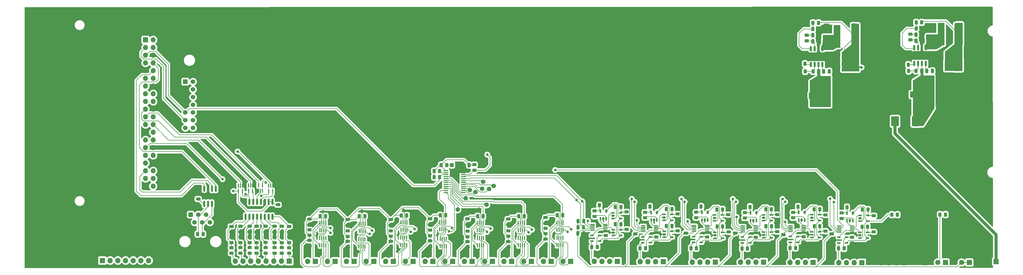
<source format=gbr>
%TF.GenerationSoftware,KiCad,Pcbnew,9.0.7*%
%TF.CreationDate,2026-02-11T10:07:39-06:00*%
%TF.ProjectId,GrizzlySimHW,4772697a-7a6c-4795-9369-6d48572e6b69,rev?*%
%TF.SameCoordinates,Original*%
%TF.FileFunction,Copper,L4,Bot*%
%TF.FilePolarity,Positive*%
%FSLAX46Y46*%
G04 Gerber Fmt 4.6, Leading zero omitted, Abs format (unit mm)*
G04 Created by KiCad (PCBNEW 9.0.7) date 2026-02-11 10:07:39*
%MOMM*%
%LPD*%
G01*
G04 APERTURE LIST*
G04 Aperture macros list*
%AMRoundRect*
0 Rectangle with rounded corners*
0 $1 Rounding radius*
0 $2 $3 $4 $5 $6 $7 $8 $9 X,Y pos of 4 corners*
0 Add a 4 corners polygon primitive as box body*
4,1,4,$2,$3,$4,$5,$6,$7,$8,$9,$2,$3,0*
0 Add four circle primitives for the rounded corners*
1,1,$1+$1,$2,$3*
1,1,$1+$1,$4,$5*
1,1,$1+$1,$6,$7*
1,1,$1+$1,$8,$9*
0 Add four rect primitives between the rounded corners*
20,1,$1+$1,$2,$3,$4,$5,0*
20,1,$1+$1,$4,$5,$6,$7,0*
20,1,$1+$1,$6,$7,$8,$9,0*
20,1,$1+$1,$8,$9,$2,$3,0*%
G04 Aperture macros list end*
%TA.AperFunction,ComponentPad*%
%ADD10R,1.800000X1.800000*%
%TD*%
%TA.AperFunction,ComponentPad*%
%ADD11O,1.800000X1.800000*%
%TD*%
%TA.AperFunction,ComponentPad*%
%ADD12R,1.700000X1.700000*%
%TD*%
%TA.AperFunction,ComponentPad*%
%ADD13C,1.700000*%
%TD*%
%TA.AperFunction,ComponentPad*%
%ADD14RoundRect,0.250000X-0.510000X-0.510000X0.510000X-0.510000X0.510000X0.510000X-0.510000X0.510000X0*%
%TD*%
%TA.AperFunction,ComponentPad*%
%ADD15C,1.520000*%
%TD*%
%TA.AperFunction,ComponentPad*%
%ADD16R,1.530000X1.530000*%
%TD*%
%TA.AperFunction,ComponentPad*%
%ADD17C,1.530000*%
%TD*%
%TA.AperFunction,SMDPad,CuDef*%
%ADD18RoundRect,0.250000X-0.475000X0.250000X-0.475000X-0.250000X0.475000X-0.250000X0.475000X0.250000X0*%
%TD*%
%TA.AperFunction,SMDPad,CuDef*%
%ADD19RoundRect,0.250000X0.262500X0.450000X-0.262500X0.450000X-0.262500X-0.450000X0.262500X-0.450000X0*%
%TD*%
%TA.AperFunction,SMDPad,CuDef*%
%ADD20RoundRect,0.250000X-0.450000X0.262500X-0.450000X-0.262500X0.450000X-0.262500X0.450000X0.262500X0*%
%TD*%
%TA.AperFunction,SMDPad,CuDef*%
%ADD21RoundRect,0.250000X-0.250000X-0.475000X0.250000X-0.475000X0.250000X0.475000X-0.250000X0.475000X0*%
%TD*%
%TA.AperFunction,SMDPad,CuDef*%
%ADD22RoundRect,0.147500X0.147500X-0.457500X0.147500X0.457500X-0.147500X0.457500X-0.147500X-0.457500X0*%
%TD*%
%TA.AperFunction,SMDPad,CuDef*%
%ADD23RoundRect,0.147500X-0.457500X-0.147500X0.457500X-0.147500X0.457500X0.147500X-0.457500X0.147500X0*%
%TD*%
%TA.AperFunction,SMDPad,CuDef*%
%ADD24RoundRect,0.035000X-0.700000X-0.105000X0.700000X-0.105000X0.700000X0.105000X-0.700000X0.105000X0*%
%TD*%
%TA.AperFunction,SMDPad,CuDef*%
%ADD25RoundRect,0.250000X0.250000X0.475000X-0.250000X0.475000X-0.250000X-0.475000X0.250000X-0.475000X0*%
%TD*%
%TA.AperFunction,SMDPad,CuDef*%
%ADD26RoundRect,0.249999X-0.850001X-3.500001X0.850001X-3.500001X0.850001X3.500001X-0.850001X3.500001X0*%
%TD*%
%TA.AperFunction,SMDPad,CuDef*%
%ADD27RoundRect,0.250000X-0.262500X-0.450000X0.262500X-0.450000X0.262500X0.450000X-0.262500X0.450000X0*%
%TD*%
%TA.AperFunction,SMDPad,CuDef*%
%ADD28RoundRect,0.250000X0.450000X-0.262500X0.450000X0.262500X-0.450000X0.262500X-0.450000X-0.262500X0*%
%TD*%
%TA.AperFunction,SMDPad,CuDef*%
%ADD29RoundRect,0.250000X0.325000X0.450000X-0.325000X0.450000X-0.325000X-0.450000X0.325000X-0.450000X0*%
%TD*%
%TA.AperFunction,SMDPad,CuDef*%
%ADD30R,0.381000X1.320800*%
%TD*%
%TA.AperFunction,SMDPad,CuDef*%
%ADD31RoundRect,0.100000X-0.100000X0.562500X-0.100000X-0.562500X0.100000X-0.562500X0.100000X0.562500X0*%
%TD*%
%TA.AperFunction,SMDPad,CuDef*%
%ADD32RoundRect,0.051250X0.733750X0.153750X-0.733750X0.153750X-0.733750X-0.153750X0.733750X-0.153750X0*%
%TD*%
%TA.AperFunction,SMDPad,CuDef*%
%ADD33RoundRect,0.150000X0.150000X-0.737500X0.150000X0.737500X-0.150000X0.737500X-0.150000X-0.737500X0*%
%TD*%
%TA.AperFunction,HeatsinkPad*%
%ADD34C,0.500000*%
%TD*%
%TA.AperFunction,HeatsinkPad*%
%ADD35R,4.900000X2.950000*%
%TD*%
%TA.AperFunction,SMDPad,CuDef*%
%ADD36RoundRect,0.250000X0.650000X-1.000000X0.650000X1.000000X-0.650000X1.000000X-0.650000X-1.000000X0*%
%TD*%
%TA.AperFunction,SMDPad,CuDef*%
%ADD37RoundRect,0.250001X1.999999X0.799999X-1.999999X0.799999X-1.999999X-0.799999X1.999999X-0.799999X0*%
%TD*%
%TA.AperFunction,SMDPad,CuDef*%
%ADD38RoundRect,0.250000X1.000000X-1.400000X1.000000X1.400000X-1.000000X1.400000X-1.000000X-1.400000X0*%
%TD*%
%TA.AperFunction,SMDPad,CuDef*%
%ADD39RoundRect,0.150000X-0.150000X0.825000X-0.150000X-0.825000X0.150000X-0.825000X0.150000X0.825000X0*%
%TD*%
%TA.AperFunction,SMDPad,CuDef*%
%ADD40RoundRect,0.150000X0.150000X-0.825000X0.150000X0.825000X-0.150000X0.825000X-0.150000X-0.825000X0*%
%TD*%
%TA.AperFunction,ComponentPad*%
%ADD41O,1.700000X1.700000*%
%TD*%
%TA.AperFunction,SMDPad,CuDef*%
%ADD42RoundRect,0.250000X0.475000X-0.250000X0.475000X0.250000X-0.475000X0.250000X-0.475000X-0.250000X0*%
%TD*%
%TA.AperFunction,SMDPad,CuDef*%
%ADD43RoundRect,0.100000X0.100000X-0.562500X0.100000X0.562500X-0.100000X0.562500X-0.100000X-0.562500X0*%
%TD*%
%TA.AperFunction,ViaPad*%
%ADD44C,0.900000*%
%TD*%
%TA.AperFunction,ViaPad*%
%ADD45C,1.000000*%
%TD*%
%TA.AperFunction,ViaPad*%
%ADD46C,1.500000*%
%TD*%
%TA.AperFunction,Conductor*%
%ADD47C,0.200000*%
%TD*%
%TA.AperFunction,Conductor*%
%ADD48C,0.500000*%
%TD*%
%TA.AperFunction,Conductor*%
%ADD49C,1.000000*%
%TD*%
G04 APERTURE END LIST*
D10*
%TO.P,J31,1,Pin_1*%
%TO.N,/DAC4 Vo (0-10VDC)  1*%
X-205359000Y-110413800D03*
D11*
%TO.P,J31,2,Pin_2*%
%TO.N,/DAC4 Vo (0-10VDC)  2*%
X-207899000Y-110413800D03*
%TO.P,J31,3,Pin_3*%
%TO.N,/DAC4 Vo (0-10VDC)  3*%
X-210439000Y-110413800D03*
%TO.P,J31,4,Pin_4*%
%TO.N,/DAC4 Vo (0-10VDC)  4*%
X-212979000Y-110413800D03*
%TD*%
D10*
%TO.P,J8,1,Pin_1*%
%TO.N,/DAC1 Vo (0-10VDC)  1*%
X-254815300Y-110175000D03*
D11*
%TO.P,J8,2,Pin_2*%
%TO.N,/DAC1 Vo (0-10VDC)  2*%
X-257355300Y-110175000D03*
%TO.P,J8,3,Pin_3*%
%TO.N,/DAC1 Vo (0-10VDC)  3*%
X-259895300Y-110175000D03*
%TO.P,J8,4,Pin_4*%
%TO.N,/DAC1 Vo (0-10VDC)  4*%
X-262435300Y-110175000D03*
%TD*%
D10*
%TO.P,J5,1,Pin_1*%
%TO.N,GND*%
X-175285400Y-110515400D03*
D11*
%TO.P,J5,2,Pin_2*%
X-177825400Y-110515400D03*
%TO.P,J5,3,Pin_3*%
X-180365400Y-110515400D03*
%TO.P,J5,4,Pin_4*%
X-182905400Y-110515400D03*
%TD*%
D10*
%TO.P,W14,1,Pin_1*%
%TO.N,Net-(U61-W)*%
X-285365700Y-110109000D03*
D11*
%TO.P,W14,2,Pin_2*%
%TO.N,/16*%
X-287905700Y-110109000D03*
%TD*%
D10*
%TO.P,W7,1,Pin_1*%
%TO.N,Net-(U43-W)*%
X-330865700Y-110109000D03*
D11*
%TO.P,W7,2,Pin_2*%
%TO.N,/9*%
X-333405700Y-110109000D03*
%TD*%
D10*
%TO.P,W5,1,Pin_1*%
%TO.N,Net-(U41-W)*%
X-343865700Y-110109000D03*
D11*
%TO.P,W5,2,Pin_2*%
%TO.N,/7*%
X-346405700Y-110109000D03*
%TD*%
D12*
%TO.P,J1,1,Pin_1*%
%TO.N,+5V*%
X-161721800Y-110464600D03*
D13*
%TO.P,J1,2,Pin_2*%
X-164261800Y-110464600D03*
%TD*%
D10*
%TO.P,J14,1,Pin_1*%
%TO.N,/DAC3 Vo (0-10VDC)  1*%
X-221691200Y-110359200D03*
D11*
%TO.P,J14,2,Pin_2*%
%TO.N,/DAC3 Vo (0-10VDC)  2*%
X-224231200Y-110359200D03*
%TO.P,J14,3,Pin_3*%
%TO.N,/DAC3 Vo (0-10VDC)  3*%
X-226771200Y-110359200D03*
%TO.P,J14,4,Pin_4*%
%TO.N,/DAC3 Vo (0-10VDC)  4*%
X-229311200Y-110359200D03*
%TD*%
D10*
%TO.P,W11,1,Pin_1*%
%TO.N,Net-(U58-W)*%
X-304865700Y-110109000D03*
D11*
%TO.P,W11,2,Pin_2*%
%TO.N,/13*%
X-307405700Y-110109000D03*
%TD*%
D10*
%TO.P,W1,1,Pin_1*%
%TO.N,Net-(U26-W)*%
X-369633200Y-110109000D03*
D11*
%TO.P,W1,2,Pin_2*%
%TO.N,/3*%
X-372173200Y-110109000D03*
%TD*%
D10*
%TO.P,W3,1,Pin_1*%
%TO.N,Net-(U33-W)*%
X-356865700Y-110109000D03*
D11*
%TO.P,W3,2,Pin_2*%
%TO.N,/5*%
X-359405700Y-110109000D03*
%TD*%
D10*
%TO.P,J6,1,Pin_1*%
%TO.N,/A{slash}D Ch0 INPUT*%
X-378256800Y-110058200D03*
D11*
%TO.P,J6,2,Pin_2*%
%TO.N,/A{slash}D Ch1 INPUT*%
X-380796800Y-110058200D03*
%TO.P,J6,3,Pin_3*%
%TO.N,/A{slash}D Ch2 INPUT*%
X-383336800Y-110058200D03*
%TO.P,J6,4,Pin_4*%
%TO.N,/A{slash}D Ch3 INPUT*%
X-385876800Y-110058200D03*
%TO.P,J6,5,Pin_5*%
%TO.N,/A{slash}D Ch4 INPUT*%
X-388416800Y-110058200D03*
%TO.P,J6,6,Pin_6*%
%TO.N,/A{slash}D Ch5 INPUT*%
X-390956800Y-110058200D03*
%TO.P,J6,7,Pin_7*%
%TO.N,/A{slash}D Ch6 INPUT*%
X-393496800Y-110058200D03*
%TO.P,J6,8,Pin_8*%
%TO.N,/A{slash}D Ch7 INPUT*%
X-396036800Y-110058200D03*
%TD*%
D10*
%TO.P,W13,1,Pin_1*%
%TO.N,Net-(U60-W)*%
X-291865700Y-110109000D03*
D11*
%TO.P,W13,2,Pin_2*%
%TO.N,/15*%
X-294405700Y-110109000D03*
%TD*%
D10*
%TO.P,W6,1,Pin_1*%
%TO.N,Net-(U42-W)*%
X-337365700Y-110109000D03*
D11*
%TO.P,W6,2,Pin_2*%
%TO.N,/8*%
X-339905700Y-110109000D03*
%TD*%
D10*
%TO.P,J9,1,Pin_1*%
%TO.N,/DAC0 Vo (0-10VDC)  1*%
X-269965600Y-110072600D03*
D11*
%TO.P,J9,2,Pin_2*%
%TO.N,/DAC0 Vo (0-10VDC)  2*%
X-272505600Y-110072600D03*
%TO.P,J9,3,Pin_3*%
%TO.N,/DAC0 Vo (0-10VDC)  3*%
X-275045600Y-110072600D03*
%TO.P,J9,4,Pin_4*%
%TO.N,/DAC0 Vo (0-10VDC)  4*%
X-277585600Y-110072600D03*
%TD*%
D10*
%TO.P,W10,1,Pin_1*%
%TO.N,Net-(U53-W)*%
X-311213200Y-110109000D03*
D11*
%TO.P,W10,2,Pin_2*%
%TO.N,/12*%
X-313753200Y-110109000D03*
%TD*%
D10*
%TO.P,W4,1,Pin_1*%
%TO.N,Net-(U34-W)*%
X-350365700Y-110109000D03*
D11*
%TO.P,W4,2,Pin_2*%
%TO.N,/6*%
X-352905700Y-110109000D03*
%TD*%
D10*
%TO.P,W8,1,Pin_1*%
%TO.N,Net-(U44-W)*%
X-324365700Y-110109000D03*
D11*
%TO.P,W8,2,Pin_2*%
%TO.N,/10*%
X-326905700Y-110109000D03*
%TD*%
D10*
%TO.P,J26,1,Pin_1*%
%TO.N,/DAC5 Vo (0-10VDC)  1*%
X-189331600Y-110540800D03*
D11*
%TO.P,J26,2,Pin_2*%
%TO.N,/DAC5 Vo (0-10VDC)  2*%
X-191871600Y-110540800D03*
%TO.P,J26,3,Pin_3*%
%TO.N,/DAC5 Vo (0-10VDC)  3*%
X-194411600Y-110540800D03*
%TO.P,J26,4,Pin_4*%
%TO.N,/DAC5 Vo (0-10VDC)  4*%
X-196951600Y-110540800D03*
%TD*%
D14*
%TO.P,J7,1*%
%TO.N,unconnected-(J7-Pad1)*%
X-410773800Y-94665800D03*
D15*
%TO.P,J7,2*%
%TO.N,unconnected-(J7-Pad2)*%
X-409503800Y-97205800D03*
%TO.P,J7,3*%
%TO.N,Net-(U13-B)*%
X-408233800Y-94665800D03*
%TO.P,J7,4*%
%TO.N,Net-(U13-A)*%
X-406963800Y-97205800D03*
%TO.P,J7,5*%
%TO.N,unconnected-(J7-Pad5)*%
X-405693800Y-94665800D03*
%TO.P,J7,6*%
%TO.N,unconnected-(J7-Pad6)*%
X-404423800Y-97205800D03*
%TD*%
D10*
%TO.P,W2,1,Pin_1*%
%TO.N,Net-(U27-W)*%
X-363133200Y-110109000D03*
D11*
%TO.P,W2,2,Pin_2*%
%TO.N,/4*%
X-365673200Y-110109000D03*
%TD*%
D10*
%TO.P,GND2,1,Pin_1*%
%TO.N,/GPIO4 (GPCLK0)*%
X-439880000Y-109820000D03*
D11*
%TO.P,GND2,2,Pin_2*%
%TO.N,/GPIO23*%
X-437340000Y-109820000D03*
%TO.P,GND2,3,Pin_3*%
%TO.N,/GPIO24*%
X-434800000Y-109820000D03*
%TO.P,GND2,4,Pin_4*%
%TO.N,/GPIO0 (ID_SD)*%
X-432260000Y-109820000D03*
%TO.P,GND2,5,Pin_5*%
%TO.N,/GPIO13 (PWM1)*%
X-429720000Y-109820000D03*
%TO.P,GND2,6,Pin_6*%
%TO.N,/GPIO19 (PCM FS)*%
X-427180000Y-109820000D03*
%TO.P,GND2,7,Pin_7*%
%TO.N,/GPIO18 (PCM CLK)*%
X-424640000Y-109820000D03*
%TO.P,GND2,8,Pin_8*%
%TO.N,GND*%
X-422100000Y-109820000D03*
%TD*%
D12*
%TO.P,J5,1,Pin_1*%
%TO.N,GND*%
X-168427400Y-110515400D03*
D13*
%TO.P,J5,2,Pin_2*%
X-170967400Y-110515400D03*
%TD*%
D12*
%TO.P,J3,1,Pin_1*%
%TO.N,+3V3*%
X-153855000Y-110460000D03*
D13*
%TO.P,J3,2,Pin_2*%
X-156395000Y-110460000D03*
%TD*%
D16*
%TO.P,J37,1,1*%
%TO.N,+5V*%
X-412530000Y-50870000D03*
D17*
%TO.P,J37,2,2*%
%TO.N,/GPIO7 (SPI0 CE1)*%
X-409990000Y-50870000D03*
%TO.P,J37,3,3*%
%TO.N,GND*%
X-412530000Y-53410000D03*
%TO.P,J37,4,4*%
%TO.N,/GPIO1 (ID_SC)*%
X-409990000Y-53410000D03*
%TO.P,J37,5,5*%
%TO.N,GND*%
X-412530000Y-55950000D03*
%TO.P,J37,6,6*%
%TO.N,/GPIO16*%
X-409990000Y-55950000D03*
%TO.P,J37,7,7*%
%TO.N,GND*%
X-412530000Y-58490000D03*
%TO.P,J37,8,8*%
%TO.N,/INTB\u002A*%
X-409990000Y-58490000D03*
%TO.P,J37,9,9*%
%TO.N,/GPIO3 (I2C1 SCL)*%
X-412530000Y-61030000D03*
%TO.P,J37,10,10*%
%TO.N,/INTA\u002A*%
X-409990000Y-61030000D03*
%TO.P,J37,11,11*%
%TO.N,/GPIO2 (I2C1 SDA)*%
X-412530000Y-63570000D03*
%TO.P,J37,12,12*%
%TO.N,+3V3*%
X-409990000Y-63570000D03*
%TO.P,J37,13,13*%
%TO.N,+5V*%
X-412530000Y-66110000D03*
%TO.P,J37,14,14*%
%TO.N,/GPIO21 (PCM DOUT)*%
X-409990000Y-66110000D03*
%TD*%
D10*
%TO.P,J15,1,Pin_1*%
%TO.N,/DAC2 Vo (0-10VDC)  1*%
X-237617200Y-110363000D03*
D11*
%TO.P,J15,2,Pin_2*%
%TO.N,/DAC2 Vo (0-10VDC)  2*%
X-240157200Y-110363000D03*
%TO.P,J15,3,Pin_3*%
%TO.N,/DAC2 Vo (0-10VDC)  3*%
X-242697200Y-110363000D03*
%TO.P,J15,4,Pin_4*%
%TO.N,/DAC2 Vo (0-10VDC)  4*%
X-245237200Y-110363000D03*
%TD*%
D10*
%TO.P,W12,1,Pin_1*%
%TO.N,Net-(U59-W)*%
X-298365700Y-110109000D03*
D11*
%TO.P,W12,2,Pin_2*%
%TO.N,/14*%
X-300905700Y-110109000D03*
%TD*%
D10*
%TO.P,W9,1,Pin_1*%
%TO.N,Net-(U52-W)*%
X-317865700Y-110109000D03*
D11*
%TO.P,W9,2,Pin_2*%
%TO.N,/11*%
X-320405700Y-110109000D03*
%TD*%
D12*
%TO.P,J10,1,Pin_1*%
%TO.N,Net-(D21-A)*%
X-144983200Y-110159800D03*
D13*
%TO.P,J10,2,Pin_2*%
%TO.N,GND*%
X-147523200Y-110159800D03*
%TD*%
D18*
%TO.P,C58,1*%
%TO.N,+3V3*%
X-306006600Y-96106199D03*
%TO.P,C58,2*%
%TO.N,GND*%
X-306006600Y-98006199D03*
%TD*%
D19*
%TO.P,R105,1*%
%TO.N,Net-(R101-Pad2)*%
X-219178500Y-92909400D03*
%TO.P,R105,2*%
%TO.N,/DAC3 Vo (0-10VDC)  2*%
X-221003500Y-92909400D03*
%TD*%
D20*
%TO.P,R162,1*%
%TO.N,/SD2*%
X-358947601Y-100037200D03*
%TO.P,R162,2*%
%TO.N,+3V3*%
X-358947601Y-101862200D03*
%TD*%
%TO.P,R43,1*%
%TO.N,GND*%
X-386050000Y-102047500D03*
%TO.P,R43,2*%
%TO.N,/A{slash}D Ch3*%
X-386050000Y-103872500D03*
%TD*%
D21*
%TO.P,C45,1*%
%TO.N,/34VDC*%
X-200220000Y-49980000D03*
%TO.P,C45,2*%
%TO.N,GND*%
X-198320000Y-49980000D03*
%TD*%
D22*
%TO.P,U31,1*%
%TO.N,/DAC2 Vo (0-10VDC)  1*%
X-240172400Y-96470700D03*
%TO.P,U31,2*%
%TO.N,GND*%
X-241122400Y-96470700D03*
%TO.P,U31,3*%
%TO.N,/DAC2 A*%
X-242072400Y-96470700D03*
%TO.P,U31,4*%
%TO.N,Net-(R104-Pad2)*%
X-242072400Y-93960700D03*
%TO.P,U31,5*%
%TO.N,+15VDC*%
X-240172400Y-93960700D03*
%TD*%
D19*
%TO.P,R106,1*%
%TO.N,Net-(R102-Pad2)*%
X-235282300Y-92964000D03*
%TO.P,R106,2*%
%TO.N,/DAC2 Vo (0-10VDC)  2*%
X-237107300Y-92964000D03*
%TD*%
D20*
%TO.P,R3,1*%
%TO.N,/A{slash}D Ch0*%
X-378300000Y-105587500D03*
%TO.P,R3,2*%
%TO.N,/A{slash}D Ch0 INPUT*%
X-378300000Y-107412500D03*
%TD*%
D22*
%TO.P,U47,1*%
%TO.N,/DAC5 Vo (0-10VDC)  1*%
X-192293200Y-96657400D03*
%TO.P,U47,2*%
%TO.N,GND*%
X-193243200Y-96657400D03*
%TO.P,U47,3*%
%TO.N,/DAC5 A*%
X-194193200Y-96657400D03*
%TO.P,U47,4*%
%TO.N,Net-(R148-Pad2)*%
X-194193200Y-94147400D03*
%TO.P,U47,5*%
%TO.N,+15VDC*%
X-192293200Y-94147400D03*
%TD*%
%TO.P,U16,1*%
%TO.N,/DAC1 Vo (0-10VDC)  1*%
X-256946600Y-96494800D03*
%TO.P,U16,2*%
%TO.N,GND*%
X-257896600Y-96494800D03*
%TO.P,U16,3*%
%TO.N,/DAC1 A*%
X-258846600Y-96494800D03*
%TO.P,U16,4*%
%TO.N,Net-(R62-Pad2)*%
X-258846600Y-93984800D03*
%TO.P,U16,5*%
%TO.N,+15VDC*%
X-256946600Y-93984800D03*
%TD*%
D18*
%TO.P,C30,1*%
%TO.N,+3V3*%
X-371576600Y-96154200D03*
%TO.P,C30,2*%
%TO.N,GND*%
X-371576600Y-98054200D03*
%TD*%
D19*
%TO.P,R122,1*%
%TO.N,Net-(U32-EN)*%
X-208000000Y-47450000D03*
%TO.P,R122,2*%
%TO.N,GND*%
X-209825000Y-47450000D03*
%TD*%
D23*
%TO.P,U24,1*%
%TO.N,/DAC0 Vo (0-10VDC)  3*%
X-271373000Y-101573800D03*
%TO.P,U24,2*%
%TO.N,GND*%
X-271373000Y-100623800D03*
%TO.P,U24,3*%
%TO.N,/DAC0 C*%
X-271373000Y-99673800D03*
%TO.P,U24,4*%
%TO.N,Net-(R81-Pad2)*%
X-268863000Y-99673800D03*
%TO.P,U24,5*%
%TO.N,+15VDC*%
X-268863000Y-101573800D03*
%TD*%
D20*
%TO.P,R174,1*%
%TO.N,/SD5*%
X-319444000Y-100118299D03*
%TO.P,R174,2*%
%TO.N,+3V3*%
X-319444000Y-101943299D03*
%TD*%
D18*
%TO.P,C69,1*%
%TO.N,/A{slash}D Ch0*%
X-378290000Y-98560000D03*
%TO.P,C69,2*%
%TO.N,GND*%
X-378290000Y-100460000D03*
%TD*%
D19*
%TO.P,R129,1*%
%TO.N,Net-(R124-Pad2)*%
X-227027100Y-105863400D03*
%TO.P,R129,2*%
%TO.N,/DAC3 Vo (0-10VDC)  4*%
X-228852100Y-105863400D03*
%TD*%
D23*
%TO.P,U45,1*%
%TO.N,/DAC5 Vo (0-10VDC)  2*%
X-189891900Y-96809600D03*
%TO.P,U45,2*%
%TO.N,GND*%
X-189891900Y-95859600D03*
%TO.P,U45,3*%
%TO.N,/DAC5 B*%
X-189891900Y-94909600D03*
%TO.P,U45,4*%
%TO.N,Net-(R146-Pad2)*%
X-187381900Y-94909600D03*
%TO.P,U45,5*%
%TO.N,+15VDC*%
X-187381900Y-96809600D03*
%TD*%
D24*
%TO.P,U20,1,VDD*%
%TO.N,+3V3*%
X-278237000Y-99871200D03*
%TO.P,U20,2,SCL*%
%TO.N,/SC0*%
X-278237000Y-99371200D03*
%TO.P,U20,3,SDA*%
%TO.N,/SD0*%
X-278237000Y-98871200D03*
%TO.P,U20,4,~{LDAC}*%
%TO.N,/GPIO5*%
X-278237000Y-98371200D03*
%TO.P,U20,5,RDY/\u002ABSY*%
%TO.N,unconnected-(U20-RDY{slash}\u002ABSY-Pad5)*%
X-278237000Y-97871200D03*
%TO.P,U20,6,VOUTA*%
%TO.N,/DAC0 A*%
X-273937000Y-97871200D03*
%TO.P,U20,7,VOUTB*%
%TO.N,/DAC0 B*%
X-273937000Y-98371200D03*
%TO.P,U20,8,VOUTC*%
%TO.N,/DAC0 C*%
X-273937000Y-98871200D03*
%TO.P,U20,9,VOUTD*%
%TO.N,/DAC0 D*%
X-273937000Y-99371200D03*
%TO.P,U20,10,VSS*%
%TO.N,GND*%
X-273937000Y-99871200D03*
%TD*%
D25*
%TO.P,C21,1*%
%TO.N,+5V*%
X-161140000Y-44190000D03*
%TO.P,C21,2*%
%TO.N,GND*%
X-163040000Y-44190000D03*
%TD*%
D26*
%TO.P,L1,1,1*%
%TO.N,Net-(D22-K)*%
X-163150000Y-35150000D03*
%TO.P,L1,2,2*%
%TO.N,+5V*%
X-157150000Y-35150000D03*
%TD*%
D24*
%TO.P,U50,1,VDD*%
%TO.N,+3V3*%
X-196790200Y-100441000D03*
%TO.P,U50,2,SCL*%
%TO.N,/SC0*%
X-196790200Y-99941000D03*
%TO.P,U50,3,SDA*%
%TO.N,/SD0*%
X-196790200Y-99441000D03*
%TO.P,U50,4,~{LDAC}*%
%TO.N,/GPIO20 (PCM DIN)*%
X-196790200Y-98941000D03*
%TO.P,U50,5,RDY/\u002ABSY*%
%TO.N,unconnected-(U50-RDY{slash}\u002ABSY-Pad5)*%
X-196790200Y-98441000D03*
%TO.P,U50,6,VOUTA*%
%TO.N,/DAC5 A*%
X-192490200Y-98441000D03*
%TO.P,U50,7,VOUTB*%
%TO.N,/DAC5 B*%
X-192490200Y-98941000D03*
%TO.P,U50,8,VOUTC*%
%TO.N,/DAC5 C*%
X-192490200Y-99441000D03*
%TO.P,U50,9,VOUTD*%
%TO.N,/DAC5 D*%
X-192490200Y-99941000D03*
%TO.P,U50,10,VSS*%
%TO.N,GND*%
X-192490200Y-100441000D03*
%TD*%
D20*
%TO.P,R155,1*%
%TO.N,Net-(R149-Pad2)*%
X-211988400Y-93905700D03*
%TO.P,R155,2*%
%TO.N,/DAC4 Vo (0-10VDC)  1*%
X-211988400Y-95730700D03*
%TD*%
D21*
%TO.P,C41,1*%
%TO.N,/34VDC*%
X-200210000Y-58260000D03*
%TO.P,C41,2*%
%TO.N,GND*%
X-198310000Y-58260000D03*
%TD*%
D19*
%TO.P,R156,1*%
%TO.N,/GPIO2 (I2C1 SDA)*%
X-328629100Y-80324600D03*
%TO.P,R156,2*%
%TO.N,+3V3*%
X-330454100Y-80324600D03*
%TD*%
D18*
%TO.P,C39,1*%
%TO.N,+3V3*%
X-358947601Y-96316700D03*
%TO.P,C39,2*%
%TO.N,GND*%
X-358947601Y-98216700D03*
%TD*%
D20*
%TO.P,R152,1*%
%TO.N,Net-(R148-Pad2)*%
X-196011800Y-94108900D03*
%TO.P,R152,2*%
%TO.N,/DAC5 Vo (0-10VDC)  1*%
X-196011800Y-95933900D03*
%TD*%
D27*
%TO.P,R116,1*%
%TO.N,+15VDC*%
X-179400000Y-94702500D03*
%TO.P,R116,2*%
%TO.N,Net-(D35-A)*%
X-177575000Y-94702500D03*
%TD*%
%TO.P,R127,1*%
%TO.N,Net-(U32-FB)*%
X-205432500Y-33480000D03*
%TO.P,R127,2*%
%TO.N,GND*%
X-203607500Y-33480000D03*
%TD*%
D18*
%TO.P,C53,1*%
%TO.N,+3V3*%
X-331763000Y-103334799D03*
%TO.P,C53,2*%
%TO.N,GND*%
X-331763000Y-105234799D03*
%TD*%
%TO.P,C50,1*%
%TO.N,+3V3*%
X-344769801Y-103504599D03*
%TO.P,C50,2*%
%TO.N,GND*%
X-344769801Y-105404599D03*
%TD*%
D23*
%TO.P,U57,1*%
%TO.N,/DAC4 Vo (0-10VDC)  3*%
X-205801200Y-102245200D03*
%TO.P,U57,2*%
%TO.N,GND*%
X-205801200Y-101295200D03*
%TO.P,U57,3*%
%TO.N,/DAC4 C*%
X-205801200Y-100345200D03*
%TO.P,U57,4*%
%TO.N,Net-(R179-Pad2)*%
X-203291200Y-100345200D03*
%TO.P,U57,5*%
%TO.N,+15VDC*%
X-203291200Y-102245200D03*
%TD*%
D19*
%TO.P,R183,1*%
%TO.N,Net-(R178-Pad2)*%
X-187405000Y-98653600D03*
%TO.P,R183,2*%
%TO.N,/DAC5 Vo (0-10VDC)  3*%
X-189230000Y-98653600D03*
%TD*%
D27*
%TO.P,R139,1*%
%TO.N,+3V3*%
X-328112500Y-78324600D03*
%TO.P,R139,2*%
%TO.N,Net-(D46-A)*%
X-326287500Y-78324600D03*
%TD*%
D25*
%TO.P,C38,1*%
%TO.N,+15VDC*%
X-195050000Y-41950000D03*
%TO.P,C38,2*%
%TO.N,GND*%
X-196950000Y-41950000D03*
%TD*%
D21*
%TO.P,C44,1*%
%TO.N,/34VDC*%
X-200230000Y-52050000D03*
%TO.P,C44,2*%
%TO.N,GND*%
X-198330000Y-52050000D03*
%TD*%
D19*
%TO.P,R69,1*%
%TO.N,Net-(U13-A)*%
X-406655900Y-101092000D03*
%TO.P,R69,2*%
%TO.N,Net-(U13-B)*%
X-408480900Y-101092000D03*
%TD*%
D27*
%TO.P,R93,1*%
%TO.N,+5V*%
X-163530000Y-94672500D03*
%TO.P,R93,2*%
%TO.N,Net-(D23-A)*%
X-161705000Y-94672500D03*
%TD*%
D23*
%TO.P,U39,1*%
%TO.N,/DAC3 Vo (0-10VDC)  3*%
X-221701600Y-102317600D03*
%TO.P,U39,2*%
%TO.N,GND*%
X-221701600Y-101367600D03*
%TO.P,U39,3*%
%TO.N,/DAC3 C*%
X-221701600Y-100417600D03*
%TO.P,U39,4*%
%TO.N,Net-(R126-Pad2)*%
X-219191600Y-100417600D03*
%TO.P,U39,5*%
%TO.N,+15VDC*%
X-219191600Y-102317600D03*
%TD*%
D19*
%TO.P,R84,1*%
%TO.N,Net-(R79-Pad2)*%
X-276596900Y-105399000D03*
%TO.P,R84,2*%
%TO.N,/DAC0 Vo (0-10VDC)  4*%
X-278421900Y-105399000D03*
%TD*%
D28*
%TO.P,R124,1*%
%TO.N,GND*%
X-224256600Y-103983800D03*
%TO.P,R124,2*%
%TO.N,Net-(R124-Pad2)*%
X-224256600Y-102158800D03*
%TD*%
%TO.P,R175,1*%
%TO.N,GND*%
X-192481200Y-103985700D03*
%TO.P,R175,2*%
%TO.N,Net-(R175-Pad2)*%
X-192481200Y-102160700D03*
%TD*%
D19*
%TO.P,R85,1*%
%TO.N,Net-(R80-Pad2)*%
X-251980300Y-98389400D03*
%TO.P,R85,2*%
%TO.N,/DAC1 Vo (0-10VDC)  3*%
X-253805300Y-98389400D03*
%TD*%
D18*
%TO.P,C54,1*%
%TO.N,+3V3*%
X-199250000Y-101000000D03*
%TO.P,C54,2*%
%TO.N,GND*%
X-199250000Y-102900000D03*
%TD*%
D28*
%TO.P,R78,1*%
%TO.N,GND*%
X-257109200Y-103899300D03*
%TO.P,R78,2*%
%TO.N,Net-(R78-Pad2)*%
X-257109200Y-102074300D03*
%TD*%
%TO.P,R30,1*%
%TO.N,/A{slash}D Ch6*%
X-394390000Y-103922500D03*
%TO.P,R30,2*%
%TO.N,GND*%
X-394390000Y-102097500D03*
%TD*%
D21*
%TO.P,C17,1*%
%TO.N,+3V3*%
X-283017000Y-100914200D03*
%TO.P,C17,2*%
%TO.N,GND*%
X-281117000Y-100914200D03*
%TD*%
D29*
%TO.P,D46,1,K*%
%TO.N,GND*%
X-322516600Y-78324600D03*
%TO.P,D46,2,A*%
%TO.N,Net-(D46-A)*%
X-324566600Y-78324600D03*
%TD*%
D27*
%TO.P,R103,1*%
%TO.N,GND*%
X-228039300Y-92122000D03*
%TO.P,R103,2*%
%TO.N,Net-(R103-Pad2)*%
X-226214300Y-92122000D03*
%TD*%
D30*
%TO.P,U34,1,W*%
%TO.N,Net-(U34-W)*%
X-353273602Y-105191500D03*
%TO.P,U34,2,VDD*%
%TO.N,+3V3*%
X-353923600Y-105191500D03*
%TO.P,U34,3,GND*%
%TO.N,GND*%
X-354573602Y-105191500D03*
%TO.P,U34,4,SCL*%
%TO.N,/SC2*%
X-355223600Y-105191500D03*
%TO.P,U34,5,SDA*%
%TO.N,/SD2*%
X-355223600Y-102803900D03*
%TO.P,U34,6,AD0*%
%TO.N,+3V3*%
X-354573602Y-102803900D03*
%TO.P,U34,7,B*%
%TO.N,/6*%
X-353923600Y-102803900D03*
%TO.P,U34,8,A*%
%TO.N,unconnected-(U34-A-Pad8)*%
X-353273602Y-102803900D03*
%TD*%
D27*
%TO.P,R114,1*%
%TO.N,Net-(U32-EN)*%
X-205412500Y-47450000D03*
%TO.P,R114,2*%
%TO.N,/34VDC*%
X-203587500Y-47450000D03*
%TD*%
D20*
%TO.P,R128,1*%
%TO.N,GND*%
X-233273800Y-98553900D03*
%TO.P,R128,2*%
%TO.N,Net-(R128-Pad2)*%
X-233273800Y-100378900D03*
%TD*%
%TO.P,R101,1*%
%TO.N,GND*%
X-217271600Y-92885900D03*
%TO.P,R101,2*%
%TO.N,Net-(R101-Pad2)*%
X-217271600Y-94710900D03*
%TD*%
D31*
%TO.P,U10,1,NC*%
%TO.N,unconnected-(U10-NC-Pad1)*%
X-395021400Y-85093100D03*
%TO.P,U10,2,A*%
%TO.N,/GPIO8 (SPI0 CE0)*%
X-394371400Y-85093100D03*
%TO.P,U10,3,GND*%
%TO.N,GND*%
X-393721400Y-85093100D03*
%TO.P,U10,4,Y*%
%TO.N,/xlated_spi_cs0*%
X-393721400Y-86868100D03*
%TO.P,U10,5,VCC*%
%TO.N,+5V*%
X-395021400Y-86868100D03*
%TD*%
D27*
%TO.P,R95,1*%
%TO.N,GND*%
X-175782500Y-45230000D03*
%TO.P,R95,2*%
%TO.N,Net-(U25-RT{slash}CLK)*%
X-173957500Y-45230000D03*
%TD*%
D20*
%TO.P,R6,1*%
%TO.N,GND*%
X-389050800Y-102069100D03*
%TO.P,R6,2*%
%TO.N,/A{slash}D Ch4*%
X-389050800Y-103894100D03*
%TD*%
D32*
%TO.P,U49,1,A0*%
%TO.N,GND*%
X-320801600Y-80224600D03*
%TO.P,U49,2,A1*%
X-320801600Y-80874600D03*
%TO.P,U49,3,~{RESET}*%
%TO.N,/GPIO12 (PWM0)*%
X-320801600Y-81524600D03*
%TO.P,U49,4,SD0*%
%TO.N,/SD0*%
X-320801600Y-82174600D03*
%TO.P,U49,5,SC0*%
%TO.N,/SC0*%
X-320801600Y-82824600D03*
%TO.P,U49,6,SD1*%
%TO.N,/SD1*%
X-320801600Y-83474600D03*
%TO.P,U49,7,SC1*%
%TO.N,/SC1*%
X-320801600Y-84124600D03*
%TO.P,U49,8,SD2*%
%TO.N,/SD2*%
X-320801600Y-84774600D03*
%TO.P,U49,9,SC2*%
%TO.N,/SC2*%
X-320801600Y-85424600D03*
%TO.P,U49,10,SD3*%
%TO.N,/SD3*%
X-320801600Y-86074600D03*
%TO.P,U49,11,SC3*%
%TO.N,/SC3*%
X-320801600Y-86724600D03*
%TO.P,U49,12,GND*%
%TO.N,GND*%
X-320801600Y-87374600D03*
%TO.P,U49,13,SD4*%
%TO.N,/SD4*%
X-326541600Y-87374600D03*
%TO.P,U49,14,SC4*%
%TO.N,/SC4*%
X-326541600Y-86724600D03*
%TO.P,U49,15,SD5*%
%TO.N,/SD5*%
X-326541600Y-86074600D03*
%TO.P,U49,16,SC5*%
%TO.N,/SC5*%
X-326541600Y-85424600D03*
%TO.P,U49,17,SD6*%
%TO.N,/SD6*%
X-326541600Y-84774600D03*
%TO.P,U49,18,SC6*%
%TO.N,/SC6*%
X-326541600Y-84124600D03*
%TO.P,U49,19,SD7*%
%TO.N,/SD7*%
X-326541600Y-83474600D03*
%TO.P,U49,20,SC7*%
%TO.N,/SC7*%
X-326541600Y-82824600D03*
%TO.P,U49,21,A2*%
%TO.N,GND*%
X-326541600Y-82174600D03*
%TO.P,U49,22,SCL*%
%TO.N,/GPIO3 (I2C1 SCL)*%
X-326541600Y-81524600D03*
%TO.P,U49,23,SDA*%
%TO.N,/GPIO2 (I2C1 SDA)*%
X-326541600Y-80874600D03*
%TO.P,U49,24,VCC*%
%TO.N,+3V3*%
X-326541600Y-80224600D03*
%TD*%
D20*
%TO.P,R73,1*%
%TO.N,Net-(R64-Pad2)*%
X-277534800Y-93462900D03*
%TO.P,R73,2*%
%TO.N,/DAC0 Vo (0-10VDC)  1*%
X-277534800Y-95287900D03*
%TD*%
D19*
%TO.P,R68,1*%
%TO.N,Net-(R60-Pad2)*%
X-268799100Y-92165600D03*
%TO.P,R68,2*%
%TO.N,/DAC0 Vo (0-10VDC)  2*%
X-270624100Y-92165600D03*
%TD*%
D26*
%TO.P,L2,1,1*%
%TO.N,Net-(D34-K)*%
X-197500000Y-35950000D03*
%TO.P,L2,2,2*%
%TO.N,+15VDC*%
X-191500000Y-35950000D03*
%TD*%
D20*
%TO.P,R108,1*%
%TO.N,Net-(R104-Pad2)*%
X-243992600Y-93880300D03*
%TO.P,R108,2*%
%TO.N,/DAC2 Vo (0-10VDC)  1*%
X-243992600Y-95705300D03*
%TD*%
D23*
%TO.P,U46,1*%
%TO.N,/DAC4 Vo (0-10VDC)  2*%
X-205775800Y-96631800D03*
%TO.P,U46,2*%
%TO.N,GND*%
X-205775800Y-95681800D03*
%TO.P,U46,3*%
%TO.N,/DAC4 B*%
X-205775800Y-94731800D03*
%TO.P,U46,4*%
%TO.N,Net-(R147-Pad2)*%
X-203265800Y-94731800D03*
%TO.P,U46,5*%
%TO.N,+15VDC*%
X-203265800Y-96631800D03*
%TD*%
D19*
%TO.P,R76,1*%
%TO.N,/SC0*%
X-281129100Y-98856800D03*
%TO.P,R76,2*%
%TO.N,+3V3*%
X-282954100Y-98856800D03*
%TD*%
D23*
%TO.P,U55,1*%
%TO.N,/DAC4 Vo (0-10VDC)  4*%
X-212938600Y-103820000D03*
%TO.P,U55,2*%
%TO.N,GND*%
X-212938600Y-102870000D03*
%TO.P,U55,3*%
%TO.N,/DAC4 D*%
X-212938600Y-101920000D03*
%TO.P,U55,4*%
%TO.N,Net-(R177-Pad2)*%
X-210428600Y-101920000D03*
%TO.P,U55,5*%
%TO.N,+15VDC*%
X-210428600Y-103820000D03*
%TD*%
D25*
%TO.P,C48,1*%
%TO.N,GND*%
X-203570000Y-37570000D03*
%TO.P,C48,2*%
%TO.N,Net-(U32-COMP)*%
X-205470000Y-37570000D03*
%TD*%
D23*
%TO.P,U29,1*%
%TO.N,/DAC2 Vo (0-10VDC)  2*%
X-237866600Y-96708000D03*
%TO.P,U29,2*%
%TO.N,GND*%
X-237866600Y-95758000D03*
%TO.P,U29,3*%
%TO.N,/DAC2 B*%
X-237866600Y-94808000D03*
%TO.P,U29,4*%
%TO.N,Net-(R102-Pad2)*%
X-235356600Y-94808000D03*
%TO.P,U29,5*%
%TO.N,+15VDC*%
X-235356600Y-96708000D03*
%TD*%
D20*
%TO.P,R60,1*%
%TO.N,GND*%
X-266917600Y-91964300D03*
%TO.P,R60,2*%
%TO.N,Net-(R60-Pad2)*%
X-266917600Y-93789300D03*
%TD*%
D30*
%TO.P,U44,1,W*%
%TO.N,Net-(U44-W)*%
X-326481801Y-105003600D03*
%TO.P,U44,2,VDD*%
%TO.N,+3V3*%
X-327131799Y-105003600D03*
%TO.P,U44,3,GND*%
%TO.N,GND*%
X-327781801Y-105003600D03*
%TO.P,U44,4,SCL*%
%TO.N,/SC4*%
X-328431799Y-105003600D03*
%TO.P,U44,5,SDA*%
%TO.N,/SD4*%
X-328431799Y-102616000D03*
%TO.P,U44,6,AD0*%
%TO.N,+3V3*%
X-327781801Y-102616000D03*
%TO.P,U44,7,B*%
%TO.N,/10*%
X-327131799Y-102616000D03*
%TO.P,U44,8,A*%
%TO.N,unconnected-(U44-A-Pad8)*%
X-326481801Y-102616000D03*
%TD*%
%TO.P,U53,1,W*%
%TO.N,Net-(U53-W)*%
X-314162801Y-104749600D03*
%TO.P,U53,2,VDD*%
%TO.N,+3V3*%
X-314812799Y-104749600D03*
%TO.P,U53,3,GND*%
%TO.N,GND*%
X-315462801Y-104749600D03*
%TO.P,U53,4,SCL*%
%TO.N,/SC5*%
X-316112799Y-104749600D03*
%TO.P,U53,5,SDA*%
%TO.N,/SD5*%
X-316112799Y-102362000D03*
%TO.P,U53,6,AD0*%
%TO.N,+3V3*%
X-315462801Y-102362000D03*
%TO.P,U53,7,B*%
%TO.N,/12*%
X-314812799Y-102362000D03*
%TO.P,U53,8,A*%
%TO.N,unconnected-(U53-A-Pad8)*%
X-314162801Y-102362000D03*
%TD*%
D28*
%TO.P,R125,1*%
%TO.N,GND*%
X-240309600Y-103858700D03*
%TO.P,R125,2*%
%TO.N,Net-(R125-Pad2)*%
X-240309600Y-102033700D03*
%TD*%
D30*
%TO.P,U43,1,W*%
%TO.N,Net-(U43-W)*%
X-328544199Y-97116000D03*
%TO.P,U43,2,VDD*%
%TO.N,+3V3*%
X-327894201Y-97116000D03*
%TO.P,U43,3,GND*%
%TO.N,GND*%
X-327244199Y-97116000D03*
%TO.P,U43,4,SCL*%
%TO.N,/SC4*%
X-326594201Y-97116000D03*
%TO.P,U43,5,SDA*%
%TO.N,/SD4*%
X-326594201Y-99503600D03*
%TO.P,U43,6,AD0*%
%TO.N,GND*%
X-327244199Y-99503600D03*
%TO.P,U43,7,B*%
%TO.N,/9*%
X-327894201Y-99503600D03*
%TO.P,U43,8,A*%
%TO.N,unconnected-(U43-A-Pad8)*%
X-328544199Y-99503600D03*
%TD*%
D19*
%TO.P,R185,1*%
%TO.N,Net-(R179-Pad2)*%
X-203176500Y-98475800D03*
%TO.P,R185,2*%
%TO.N,/DAC4 Vo (0-10VDC)  3*%
X-205001500Y-98475800D03*
%TD*%
D25*
%TO.P,C37,1*%
%TO.N,+15VDC*%
X-195050000Y-43950000D03*
%TO.P,C37,2*%
%TO.N,GND*%
X-196950000Y-43950000D03*
%TD*%
D20*
%TO.P,R100,1*%
%TO.N,Net-(C29-Pad2)*%
X-173290000Y-35167500D03*
%TO.P,R100,2*%
%TO.N,Net-(U25-COMP)*%
X-173290000Y-36992500D03*
%TD*%
D24*
%TO.P,U35,1,VDD*%
%TO.N,+3V3*%
X-228616400Y-100361000D03*
%TO.P,U35,2,SCL*%
%TO.N,/SC0*%
X-228616400Y-99861000D03*
%TO.P,U35,3,SDA*%
%TO.N,/SD0*%
X-228616400Y-99361000D03*
%TO.P,U35,4,~{LDAC}*%
%TO.N,/GPIO17*%
X-228616400Y-98861000D03*
%TO.P,U35,5,RDY/\u002ABSY*%
%TO.N,unconnected-(U35-RDY{slash}\u002ABSY-Pad5)*%
X-228616400Y-98361000D03*
%TO.P,U35,6,VOUTA*%
%TO.N,/DAC3 A*%
X-224316400Y-98361000D03*
%TO.P,U35,7,VOUTB*%
%TO.N,/DAC3 B*%
X-224316400Y-98861000D03*
%TO.P,U35,8,VOUTC*%
%TO.N,/DAC3 C*%
X-224316400Y-99361000D03*
%TO.P,U35,9,VOUTD*%
%TO.N,/DAC3 D*%
X-224316400Y-99861000D03*
%TO.P,U35,10,VSS*%
%TO.N,GND*%
X-224316400Y-100361000D03*
%TD*%
D33*
%TO.P,U32,1,BOOT*%
%TO.N,Net-(U32-BOOT)*%
X-202295000Y-45162500D03*
%TO.P,U32,2,VIN*%
%TO.N,/34VDC*%
X-203565000Y-45162500D03*
%TO.P,U32,3,EN*%
%TO.N,Net-(U32-EN)*%
X-204835000Y-45162500D03*
%TO.P,U32,4,RT/CLK*%
%TO.N,Net-(U32-RT{slash}CLK)*%
X-206105000Y-45162500D03*
%TO.P,U32,5,FB*%
%TO.N,Net-(U32-FB)*%
X-206105000Y-40037500D03*
%TO.P,U32,6,COMP*%
%TO.N,Net-(U32-COMP)*%
X-204835000Y-40037500D03*
%TO.P,U32,7,GND*%
%TO.N,GND*%
X-203565000Y-40037500D03*
%TO.P,U32,8,SW*%
%TO.N,Net-(D34-K)*%
X-202295000Y-40037500D03*
D34*
%TO.P,U32,9,GND*%
%TO.N,GND*%
X-205500000Y-43250000D03*
X-204200000Y-43250000D03*
X-202900000Y-43250000D03*
D35*
X-204200000Y-42600000D03*
D34*
X-205500000Y-41950000D03*
X-204200000Y-41950000D03*
X-202900000Y-41950000D03*
%TD*%
D31*
%TO.P,U7,1,NC*%
%TO.N,unconnected-(U7-NC-Pad1)*%
X-391641500Y-85077900D03*
%TO.P,U7,2,A*%
%TO.N,/GPIO10 (SPI0 MOSI)*%
X-390991500Y-85077900D03*
%TO.P,U7,3,GND*%
%TO.N,GND*%
X-390341500Y-85077900D03*
%TO.P,U7,4,Y*%
%TO.N,/xlated_spi_mosi*%
X-390341500Y-86852900D03*
%TO.P,U7,5,VCC*%
%TO.N,+5V*%
X-391641500Y-86852900D03*
%TD*%
D27*
%TO.P,R148,1*%
%TO.N,GND*%
X-196035300Y-92227400D03*
%TO.P,R148,2*%
%TO.N,Net-(R148-Pad2)*%
X-194210300Y-92227400D03*
%TD*%
D19*
%TO.P,R153,1*%
%TO.N,/GPIO3 (I2C1 SCL)*%
X-328629100Y-82324600D03*
%TO.P,R153,2*%
%TO.N,+3V3*%
X-330454100Y-82324600D03*
%TD*%
D27*
%TO.P,R91,1*%
%TO.N,Net-(U25-EN)*%
X-171422500Y-47290000D03*
%TO.P,R91,2*%
%TO.N,/34VDC*%
X-169597500Y-47290000D03*
%TD*%
D19*
%TO.P,R94,1*%
%TO.N,Net-(U25-EN)*%
X-173897500Y-47300000D03*
%TO.P,R94,2*%
%TO.N,GND*%
X-175722500Y-47300000D03*
%TD*%
D20*
%TO.P,R133,1*%
%TO.N,Net-(C47-Pad2)*%
X-207500000Y-35537500D03*
%TO.P,R133,2*%
%TO.N,Net-(U32-COMP)*%
X-207500000Y-37362500D03*
%TD*%
D30*
%TO.P,U59,1,W*%
%TO.N,Net-(U59-W)*%
X-300675401Y-104775000D03*
%TO.P,U59,2,VDD*%
%TO.N,+3V3*%
X-301325399Y-104775000D03*
%TO.P,U59,3,GND*%
%TO.N,GND*%
X-301975401Y-104775000D03*
%TO.P,U59,4,SCL*%
%TO.N,/SC6*%
X-302625399Y-104775000D03*
%TO.P,U59,5,SDA*%
%TO.N,/SD6*%
X-302625399Y-102387400D03*
%TO.P,U59,6,AD0*%
%TO.N,+3V3*%
X-301975401Y-102387400D03*
%TO.P,U59,7,B*%
%TO.N,/14*%
X-301325399Y-102387400D03*
%TO.P,U59,8,A*%
%TO.N,unconnected-(U59-A-Pad8)*%
X-300675401Y-102387400D03*
%TD*%
D18*
%TO.P,C57,1*%
%TO.N,+3V3*%
X-319444000Y-103580799D03*
%TO.P,C57,2*%
%TO.N,GND*%
X-319444000Y-105480799D03*
%TD*%
D25*
%TO.P,C51,1*%
%TO.N,+3V3*%
X-318950000Y-78324600D03*
%TO.P,C51,2*%
%TO.N,GND*%
X-320850000Y-78324600D03*
%TD*%
D18*
%TO.P,C31,1*%
%TO.N,+3V3*%
X-371601100Y-103139200D03*
%TO.P,C31,2*%
%TO.N,GND*%
X-371601100Y-105039200D03*
%TD*%
%TO.P,C60,1*%
%TO.N,+3V3*%
X-293674800Y-102758200D03*
%TO.P,C60,2*%
%TO.N,GND*%
X-293674800Y-104658200D03*
%TD*%
D30*
%TO.P,U42,1,W*%
%TO.N,Net-(U42-W)*%
X-339502202Y-104648000D03*
%TO.P,U42,2,VDD*%
%TO.N,+3V3*%
X-340152200Y-104648000D03*
%TO.P,U42,3,GND*%
%TO.N,GND*%
X-340802202Y-104648000D03*
%TO.P,U42,4,SCL*%
%TO.N,/SC3*%
X-341452200Y-104648000D03*
%TO.P,U42,5,SDA*%
%TO.N,/SD3*%
X-341452200Y-102260400D03*
%TO.P,U42,6,AD0*%
%TO.N,+3V3*%
X-340802202Y-102260400D03*
%TO.P,U42,7,B*%
%TO.N,/8*%
X-340152200Y-102260400D03*
%TO.P,U42,8,A*%
%TO.N,unconnected-(U42-A-Pad8)*%
X-339502202Y-102260400D03*
%TD*%
D18*
%TO.P,C66,1*%
%TO.N,/A{slash}D Ch5*%
X-391340000Y-98490000D03*
%TO.P,C66,2*%
%TO.N,GND*%
X-391340000Y-100390000D03*
%TD*%
D20*
%TO.P,R4,1*%
%TO.N,/A{slash}D Ch4*%
X-389050800Y-105572400D03*
%TO.P,R4,2*%
%TO.N,/A{slash}D Ch4 INPUT*%
X-389050800Y-107397400D03*
%TD*%
D23*
%TO.P,U40,1*%
%TO.N,/DAC2 Vo (0-10VDC)  3*%
X-237780000Y-102448400D03*
%TO.P,U40,2*%
%TO.N,GND*%
X-237780000Y-101498400D03*
%TO.P,U40,3*%
%TO.N,/DAC2 C*%
X-237780000Y-100548400D03*
%TO.P,U40,4*%
%TO.N,Net-(R128-Pad2)*%
X-235270000Y-100548400D03*
%TO.P,U40,5*%
%TO.N,+15VDC*%
X-235270000Y-102448400D03*
%TD*%
D20*
%TO.P,R70,1*%
%TO.N,Net-(R62-Pad2)*%
X-260817600Y-93895500D03*
%TO.P,R70,2*%
%TO.N,/DAC1 Vo (0-10VDC)  1*%
X-260817600Y-95720500D03*
%TD*%
D19*
%TO.P,R132,1*%
%TO.N,Net-(R128-Pad2)*%
X-235256900Y-98577400D03*
%TO.P,R132,2*%
%TO.N,/DAC2 Vo (0-10VDC)  3*%
X-237081900Y-98577400D03*
%TD*%
D28*
%TO.P,R29,1*%
%TO.N,/A{slash}D Ch2*%
X-383130000Y-103882500D03*
%TO.P,R29,2*%
%TO.N,GND*%
X-383130000Y-102057500D03*
%TD*%
D20*
%TO.P,R58,1*%
%TO.N,GND*%
X-250098800Y-92650900D03*
%TO.P,R58,2*%
%TO.N,Net-(R58-Pad2)*%
X-250098800Y-94475900D03*
%TD*%
D36*
%TO.P,D34,1,K*%
%TO.N,Net-(D34-K)*%
X-201000000Y-36950000D03*
%TO.P,D34,2,A*%
%TO.N,GND*%
X-201000000Y-32950000D03*
%TD*%
D25*
%TO.P,C29,1*%
%TO.N,GND*%
X-169510000Y-35340000D03*
%TO.P,C29,2*%
%TO.N,Net-(C29-Pad2)*%
X-171410000Y-35340000D03*
%TD*%
D24*
%TO.P,U36,1,VDD*%
%TO.N,+3V3*%
X-244669400Y-100212400D03*
%TO.P,U36,2,SCL*%
%TO.N,/SC0*%
X-244669400Y-99712400D03*
%TO.P,U36,3,SDA*%
%TO.N,/SD0*%
X-244669400Y-99212400D03*
%TO.P,U36,4,~{LDAC}*%
%TO.N,/GPIO22*%
X-244669400Y-98712400D03*
%TO.P,U36,5,RDY/\u002ABSY*%
%TO.N,unconnected-(U36-RDY{slash}\u002ABSY-Pad5)*%
X-244669400Y-98212400D03*
%TO.P,U36,6,VOUTA*%
%TO.N,/DAC2 A*%
X-240369400Y-98212400D03*
%TO.P,U36,7,VOUTB*%
%TO.N,/DAC2 B*%
X-240369400Y-98712400D03*
%TO.P,U36,8,VOUTC*%
%TO.N,/DAC2 C*%
X-240369400Y-99212400D03*
%TO.P,U36,9,VOUTD*%
%TO.N,/DAC2 D*%
X-240369400Y-99712400D03*
%TO.P,U36,10,VSS*%
%TO.N,GND*%
X-240369400Y-100212400D03*
%TD*%
D25*
%TO.P,C32,1*%
%TO.N,GND*%
X-169510000Y-37400000D03*
%TO.P,C32,2*%
%TO.N,Net-(U25-COMP)*%
X-171410000Y-37400000D03*
%TD*%
D20*
%TO.P,R179,1*%
%TO.N,GND*%
X-201345800Y-98325300D03*
%TO.P,R179,2*%
%TO.N,Net-(R179-Pad2)*%
X-201345800Y-100150300D03*
%TD*%
D21*
%TO.P,C42,1*%
%TO.N,/34VDC*%
X-200220000Y-56180000D03*
%TO.P,C42,2*%
%TO.N,GND*%
X-198320000Y-56180000D03*
%TD*%
D36*
%TO.P,D22,1,K*%
%TO.N,Net-(D22-K)*%
X-166640000Y-36830000D03*
%TO.P,D22,2,A*%
%TO.N,GND*%
X-166640000Y-32830000D03*
%TD*%
D20*
%TO.P,R28,1*%
%TO.N,/A{slash}D Ch6*%
X-394390000Y-105547500D03*
%TO.P,R28,2*%
%TO.N,/A{slash}D Ch6 INPUT*%
X-394390000Y-107372500D03*
%TD*%
D18*
%TO.P,C52,1*%
%TO.N,+3V3*%
X-331749400Y-96052600D03*
%TO.P,C52,2*%
%TO.N,GND*%
X-331749400Y-97952600D03*
%TD*%
%TO.P,C64,1*%
%TO.N,/A{slash}D Ch6*%
X-394350000Y-98500000D03*
%TO.P,C64,2*%
%TO.N,GND*%
X-394350000Y-100400000D03*
%TD*%
D19*
%TO.P,R87,1*%
%TO.N,Net-(R81-Pad2)*%
X-268799100Y-97829800D03*
%TO.P,R87,2*%
%TO.N,/DAC0 Vo (0-10VDC)  3*%
X-270624100Y-97829800D03*
%TD*%
D27*
%TO.P,R92,1*%
%TO.N,Net-(U25-FB)*%
X-171372500Y-31290000D03*
%TO.P,R92,2*%
%TO.N,+5V*%
X-169547500Y-31290000D03*
%TD*%
D20*
%TO.P,R107,1*%
%TO.N,Net-(R103-Pad2)*%
X-227888800Y-94003500D03*
%TO.P,R107,2*%
%TO.N,/DAC3 Vo (0-10VDC)  1*%
X-227888800Y-95828500D03*
%TD*%
D30*
%TO.P,U33,1,W*%
%TO.N,Net-(U33-W)*%
X-355177999Y-97622300D03*
%TO.P,U33,2,VDD*%
%TO.N,+3V3*%
X-354528001Y-97622300D03*
%TO.P,U33,3,GND*%
%TO.N,GND*%
X-353877999Y-97622300D03*
%TO.P,U33,4,SCL*%
%TO.N,/SC2*%
X-353228001Y-97622300D03*
%TO.P,U33,5,SDA*%
%TO.N,/SD2*%
X-353228001Y-100009900D03*
%TO.P,U33,6,AD0*%
%TO.N,GND*%
X-353877999Y-100009900D03*
%TO.P,U33,7,B*%
%TO.N,/5*%
X-354528001Y-100009900D03*
%TO.P,U33,8,A*%
%TO.N,unconnected-(U33-A-Pad8)*%
X-355177999Y-100009900D03*
%TD*%
D37*
%TO.P,C46,1*%
%TO.N,/34VDC*%
X-204500000Y-55450000D03*
%TO.P,C46,2*%
%TO.N,GND*%
X-211700000Y-55450000D03*
%TD*%
D22*
%TO.P,U30,1*%
%TO.N,/DAC3 Vo (0-10VDC)  1*%
X-224119400Y-96602800D03*
%TO.P,U30,2*%
%TO.N,GND*%
X-225069400Y-96602800D03*
%TO.P,U30,3*%
%TO.N,/DAC3 A*%
X-226019400Y-96602800D03*
%TO.P,U30,4*%
%TO.N,Net-(R103-Pad2)*%
X-226019400Y-94092800D03*
%TO.P,U30,5*%
%TO.N,+15VDC*%
X-224119400Y-94092800D03*
%TD*%
D27*
%TO.P,R62,1*%
%TO.N,GND*%
X-261069700Y-92014000D03*
%TO.P,R62,2*%
%TO.N,Net-(R62-Pad2)*%
X-259244700Y-92014000D03*
%TD*%
D25*
%TO.P,C20,1*%
%TO.N,+5V*%
X-161150000Y-46250000D03*
%TO.P,C20,2*%
%TO.N,GND*%
X-163050000Y-46250000D03*
%TD*%
D23*
%TO.P,U21,1*%
%TO.N,/DAC1 Vo (0-10VDC)  4*%
X-261564600Y-103962200D03*
%TO.P,U21,2*%
%TO.N,GND*%
X-261564600Y-103012200D03*
%TO.P,U21,3*%
%TO.N,/DAC1 D*%
X-261564600Y-102062200D03*
%TO.P,U21,4*%
%TO.N,Net-(R78-Pad2)*%
X-259054600Y-102062200D03*
%TO.P,U21,5*%
%TO.N,+15VDC*%
X-259054600Y-103962200D03*
%TD*%
D19*
%TO.P,R184,1*%
%TO.N,/SC6*%
X-300712500Y-95199200D03*
%TO.P,R184,2*%
%TO.N,+3V3*%
X-302537500Y-95199200D03*
%TD*%
%TO.P,R131,1*%
%TO.N,Net-(R126-Pad2)*%
X-219102300Y-98522800D03*
%TO.P,R131,2*%
%TO.N,/DAC3 Vo (0-10VDC)  3*%
X-220927300Y-98522800D03*
%TD*%
D25*
%TO.P,C22,1*%
%TO.N,+5V*%
X-161150000Y-42080000D03*
%TO.P,C22,2*%
%TO.N,GND*%
X-163050000Y-42080000D03*
%TD*%
D30*
%TO.P,U58,1,W*%
%TO.N,Net-(U58-W)*%
X-302625399Y-97387400D03*
%TO.P,U58,2,VDD*%
%TO.N,+3V3*%
X-301975401Y-97387400D03*
%TO.P,U58,3,GND*%
%TO.N,GND*%
X-301325399Y-97387400D03*
%TO.P,U58,4,SCL*%
%TO.N,/SC6*%
X-300675401Y-97387400D03*
%TO.P,U58,5,SDA*%
%TO.N,/SD6*%
X-300675401Y-99775000D03*
%TO.P,U58,6,AD0*%
%TO.N,GND*%
X-301325399Y-99775000D03*
%TO.P,U58,7,B*%
%TO.N,/13*%
X-301975401Y-99775000D03*
%TO.P,U58,8,A*%
%TO.N,unconnected-(U58-A-Pad8)*%
X-302625399Y-99775000D03*
%TD*%
D21*
%TO.P,C26,1*%
%TO.N,/34VDC*%
X-166110000Y-51770000D03*
%TO.P,C26,2*%
%TO.N,GND*%
X-164210000Y-51770000D03*
%TD*%
D30*
%TO.P,U52,1,W*%
%TO.N,Net-(U52-W)*%
X-316225199Y-97362000D03*
%TO.P,U52,2,VDD*%
%TO.N,+3V3*%
X-315575201Y-97362000D03*
%TO.P,U52,3,GND*%
%TO.N,GND*%
X-314925199Y-97362000D03*
%TO.P,U52,4,SCL*%
%TO.N,/SC5*%
X-314275201Y-97362000D03*
%TO.P,U52,5,SDA*%
%TO.N,/SD5*%
X-314275201Y-99749600D03*
%TO.P,U52,6,AD0*%
%TO.N,GND*%
X-314925199Y-99749600D03*
%TO.P,U52,7,B*%
%TO.N,/11*%
X-315575201Y-99749600D03*
%TO.P,U52,8,A*%
%TO.N,unconnected-(U52-A-Pad8)*%
X-316225199Y-99749600D03*
%TD*%
D38*
%TO.P,D21,1,K*%
%TO.N,/34VDC*%
X-171550000Y-63900000D03*
%TO.P,D21,2,A*%
%TO.N,Net-(D21-A)*%
X-178350000Y-63900000D03*
%TD*%
D21*
%TO.P,C24,1*%
%TO.N,/34VDC*%
X-166130000Y-55900000D03*
%TO.P,C24,2*%
%TO.N,GND*%
X-164230000Y-55900000D03*
%TD*%
D18*
%TO.P,C65,1*%
%TO.N,/A{slash}D Ch2*%
X-383110000Y-98520000D03*
%TO.P,C65,2*%
%TO.N,GND*%
X-383110000Y-100420000D03*
%TD*%
%TO.P,C59,1*%
%TO.N,+3V3*%
X-305956600Y-103606199D03*
%TO.P,C59,2*%
%TO.N,GND*%
X-305956600Y-105506199D03*
%TD*%
D23*
%TO.P,U15,1*%
%TO.N,/DAC0 Vo (0-10VDC)  2*%
X-271398400Y-95985800D03*
%TO.P,U15,2*%
%TO.N,GND*%
X-271398400Y-95035800D03*
%TO.P,U15,3*%
%TO.N,/DAC0 B*%
X-271398400Y-94085800D03*
%TO.P,U15,4*%
%TO.N,Net-(R60-Pad2)*%
X-268888400Y-94085800D03*
%TO.P,U15,5*%
%TO.N,+15VDC*%
X-268888400Y-95985800D03*
%TD*%
D20*
%TO.P,R165,1*%
%TO.N,/SD3*%
X-344758501Y-100016699D03*
%TO.P,R165,2*%
%TO.N,+3V3*%
X-344758501Y-101841699D03*
%TD*%
D39*
%TO.P,U13,1,RO*%
%TO.N,/GPIO15 (UART Rx)*%
X-406298400Y-86171000D03*
%TO.P,U13,2,~{RE}*%
%TO.N,GND*%
X-405028400Y-86171000D03*
%TO.P,U13,3,DE*%
%TO.N,/GPIO19 (PCM FS)*%
X-403758400Y-86171000D03*
%TO.P,U13,4,DI*%
%TO.N,/GPIO14 (UART Tx)*%
X-402488400Y-86171000D03*
%TO.P,U13,5,GND*%
%TO.N,GND*%
X-402488400Y-91121000D03*
%TO.P,U13,6,A*%
%TO.N,Net-(U13-A)*%
X-403758400Y-91121000D03*
%TO.P,U13,7,B*%
%TO.N,Net-(U13-B)*%
X-405028400Y-91121000D03*
%TO.P,U13,8,VCC*%
%TO.N,+3V3*%
X-406298400Y-91121000D03*
%TD*%
D23*
%TO.P,U56,1*%
%TO.N,/DAC5 Vo (0-10VDC)  3*%
X-189951600Y-102397600D03*
%TO.P,U56,2*%
%TO.N,GND*%
X-189951600Y-101447600D03*
%TO.P,U56,3*%
%TO.N,/DAC5 C*%
X-189951600Y-100497600D03*
%TO.P,U56,4*%
%TO.N,Net-(R178-Pad2)*%
X-187441600Y-100497600D03*
%TO.P,U56,5*%
%TO.N,+15VDC*%
X-187441600Y-102397600D03*
%TD*%
D18*
%TO.P,C68,1*%
%TO.N,/A{slash}D Ch4*%
X-389040000Y-98520000D03*
%TO.P,C68,2*%
%TO.N,GND*%
X-389040000Y-100420000D03*
%TD*%
D19*
%TO.P,R176,1*%
%TO.N,/SC5*%
X-314250700Y-95224600D03*
%TO.P,R176,2*%
%TO.N,+3V3*%
X-316075700Y-95224600D03*
%TD*%
D24*
%TO.P,U51,1,VDD*%
%TO.N,+3V3*%
X-212817600Y-100300000D03*
%TO.P,U51,2,SCL*%
%TO.N,/SC0*%
X-212817600Y-99800000D03*
%TO.P,U51,3,SDA*%
%TO.N,/SD0*%
X-212817600Y-99300000D03*
%TO.P,U51,4,~{LDAC}*%
%TO.N,/GPIO27*%
X-212817600Y-98800000D03*
%TO.P,U51,5,RDY/\u002ABSY*%
%TO.N,unconnected-(U51-RDY{slash}\u002ABSY-Pad5)*%
X-212817600Y-98300000D03*
%TO.P,U51,6,VOUTA*%
%TO.N,/DAC4 A*%
X-208517600Y-98300000D03*
%TO.P,U51,7,VOUTB*%
%TO.N,/DAC4 B*%
X-208517600Y-98800000D03*
%TO.P,U51,8,VOUTC*%
%TO.N,/DAC4 C*%
X-208517600Y-99300000D03*
%TO.P,U51,9,VOUTD*%
%TO.N,/DAC4 D*%
X-208517600Y-99800000D03*
%TO.P,U51,10,VSS*%
%TO.N,GND*%
X-208517600Y-100300000D03*
%TD*%
D20*
%TO.P,R81,1*%
%TO.N,GND*%
X-266917600Y-97730100D03*
%TO.P,R81,2*%
%TO.N,Net-(R81-Pad2)*%
X-266917600Y-99555100D03*
%TD*%
D19*
%TO.P,R83,1*%
%TO.N,Net-(R78-Pad2)*%
X-260669000Y-105780800D03*
%TO.P,R83,2*%
%TO.N,/DAC1 Vo (0-10VDC)  4*%
X-262494000Y-105780800D03*
%TD*%
D20*
%TO.P,R154,1*%
%TO.N,/SD1*%
X-371602000Y-99671500D03*
%TO.P,R154,2*%
%TO.N,+3V3*%
X-371602000Y-101496500D03*
%TD*%
D18*
%TO.P,C40,1*%
%TO.N,+3V3*%
X-358942401Y-103522699D03*
%TO.P,C40,2*%
%TO.N,GND*%
X-358942401Y-105422699D03*
%TD*%
D21*
%TO.P,C25,1*%
%TO.N,/34VDC*%
X-166110000Y-53830000D03*
%TO.P,C25,2*%
%TO.N,GND*%
X-164210000Y-53830000D03*
%TD*%
D19*
%TO.P,R157,1*%
%TO.N,/SC1*%
X-366244500Y-95199200D03*
%TO.P,R157,2*%
%TO.N,+3V3*%
X-368069500Y-95199200D03*
%TD*%
D27*
%TO.P,R123,1*%
%TO.N,GND*%
X-209912500Y-44950000D03*
%TO.P,R123,2*%
%TO.N,Net-(U32-RT{slash}CLK)*%
X-208087500Y-44950000D03*
%TD*%
D30*
%TO.P,U41,1,W*%
%TO.N,Net-(U41-W)*%
X-341339800Y-97260400D03*
%TO.P,U41,2,VDD*%
%TO.N,+3V3*%
X-340689802Y-97260400D03*
%TO.P,U41,3,GND*%
%TO.N,GND*%
X-340039800Y-97260400D03*
%TO.P,U41,4,SCL*%
%TO.N,/SC3*%
X-339389802Y-97260400D03*
%TO.P,U41,5,SDA*%
%TO.N,/SD3*%
X-339389802Y-99648000D03*
%TO.P,U41,6,AD0*%
%TO.N,GND*%
X-340039800Y-99648000D03*
%TO.P,U41,7,B*%
%TO.N,/7*%
X-340689802Y-99648000D03*
%TO.P,U41,8,A*%
%TO.N,unconnected-(U41-A-Pad8)*%
X-341339800Y-99648000D03*
%TD*%
D27*
%TO.P,R115,1*%
%TO.N,Net-(U32-FB)*%
X-205432500Y-31450000D03*
%TO.P,R115,2*%
%TO.N,+15VDC*%
X-203607500Y-31450000D03*
%TD*%
D20*
%TO.P,R146,1*%
%TO.N,GND*%
X-185385700Y-93194500D03*
%TO.P,R146,2*%
%TO.N,Net-(R146-Pad2)*%
X-185385700Y-95019500D03*
%TD*%
D28*
%TO.P,R177,1*%
%TO.N,GND*%
X-208508600Y-103782500D03*
%TO.P,R177,2*%
%TO.N,Net-(R177-Pad2)*%
X-208508600Y-101957500D03*
%TD*%
%TO.P,R19,1*%
%TO.N,/A{slash}D Ch1*%
X-380720000Y-103932500D03*
%TO.P,R19,2*%
%TO.N,GND*%
X-380720000Y-102107500D03*
%TD*%
D27*
%TO.P,R149,1*%
%TO.N,GND*%
X-212189700Y-92049600D03*
%TO.P,R149,2*%
%TO.N,Net-(R149-Pad2)*%
X-210364700Y-92049600D03*
%TD*%
D20*
%TO.P,R38,1*%
%TO.N,/A{slash}D Ch7*%
X-397330000Y-105577500D03*
%TO.P,R38,2*%
%TO.N,/A{slash}D Ch7 INPUT*%
X-397330000Y-107402500D03*
%TD*%
D30*
%TO.P,U26,1,W*%
%TO.N,Net-(U26-W)*%
X-368137198Y-97434400D03*
%TO.P,U26,2,VDD*%
%TO.N,+3V3*%
X-367487200Y-97434400D03*
%TO.P,U26,3,GND*%
%TO.N,GND*%
X-366837198Y-97434400D03*
%TO.P,U26,4,SCL*%
%TO.N,/SC1*%
X-366187200Y-97434400D03*
%TO.P,U26,5,SDA*%
%TO.N,/SD1*%
X-366187200Y-99822000D03*
%TO.P,U26,6,AD0*%
%TO.N,GND*%
X-366837198Y-99822000D03*
%TO.P,U26,7,B*%
%TO.N,/3*%
X-367487200Y-99822000D03*
%TO.P,U26,8,A*%
%TO.N,unconnected-(U26-A-Pad8)*%
X-368137198Y-99822000D03*
%TD*%
D19*
%TO.P,R181,1*%
%TO.N,Net-(R175-Pad2)*%
X-195150100Y-105816400D03*
%TO.P,R181,2*%
%TO.N,/DAC5 Vo (0-10VDC)  4*%
X-196975100Y-105816400D03*
%TD*%
D18*
%TO.P,C62,1*%
%TO.N,/A{slash}D Ch3*%
X-386080000Y-98520000D03*
%TO.P,C62,2*%
%TO.N,GND*%
X-386080000Y-100420000D03*
%TD*%
D23*
%TO.P,U28,1*%
%TO.N,/DAC3 Vo (0-10VDC)  2*%
X-221718100Y-96653400D03*
%TO.P,U28,2*%
%TO.N,GND*%
X-221718100Y-95703400D03*
%TO.P,U28,3*%
%TO.N,/DAC3 B*%
X-221718100Y-94753400D03*
%TO.P,U28,4*%
%TO.N,Net-(R101-Pad2)*%
X-219208100Y-94753400D03*
%TO.P,U28,5*%
%TO.N,+15VDC*%
X-219208100Y-96653400D03*
%TD*%
D21*
%TO.P,C23,1*%
%TO.N,/34VDC*%
X-166130000Y-57980000D03*
%TO.P,C23,2*%
%TO.N,GND*%
X-164230000Y-57980000D03*
%TD*%
%TO.P,C35,1*%
%TO.N,Net-(U32-BOOT)*%
X-201950000Y-47450000D03*
%TO.P,C35,2*%
%TO.N,Net-(D34-K)*%
X-200050000Y-47450000D03*
%TD*%
D20*
%TO.P,R126,1*%
%TO.N,GND*%
X-217246200Y-98448500D03*
%TO.P,R126,2*%
%TO.N,Net-(R126-Pad2)*%
X-217246200Y-100273500D03*
%TD*%
%TO.P,R27,1*%
%TO.N,/A{slash}D Ch2*%
X-383120000Y-105537500D03*
%TO.P,R27,2*%
%TO.N,/A{slash}D Ch2 INPUT*%
X-383120000Y-107362500D03*
%TD*%
D30*
%TO.P,U60,1,W*%
%TO.N,Net-(U60-W)*%
X-289854398Y-97282000D03*
%TO.P,U60,2,VDD*%
%TO.N,+3V3*%
X-289204400Y-97282000D03*
%TO.P,U60,3,GND*%
%TO.N,GND*%
X-288554398Y-97282000D03*
%TO.P,U60,4,SCL*%
%TO.N,/SC7*%
X-287904400Y-97282000D03*
%TO.P,U60,5,SDA*%
%TO.N,/SD7*%
X-287904400Y-99669600D03*
%TO.P,U60,6,AD0*%
%TO.N,GND*%
X-288554398Y-99669600D03*
%TO.P,U60,7,B*%
%TO.N,/15*%
X-289204400Y-99669600D03*
%TO.P,U60,8,A*%
%TO.N,unconnected-(U60-A-Pad8)*%
X-289854398Y-99669600D03*
%TD*%
D27*
%TO.P,R104,1*%
%TO.N,GND*%
X-244168500Y-92024200D03*
%TO.P,R104,2*%
%TO.N,Net-(R104-Pad2)*%
X-242343500Y-92024200D03*
%TD*%
D20*
%TO.P,R145,1*%
%TO.N,+3V3*%
X-317150000Y-78187500D03*
%TO.P,R145,2*%
%TO.N,/GPIO12 (PWM0)*%
X-317150000Y-80012500D03*
%TD*%
D25*
%TO.P,C36,1*%
%TO.N,+15VDC*%
X-195050000Y-46050000D03*
%TO.P,C36,2*%
%TO.N,GND*%
X-196950000Y-46050000D03*
%TD*%
D18*
%TO.P,C61,1*%
%TO.N,+3V3*%
X-293663000Y-95630801D03*
%TO.P,C61,2*%
%TO.N,GND*%
X-293663000Y-97530801D03*
%TD*%
%TO.P,C49,1*%
%TO.N,+3V3*%
X-344769801Y-96290999D03*
%TO.P,C49,2*%
%TO.N,GND*%
X-344769801Y-98190999D03*
%TD*%
D23*
%TO.P,U23,1*%
%TO.N,/DAC1 Vo (0-10VDC)  3*%
X-254528800Y-102133400D03*
%TO.P,U23,2*%
%TO.N,GND*%
X-254528800Y-101183400D03*
%TO.P,U23,3*%
%TO.N,/DAC1 C*%
X-254528800Y-100233400D03*
%TO.P,U23,4*%
%TO.N,Net-(R80-Pad2)*%
X-252018800Y-100233400D03*
%TO.P,U23,5*%
%TO.N,+15VDC*%
X-252018800Y-102133400D03*
%TD*%
%TO.P,U22,1*%
%TO.N,/DAC0 Vo (0-10VDC)  4*%
X-278374500Y-103453400D03*
%TO.P,U22,2*%
%TO.N,GND*%
X-278374500Y-102503400D03*
%TO.P,U22,3*%
%TO.N,/DAC0 D*%
X-278374500Y-101553400D03*
%TO.P,U22,4*%
%TO.N,Net-(R79-Pad2)*%
X-275864500Y-101553400D03*
%TO.P,U22,5*%
%TO.N,+15VDC*%
X-275864500Y-103453400D03*
%TD*%
D18*
%TO.P,C67,1*%
%TO.N,/A{slash}D Ch1*%
X-380720000Y-98530000D03*
%TO.P,C67,2*%
%TO.N,GND*%
X-380720000Y-100430000D03*
%TD*%
D19*
%TO.P,R182,1*%
%TO.N,Net-(R177-Pad2)*%
X-211177500Y-105664000D03*
%TO.P,R182,2*%
%TO.N,/DAC4 Vo (0-10VDC)  4*%
X-213002500Y-105664000D03*
%TD*%
%TO.P,R164,1*%
%TO.N,/SC2*%
X-353336101Y-95158500D03*
%TO.P,R164,2*%
%TO.N,+3V3*%
X-355161101Y-95158500D03*
%TD*%
D20*
%TO.P,R186,1*%
%TO.N,/SD7*%
X-293674800Y-99163500D03*
%TO.P,R186,2*%
%TO.N,+3V3*%
X-293674800Y-100988500D03*
%TD*%
D40*
%TO.P,U6,1,CH0*%
%TO.N,/A{slash}D Ch0*%
X-383790000Y-95400000D03*
%TO.P,U6,2,CH1*%
%TO.N,/A{slash}D Ch1*%
X-385060000Y-95400000D03*
%TO.P,U6,3,CH2*%
%TO.N,/A{slash}D Ch2*%
X-386330000Y-95400000D03*
%TO.P,U6,4,CH3*%
%TO.N,/A{slash}D Ch3*%
X-387600000Y-95400000D03*
%TO.P,U6,5,CH4*%
%TO.N,/A{slash}D Ch4*%
X-388870000Y-95400000D03*
%TO.P,U6,6,CH5*%
%TO.N,/A{slash}D Ch5*%
X-390140000Y-95400000D03*
%TO.P,U6,7,CH6*%
%TO.N,/A{slash}D Ch6*%
X-391410000Y-95400000D03*
%TO.P,U6,8,CH7*%
%TO.N,/A{slash}D Ch7*%
X-392680000Y-95400000D03*
%TO.P,U6,9,DGND*%
%TO.N,GND*%
X-392680000Y-90450000D03*
%TO.P,U6,10,~{CS}/SHDN*%
%TO.N,/xlated_spi_cs0*%
X-391410000Y-90450000D03*
%TO.P,U6,11,Din*%
%TO.N,/xlated_spi_mosi*%
X-390140000Y-90450000D03*
%TO.P,U6,12,Dout*%
%TO.N,/xlated_spi_miso*%
X-388870000Y-90450000D03*
%TO.P,U6,13,CLK*%
%TO.N,/xlated_spi_clk*%
X-387600000Y-90450000D03*
%TO.P,U6,14,AGND*%
%TO.N,GND*%
X-386330000Y-90450000D03*
%TO.P,U6,15,Vref*%
%TO.N,+5V*%
X-385060000Y-90450000D03*
%TO.P,U6,16,Vdd*%
X-383790000Y-90450000D03*
%TD*%
D20*
%TO.P,R178,1*%
%TO.N,GND*%
X-185420000Y-98528500D03*
%TO.P,R178,2*%
%TO.N,Net-(R178-Pad2)*%
X-185420000Y-100353500D03*
%TD*%
D18*
%TO.P,C55,1*%
%TO.N,+3V3*%
X-215200000Y-101300000D03*
%TO.P,C55,2*%
%TO.N,GND*%
X-215200000Y-103200000D03*
%TD*%
D23*
%TO.P,U14,1*%
%TO.N,/DAC1 Vo (0-10VDC)  2*%
X-254554200Y-96545400D03*
%TO.P,U14,2*%
%TO.N,GND*%
X-254554200Y-95595400D03*
%TO.P,U14,3*%
%TO.N,/DAC1 B*%
X-254554200Y-94645400D03*
%TO.P,U14,4*%
%TO.N,Net-(R58-Pad2)*%
X-252044200Y-94645400D03*
%TO.P,U14,5*%
%TO.N,+15VDC*%
X-252044200Y-96545400D03*
%TD*%
D12*
%TO.P,P1,1,Pin_1*%
%TO.N,+3V3*%
X-425675000Y-37055000D03*
D41*
%TO.P,P1,2,Pin_2*%
%TO.N,+5V*%
X-423135000Y-37055000D03*
%TO.P,P1,3,Pin_3*%
%TO.N,/GPIO2 (I2C1 SDA)*%
X-425675000Y-39595000D03*
%TO.P,P1,4,Pin_4*%
%TO.N,+5V*%
X-423135000Y-39595000D03*
%TO.P,P1,5,Pin_5*%
%TO.N,/GPIO3 (I2C1 SCL)*%
X-425675000Y-42135000D03*
%TO.P,P1,6,Pin_6*%
%TO.N,GND*%
X-423135000Y-42135000D03*
%TO.P,P1,7,Pin_7*%
%TO.N,/GPIO4 (GPCLK0)*%
X-425675000Y-44675000D03*
%TO.P,P1,8,Pin_8*%
%TO.N,/GPIO14 (UART Tx)*%
X-423135000Y-44675000D03*
%TO.P,P1,9,Pin_9*%
%TO.N,GND*%
X-425675000Y-47215000D03*
%TO.P,P1,10,Pin_10*%
%TO.N,/GPIO15 (UART Rx)*%
X-423135000Y-47215000D03*
%TO.P,P1,11,Pin_11*%
%TO.N,/GPIO17*%
X-425675000Y-49755000D03*
%TO.P,P1,12,Pin_12*%
%TO.N,/GPIO18 (PCM CLK)*%
X-423135000Y-49755000D03*
%TO.P,P1,13,Pin_13*%
%TO.N,/GPIO27*%
X-425675000Y-52295000D03*
%TO.P,P1,14,Pin_14*%
%TO.N,GND*%
X-423135000Y-52295000D03*
%TO.P,P1,15,Pin_15*%
%TO.N,/GPIO22*%
X-425675000Y-54835000D03*
%TO.P,P1,16,Pin_16*%
%TO.N,/GPIO23*%
X-423135000Y-54835000D03*
%TO.P,P1,17,Pin_17*%
%TO.N,+3V3*%
X-425675000Y-57375000D03*
%TO.P,P1,18,Pin_18*%
%TO.N,/GPIO24*%
X-423135000Y-57375000D03*
%TO.P,P1,19,Pin_19*%
%TO.N,/GPIO10 (SPI0 MOSI)*%
X-425675000Y-59915000D03*
%TO.P,P1,20,Pin_20*%
%TO.N,GND*%
X-423135000Y-59915000D03*
%TO.P,P1,21,Pin_21*%
%TO.N,/GPIO9 (SPI0 MISO)*%
X-425675000Y-62455000D03*
%TO.P,P1,22,Pin_22*%
%TO.N,/INTB\u002A*%
X-423135000Y-62455000D03*
%TO.P,P1,23,Pin_23*%
%TO.N,/GPIO11 (SPI0 SCLK)*%
X-425675000Y-64995000D03*
%TO.P,P1,24,Pin_24*%
%TO.N,/GPIO8 (SPI0 CE0)*%
X-423135000Y-64995000D03*
%TO.P,P1,25,Pin_25*%
%TO.N,GND*%
X-425675000Y-67535000D03*
%TO.P,P1,26,Pin_26*%
%TO.N,/GPIO7 (SPI0 CE1)*%
X-423135000Y-67535000D03*
%TO.P,P1,27,Pin_27*%
%TO.N,/GPIO0 (ID_SD)*%
X-425675000Y-70075000D03*
%TO.P,P1,28,Pin_28*%
%TO.N,/GPIO1 (ID_SC)*%
X-423135000Y-70075000D03*
%TO.P,P1,29,Pin_29*%
%TO.N,/GPIO5*%
X-425675000Y-72615000D03*
%TO.P,P1,30,Pin_30*%
%TO.N,GND*%
X-423135000Y-72615000D03*
%TO.P,P1,31,Pin_31*%
%TO.N,/GPIO6*%
X-425675000Y-75155000D03*
%TO.P,P1,32,Pin_32*%
%TO.N,/GPIO12 (PWM0)*%
X-423135000Y-75155000D03*
%TO.P,P1,33,Pin_33*%
%TO.N,/GPIO13 (PWM1)*%
X-425675000Y-77695000D03*
%TO.P,P1,34,Pin_34*%
%TO.N,GND*%
X-423135000Y-77695000D03*
%TO.P,P1,35,Pin_35*%
%TO.N,/GPIO19 (PCM FS)*%
X-425675000Y-80235000D03*
%TO.P,P1,36,Pin_36*%
%TO.N,/GPIO16*%
X-423135000Y-80235000D03*
%TO.P,P1,37,Pin_37*%
%TO.N,/INTA\u002A*%
X-425675000Y-82775000D03*
%TO.P,P1,38,Pin_38*%
%TO.N,/GPIO20 (PCM DIN)*%
X-423135000Y-82775000D03*
%TO.P,P1,39,Pin_39*%
%TO.N,GND*%
X-425675000Y-85315000D03*
%TO.P,P1,40,Pin_40*%
%TO.N,/GPIO21 (PCM DOUT)*%
X-423135000Y-85315000D03*
%TD*%
D19*
%TO.P,R130,1*%
%TO.N,Net-(R125-Pad2)*%
X-243892900Y-105765600D03*
%TO.P,R130,2*%
%TO.N,/DAC2 Vo (0-10VDC)  4*%
X-245717900Y-105765600D03*
%TD*%
D28*
%TO.P,R17,1*%
%TO.N,/A{slash}D Ch1 INPUT*%
X-380720000Y-107382500D03*
%TO.P,R17,2*%
%TO.N,/A{slash}D Ch1*%
X-380720000Y-105557500D03*
%TD*%
D18*
%TO.P,C16,1*%
%TO.N,+3V3*%
X-264050000Y-101050000D03*
%TO.P,C16,2*%
%TO.N,GND*%
X-264050000Y-102950000D03*
%TD*%
D30*
%TO.P,U61,1,W*%
%TO.N,Net-(U61-W)*%
X-287959800Y-104724200D03*
%TO.P,U61,2,VDD*%
%TO.N,+3V3*%
X-288609798Y-104724200D03*
%TO.P,U61,3,GND*%
%TO.N,GND*%
X-289259800Y-104724200D03*
%TO.P,U61,4,SCL*%
%TO.N,/SC7*%
X-289909798Y-104724200D03*
%TO.P,U61,5,SDA*%
%TO.N,/SD7*%
X-289909798Y-102336600D03*
%TO.P,U61,6,AD0*%
%TO.N,+3V3*%
X-289259800Y-102336600D03*
%TO.P,U61,7,B*%
%TO.N,/16*%
X-288609798Y-102336600D03*
%TO.P,U61,8,A*%
%TO.N,unconnected-(U61-A-Pad8)*%
X-287959800Y-102336600D03*
%TD*%
%TO.P,U27,1,W*%
%TO.N,Net-(U27-W)*%
X-366206501Y-104800400D03*
%TO.P,U27,2,VDD*%
%TO.N,+3V3*%
X-366856499Y-104800400D03*
%TO.P,U27,3,GND*%
%TO.N,GND*%
X-367506501Y-104800400D03*
%TO.P,U27,4,SCL*%
%TO.N,/SC1*%
X-368156499Y-104800400D03*
%TO.P,U27,5,SDA*%
%TO.N,/SD1*%
X-368156499Y-102412800D03*
%TO.P,U27,6,AD0*%
%TO.N,+3V3*%
X-367506501Y-102412800D03*
%TO.P,U27,7,B*%
%TO.N,/4*%
X-366856499Y-102412800D03*
%TO.P,U27,8,A*%
%TO.N,unconnected-(U27-A-Pad8)*%
X-366206501Y-102412800D03*
%TD*%
D25*
%TO.P,C47,1*%
%TO.N,GND*%
X-203580000Y-35520000D03*
%TO.P,C47,2*%
%TO.N,Net-(C47-Pad2)*%
X-205480000Y-35520000D03*
%TD*%
D21*
%TO.P,C27,1*%
%TO.N,/34VDC*%
X-166100000Y-49690000D03*
%TO.P,C27,2*%
%TO.N,GND*%
X-164200000Y-49690000D03*
%TD*%
%TO.P,C43,1*%
%TO.N,/34VDC*%
X-200220000Y-54120000D03*
%TO.P,C43,2*%
%TO.N,GND*%
X-198320000Y-54120000D03*
%TD*%
D19*
%TO.P,R77,1*%
%TO.N,/SD0*%
X-281103700Y-96850200D03*
%TO.P,R77,2*%
%TO.N,+3V3*%
X-282928700Y-96850200D03*
%TD*%
D37*
%TO.P,C28,1*%
%TO.N,/34VDC*%
X-171100000Y-55100000D03*
%TO.P,C28,2*%
%TO.N,GND*%
X-178300000Y-55100000D03*
%TD*%
D19*
%TO.P,R150,1*%
%TO.N,Net-(R146-Pad2)*%
X-187267200Y-93040200D03*
%TO.P,R150,2*%
%TO.N,/DAC5 Vo (0-10VDC)  2*%
X-189092200Y-93040200D03*
%TD*%
D31*
%TO.P,U2,1,NC*%
%TO.N,unconnected-(U2-NC-Pad1)*%
X-385034600Y-85118500D03*
%TO.P,U2,2,A*%
%TO.N,/GPIO11 (SPI0 SCLK)*%
X-384384600Y-85118500D03*
%TO.P,U2,3,GND*%
%TO.N,GND*%
X-383734600Y-85118500D03*
%TO.P,U2,4,Y*%
%TO.N,/xlated_spi_clk*%
X-383734600Y-86893500D03*
%TO.P,U2,5,VCC*%
%TO.N,+5V*%
X-385034600Y-86893500D03*
%TD*%
D20*
%TO.P,R80,1*%
%TO.N,GND*%
X-250098800Y-98162700D03*
%TO.P,R80,2*%
%TO.N,Net-(R80-Pad2)*%
X-250098800Y-99987700D03*
%TD*%
D24*
%TO.P,U19,1,VDD*%
%TO.N,+3V3*%
X-261469200Y-100303800D03*
%TO.P,U19,2,SCL*%
%TO.N,/SC0*%
X-261469200Y-99803800D03*
%TO.P,U19,3,SDA*%
%TO.N,/SD0*%
X-261469200Y-99303800D03*
%TO.P,U19,4,~{LDAC}*%
%TO.N,/GPIO6*%
X-261469200Y-98803800D03*
%TO.P,U19,5,RDY/\u002ABSY*%
%TO.N,unconnected-(U19-RDY{slash}\u002ABSY-Pad5)*%
X-261469200Y-98303800D03*
%TO.P,U19,6,VOUTA*%
%TO.N,/DAC1 A*%
X-257169200Y-98303800D03*
%TO.P,U19,7,VOUTB*%
%TO.N,/DAC1 B*%
X-257169200Y-98803800D03*
%TO.P,U19,8,VOUTC*%
%TO.N,/DAC1 C*%
X-257169200Y-99303800D03*
%TO.P,U19,9,VOUTD*%
%TO.N,/DAC1 D*%
X-257169200Y-99803800D03*
%TO.P,U19,10,VSS*%
%TO.N,GND*%
X-257169200Y-100303800D03*
%TD*%
D22*
%TO.P,U17,1*%
%TO.N,/DAC0 Vo (0-10VDC)  1*%
X-273689200Y-96036800D03*
%TO.P,U17,2*%
%TO.N,GND*%
X-274639200Y-96036800D03*
%TO.P,U17,3*%
%TO.N,/DAC0 A*%
X-275589200Y-96036800D03*
%TO.P,U17,4*%
%TO.N,Net-(R64-Pad2)*%
X-275589200Y-93526800D03*
%TO.P,U17,5*%
%TO.N,+15VDC*%
X-273689200Y-93526800D03*
%TD*%
D20*
%TO.P,R5,1*%
%TO.N,GND*%
X-378274600Y-102084200D03*
%TO.P,R5,2*%
%TO.N,/A{slash}D Ch0*%
X-378274600Y-103909200D03*
%TD*%
D19*
%TO.P,R166,1*%
%TO.N,/SC3*%
X-339463101Y-94954999D03*
%TO.P,R166,2*%
%TO.N,+3V3*%
X-341288101Y-94954999D03*
%TD*%
D18*
%TO.P,C34,1*%
%TO.N,+3V3*%
X-247400000Y-100750000D03*
%TO.P,C34,2*%
%TO.N,GND*%
X-247400000Y-102650000D03*
%TD*%
D19*
%TO.P,R173,1*%
%TO.N,/SC4*%
X-326620500Y-94869000D03*
%TO.P,R173,2*%
%TO.N,+3V3*%
X-328445500Y-94869000D03*
%TD*%
D20*
%TO.P,R180,1*%
%TO.N,/SD6*%
X-305968400Y-100001700D03*
%TO.P,R180,2*%
%TO.N,+3V3*%
X-305968400Y-101826700D03*
%TD*%
%TO.P,R170,1*%
%TO.N,/SD4*%
X-331763000Y-99773100D03*
%TO.P,R170,2*%
%TO.N,+3V3*%
X-331763000Y-101598100D03*
%TD*%
D19*
%TO.P,R187,1*%
%TO.N,/SC7*%
X-287987100Y-94843600D03*
%TO.P,R187,2*%
%TO.N,+3V3*%
X-289812100Y-94843600D03*
%TD*%
%TO.P,R151,1*%
%TO.N,Net-(R147-Pad2)*%
X-203201900Y-92887800D03*
%TO.P,R151,2*%
%TO.N,/DAC4 Vo (0-10VDC)  2*%
X-205026900Y-92887800D03*
%TD*%
D18*
%TO.P,C56,1*%
%TO.N,+3V3*%
X-319444000Y-96080799D03*
%TO.P,C56,2*%
%TO.N,GND*%
X-319444000Y-97980799D03*
%TD*%
%TO.P,C63,1*%
%TO.N,/A{slash}D Ch7*%
X-397331200Y-98547800D03*
%TO.P,C63,2*%
%TO.N,GND*%
X-397331200Y-100447800D03*
%TD*%
D20*
%TO.P,R20,1*%
%TO.N,GND*%
X-391337800Y-102059100D03*
%TO.P,R20,2*%
%TO.N,/A{slash}D Ch5*%
X-391337800Y-103884100D03*
%TD*%
%TO.P,R147,1*%
%TO.N,GND*%
X-201345800Y-92965900D03*
%TO.P,R147,2*%
%TO.N,Net-(R147-Pad2)*%
X-201345800Y-94790900D03*
%TD*%
D19*
%TO.P,R65,1*%
%TO.N,Net-(R58-Pad2)*%
X-251980300Y-92826800D03*
%TO.P,R65,2*%
%TO.N,/DAC1 Vo (0-10VDC)  2*%
X-253805300Y-92826800D03*
%TD*%
D20*
%TO.P,R18,1*%
%TO.N,/A{slash}D Ch5*%
X-391340000Y-105557500D03*
%TO.P,R18,2*%
%TO.N,/A{slash}D Ch5 INPUT*%
X-391340000Y-107382500D03*
%TD*%
%TO.P,R44,1*%
%TO.N,GND*%
X-397331200Y-102075300D03*
%TO.P,R44,2*%
%TO.N,/A{slash}D Ch7*%
X-397331200Y-103900300D03*
%TD*%
D21*
%TO.P,C19,1*%
%TO.N,Net-(U25-BOOT)*%
X-167910000Y-47310000D03*
%TO.P,C19,2*%
%TO.N,Net-(D22-K)*%
X-166010000Y-47310000D03*
%TD*%
D20*
%TO.P,R102,1*%
%TO.N,GND*%
X-233400800Y-92838900D03*
%TO.P,R102,2*%
%TO.N,Net-(R102-Pad2)*%
X-233400800Y-94663900D03*
%TD*%
D23*
%TO.P,U38,1*%
%TO.N,/DAC2 Vo (0-10VDC)  4*%
X-244815800Y-103870800D03*
%TO.P,U38,2*%
%TO.N,GND*%
X-244815800Y-102920800D03*
%TO.P,U38,3*%
%TO.N,/DAC2 D*%
X-244815800Y-101970800D03*
%TO.P,U38,4*%
%TO.N,Net-(R125-Pad2)*%
X-242305800Y-101970800D03*
%TO.P,U38,5*%
%TO.N,+15VDC*%
X-242305800Y-103870800D03*
%TD*%
D27*
%TO.P,R64,1*%
%TO.N,GND*%
X-277736100Y-91581400D03*
%TO.P,R64,2*%
%TO.N,Net-(R64-Pad2)*%
X-275911100Y-91581400D03*
%TD*%
D42*
%TO.P,C11,1*%
%TO.N,+3V3*%
X-408279600Y-89519800D03*
%TO.P,C11,2*%
%TO.N,GND*%
X-408279600Y-87619800D03*
%TD*%
D33*
%TO.P,U25,1,BOOT*%
%TO.N,Net-(U25-BOOT)*%
X-168205000Y-44802500D03*
%TO.P,U25,2,VIN*%
%TO.N,/34VDC*%
X-169475000Y-44802500D03*
%TO.P,U25,3,EN*%
%TO.N,Net-(U25-EN)*%
X-170745000Y-44802500D03*
%TO.P,U25,4,RT/CLK*%
%TO.N,Net-(U25-RT{slash}CLK)*%
X-172015000Y-44802500D03*
%TO.P,U25,5,FB*%
%TO.N,Net-(U25-FB)*%
X-172015000Y-39677500D03*
%TO.P,U25,6,COMP*%
%TO.N,Net-(U25-COMP)*%
X-170745000Y-39677500D03*
%TO.P,U25,7,GND*%
%TO.N,GND*%
X-169475000Y-39677500D03*
%TO.P,U25,8,SW*%
%TO.N,Net-(D22-K)*%
X-168205000Y-39677500D03*
D34*
%TO.P,U25,9,GND*%
%TO.N,GND*%
X-171410000Y-42890000D03*
X-170110000Y-42890000D03*
X-168810000Y-42890000D03*
D35*
X-170110000Y-42240000D03*
D34*
X-171410000Y-41590000D03*
X-170110000Y-41590000D03*
X-168810000Y-41590000D03*
%TD*%
D20*
%TO.P,R37,1*%
%TO.N,/A{slash}D Ch3*%
X-386070000Y-105527500D03*
%TO.P,R37,2*%
%TO.N,/A{slash}D Ch3 INPUT*%
X-386070000Y-107352500D03*
%TD*%
D22*
%TO.P,U48,1*%
%TO.N,/DAC4 Vo (0-10VDC)  1*%
X-208219000Y-96479600D03*
%TO.P,U48,2*%
%TO.N,GND*%
X-209169000Y-96479600D03*
%TO.P,U48,3*%
%TO.N,/DAC4 A*%
X-210119000Y-96479600D03*
%TO.P,U48,4*%
%TO.N,Net-(R149-Pad2)*%
X-210119000Y-93969600D03*
%TO.P,U48,5*%
%TO.N,+15VDC*%
X-208219000Y-93969600D03*
%TD*%
D23*
%TO.P,U54,1*%
%TO.N,/DAC5 Vo (0-10VDC)  4*%
X-196911200Y-104023200D03*
%TO.P,U54,2*%
%TO.N,GND*%
X-196911200Y-103073200D03*
%TO.P,U54,3*%
%TO.N,/DAC5 D*%
X-196911200Y-102123200D03*
%TO.P,U54,4*%
%TO.N,Net-(R175-Pad2)*%
X-194401200Y-102123200D03*
%TO.P,U54,5*%
%TO.N,+15VDC*%
X-194401200Y-104023200D03*
%TD*%
D18*
%TO.P,C33,1*%
%TO.N,+3V3*%
X-231150000Y-100750000D03*
%TO.P,C33,2*%
%TO.N,GND*%
X-231150000Y-102650000D03*
%TD*%
D23*
%TO.P,U37,1*%
%TO.N,/DAC3 Vo (0-10VDC)  4*%
X-228753900Y-103994000D03*
%TO.P,U37,2*%
%TO.N,GND*%
X-228753900Y-103044000D03*
%TO.P,U37,3*%
%TO.N,/DAC3 D*%
X-228753900Y-102094000D03*
%TO.P,U37,4*%
%TO.N,Net-(R124-Pad2)*%
X-226243900Y-102094000D03*
%TO.P,U37,5*%
%TO.N,+15VDC*%
X-226243900Y-103994000D03*
%TD*%
D27*
%TO.P,R96,1*%
%TO.N,Net-(U25-FB)*%
X-171372500Y-33310000D03*
%TO.P,R96,2*%
%TO.N,GND*%
X-169547500Y-33310000D03*
%TD*%
D18*
%TO.P,C2,1*%
%TO.N,+5V*%
X-381939600Y-91430000D03*
%TO.P,C2,2*%
%TO.N,GND*%
X-381939600Y-93330000D03*
%TD*%
D28*
%TO.P,R79,1*%
%TO.N,GND*%
X-273801000Y-103390500D03*
%TO.P,R79,2*%
%TO.N,Net-(R79-Pad2)*%
X-273801000Y-101565500D03*
%TD*%
D43*
%TO.P,U5,1,NC*%
%TO.N,unconnected-(U5-NC-Pad1)*%
X-387089100Y-86852900D03*
%TO.P,U5,2,A*%
%TO.N,/xlated_spi_miso*%
X-387739100Y-86852900D03*
%TO.P,U5,3,GND*%
%TO.N,GND*%
X-388389100Y-86852900D03*
%TO.P,U5,4,Y*%
%TO.N,/GPIO9 (SPI0 MISO)*%
X-388389100Y-85077900D03*
%TO.P,U5,5,VCC*%
%TO.N,+3V3*%
X-387089100Y-85077900D03*
%TD*%
D44*
%TO.N,GND*%
X-386050000Y-102050000D03*
X-383140000Y-102090000D03*
X-237866600Y-95758000D03*
X-208450000Y-103800000D03*
X-225069400Y-96602800D03*
X-391330000Y-102060000D03*
X-340614000Y-93116400D03*
X-289800000Y-91900000D03*
X-367055400Y-93573600D03*
X-253850000Y-106250000D03*
X-189940000Y-101450000D03*
X-215200000Y-104450000D03*
X-380700000Y-102100000D03*
X-371576600Y-98054200D03*
X-274640000Y-96070000D03*
X-356360000Y-102170000D03*
X-264050000Y-102950000D03*
X-344769801Y-98190999D03*
X-193240000Y-96650000D03*
X-371650000Y-105050000D03*
X-406010000Y-63380000D03*
X-328350000Y-91750000D03*
X-291170000Y-101800000D03*
X-368100000Y-106950000D03*
X-305900000Y-105550000D03*
X-329400000Y-101480000D03*
X-254550000Y-101188400D03*
X-247850000Y-104350000D03*
X-389050800Y-102069100D03*
X-207110000Y-101240000D03*
X-237750000Y-101500000D03*
X-240350000Y-103850000D03*
X-254550000Y-95600000D03*
X-328450000Y-107000000D03*
X-378240000Y-102070000D03*
X-257900000Y-96500000D03*
X-290050000Y-106950000D03*
X-358947601Y-98216700D03*
X-319450000Y-105500000D03*
X-241122400Y-96470700D03*
X-192470000Y-104000000D03*
X-358950000Y-105450000D03*
X-221718100Y-95703400D03*
X-301950000Y-92650000D03*
X-315500000Y-92750000D03*
X-320850000Y-78300000D03*
X-250100000Y-96050000D03*
X-319444000Y-97980799D03*
X-389689600Y-83580000D03*
X-386330000Y-90450000D03*
X-221660000Y-101370000D03*
X-224250000Y-104000000D03*
X-315900000Y-106750000D03*
X-342630000Y-106850000D03*
X-355424766Y-107026179D03*
X-354279200Y-93370400D03*
X-189890000Y-95860000D03*
X-302850000Y-106950000D03*
X-271373000Y-100623800D03*
X-342340000Y-101380000D03*
X-431470000Y-68090000D03*
X-199260000Y-102890000D03*
X-392689600Y-83630000D03*
X-303510000Y-101900000D03*
X-209170000Y-96470000D03*
X-159597500Y-94672500D03*
X-331749400Y-97952600D03*
X-201280000Y-96670000D03*
X-293674800Y-104658200D03*
X-344769801Y-105404599D03*
X-231350000Y-104400000D03*
X-273790000Y-103380000D03*
X-271390000Y-95040000D03*
X-306000000Y-98000000D03*
X-205775800Y-95681800D03*
X-394390000Y-102097500D03*
X-317049000Y-101620000D03*
X-293663000Y-97530801D03*
X-280400000Y-103050000D03*
X-369220000Y-101670000D03*
X-331700000Y-105250000D03*
X-233250000Y-98550000D03*
X-397331200Y-102075300D03*
%TO.N,+3V3*%
X-289812100Y-94843600D03*
X-371500000Y-96150000D03*
X-282928700Y-96850200D03*
X-330454100Y-82300000D03*
X-385989600Y-84080000D03*
X-408249700Y-89549700D03*
X-319444000Y-96080799D03*
X-331749400Y-96052600D03*
D45*
%TO.N,/34VDC*%
X-204500000Y-55450000D03*
X-171100000Y-55100000D03*
D44*
%TO.N,+5V*%
X-396689600Y-86930000D03*
X-387489600Y-88530000D03*
X-392639600Y-87880000D03*
X-157450000Y-35800000D03*
%TO.N,+15VDC*%
X-240150000Y-93900000D03*
X-256950000Y-93900000D03*
X-189400000Y-46150000D03*
X-192293200Y-94147400D03*
X-273650000Y-93500000D03*
X-224100000Y-94000000D03*
X-208219000Y-93969600D03*
%TO.N,Net-(D34-K)*%
X-201000000Y-36950000D03*
X-200050000Y-47450000D03*
%TO.N,Net-(D35-A)*%
X-177575000Y-94702500D03*
%TO.N,/DAC0 Vo (0-10VDC)  3*%
X-270676800Y-97728200D03*
%TO.N,/DAC0 Vo (0-10VDC)  2*%
X-270612350Y-92177350D03*
%TO.N,/DAC0 Vo (0-10VDC)  1*%
X-277560200Y-95213600D03*
%TO.N,/DAC4 Vo (0-10VDC)  1*%
X-211988400Y-95730700D03*
%TO.N,/DAC4 Vo (0-10VDC)  3*%
X-205001500Y-98475800D03*
%TO.N,/DAC4 Vo (0-10VDC)  2*%
X-205026900Y-92887800D03*
%TO.N,/DAC2 Vo (0-10VDC)  3*%
X-237081900Y-98577400D03*
%TO.N,/DAC2 Vo (0-10VDC)  2*%
X-237107300Y-92964000D03*
%TO.N,/DAC2 Vo (0-10VDC)  1*%
X-243955450Y-95668150D03*
%TO.N,/DAC1 Vo (0-10VDC)  2*%
X-253805300Y-92826800D03*
%TO.N,/DAC1 Vo (0-10VDC)  3*%
X-253805300Y-98389400D03*
%TO.N,/DAC1 Vo (0-10VDC)  1*%
X-260817600Y-95720500D03*
%TO.N,/DAC5 Vo (0-10VDC)  3*%
X-189230000Y-98653600D03*
%TO.N,/DAC5 Vo (0-10VDC)  2*%
X-189092200Y-93040200D03*
%TO.N,/DAC5 Vo (0-10VDC)  1*%
X-196011800Y-95933900D03*
%TO.N,/DAC3 Vo (0-10VDC)  3*%
X-220927300Y-98522800D03*
%TO.N,/DAC3 Vo (0-10VDC)  1*%
X-227888800Y-95828500D03*
%TO.N,/DAC3 Vo (0-10VDC)  2*%
X-220966350Y-92946550D03*
%TO.N,/GPIO2 (I2C1 SDA)*%
X-328629100Y-80324600D03*
%TO.N,/GPIO27*%
X-214649000Y-97050000D03*
%TO.N,/GPIO6*%
X-263537000Y-96550000D03*
%TO.N,/GPIO22*%
X-246800000Y-96900000D03*
%TO.N,/GPIO11 (SPI0 SCLK)*%
X-395300000Y-73850000D03*
%TO.N,/GPIO12 (PWM0)*%
X-312900000Y-74900000D03*
%TO.N,/GPIO17*%
X-230600000Y-95450000D03*
%TO.N,/GPIO5*%
X-279700000Y-96700000D03*
X-400250000Y-83000000D03*
%TO.N,/GPIO20 (PCM DIN)*%
X-290500000Y-79950000D03*
%TO.N,/SD0*%
X-247763600Y-90474800D03*
X-230860600Y-90474800D03*
X-198526400Y-90525600D03*
X-281559000Y-90259600D03*
X-214630000Y-90449400D03*
X-264287000Y-90449400D03*
%TO.N,/SC0*%
X-199771000Y-89484200D03*
X-215493600Y-89489769D03*
X-283464000Y-89865200D03*
X-231876600Y-89489769D03*
X-248837114Y-89489769D03*
X-265201400Y-89509600D03*
%TO.N,/SD1*%
X-371602000Y-99671500D03*
D46*
X-314230000Y-83830000D03*
D44*
X-364642400Y-100736400D03*
D46*
%TO.N,/SC1*%
X-310790000Y-85180000D03*
D44*
X-366244500Y-95199200D03*
D46*
%TO.N,/SD2*%
X-314610000Y-86180000D03*
D44*
X-358947601Y-100037200D03*
X-351708601Y-101051300D03*
%TO.N,/SC2*%
X-353336101Y-95158500D03*
D46*
X-312360000Y-86260000D03*
D44*
%TO.N,/SD3*%
X-338175600Y-100355400D03*
D46*
X-318630000Y-86580000D03*
D44*
X-344758501Y-100016699D03*
D46*
%TO.N,/SC3*%
X-316764524Y-87240400D03*
D44*
X-339420200Y-94945200D03*
%TO.N,/SD4*%
X-325551800Y-100228400D03*
X-331763000Y-99773100D03*
%TO.N,/SD5*%
X-319430400Y-100126800D03*
D46*
X-322684000Y-93040000D03*
D44*
X-313029600Y-100406200D03*
%TO.N,/SD6*%
X-299313600Y-100507800D03*
D46*
X-313160000Y-91390000D03*
D44*
X-305968400Y-100001700D03*
D46*
%TO.N,/SD7*%
X-320020000Y-89260000D03*
D44*
X-286435800Y-100406200D03*
X-293674800Y-99163500D03*
%TO.N,/11*%
X-311835800Y-99288600D03*
%TO.N,/13*%
X-298145200Y-99644200D03*
%TO.N,/15*%
X-285191200Y-99517200D03*
%TO.N,/5*%
X-350895801Y-99933700D03*
%TO.N,/7*%
X-336829400Y-99466400D03*
%TO.N,/9*%
X-324485000Y-99110800D03*
%TO.N,/3*%
X-364617000Y-99136200D03*
%TO.N,Net-(D23-A)*%
X-161642500Y-94672500D03*
%TO.N,Net-(D22-K)*%
X-166010000Y-47310000D03*
X-166730000Y-36880000D03*
%TD*%
D47*
%TO.N,GND*%
X-301600000Y-93000000D02*
X-301600000Y-96100000D01*
X-386080000Y-102017500D02*
X-386050000Y-102047500D01*
X-340039800Y-97260400D02*
X-340039800Y-95876960D01*
X-246812000Y-102677000D02*
X-245059600Y-102677000D01*
X-216270600Y-97472900D02*
X-217246200Y-98448500D01*
X-391340000Y-100390000D02*
X-391340000Y-102056900D01*
X-354573602Y-105191500D02*
X-354573602Y-104331100D01*
X-207511000Y-101295200D02*
X-205801200Y-101295200D01*
X-354573602Y-104331100D02*
X-354854702Y-104050000D01*
X-191483600Y-101447600D02*
X-189951600Y-101447600D01*
X-232399800Y-97679900D02*
X-233273800Y-98553900D01*
X-327781801Y-105003600D02*
X-327781801Y-106331801D01*
X-261615400Y-102961400D02*
X-261564600Y-103012200D01*
X-383110000Y-100420000D02*
X-383110000Y-102037500D01*
X-289259800Y-106159800D02*
X-290050000Y-106950000D01*
X-257169200Y-100303800D02*
X-256096200Y-100303800D01*
X-278374500Y-102503400D02*
X-279853400Y-102503400D01*
X-303660000Y-101510000D02*
X-303049000Y-100899000D01*
X-255216600Y-101183400D02*
X-254528800Y-101183400D01*
X-405028400Y-86171000D02*
X-405028400Y-87528400D01*
X-214284600Y-102870000D02*
X-212938600Y-102870000D01*
X-290219000Y-100849000D02*
X-291170000Y-101800000D01*
X-386330000Y-90450000D02*
X-386330000Y-91424999D01*
X-279746600Y-102503400D02*
X-278374500Y-102503400D01*
X-322376800Y-84281600D02*
X-324483800Y-82174600D01*
X-389040000Y-100420000D02*
X-389040000Y-102058300D01*
X-230261200Y-103044000D02*
X-228753900Y-103044000D01*
X-356360000Y-103120400D02*
X-356360000Y-102170000D01*
X-198282600Y-103073200D02*
X-196911200Y-103073200D01*
X-367506501Y-104800400D02*
X-367506501Y-106356501D01*
X-367506501Y-106356501D02*
X-368100000Y-106950000D01*
X-324383400Y-82174600D02*
X-323083400Y-80874600D01*
X-340039800Y-95876960D02*
X-340276601Y-95640159D01*
X-279853400Y-102503400D02*
X-280400000Y-103050000D01*
X-301588999Y-100899000D02*
X-301325399Y-100635400D01*
X-301975401Y-104775000D02*
X-301975401Y-106075401D01*
X-340039800Y-99648000D02*
X-340039800Y-100508400D01*
X-354573602Y-106256502D02*
X-355343279Y-107026179D01*
X-366837198Y-99822000D02*
X-366837198Y-100765298D01*
X-380720000Y-100430000D02*
X-380720000Y-102080000D01*
X-387535001Y-92630000D02*
X-391474999Y-92630000D01*
X-353877999Y-100870300D02*
X-354257699Y-101250000D01*
X-405028400Y-87528400D02*
X-402488400Y-90068400D01*
X-263713200Y-102793800D02*
X-263545600Y-102961400D01*
X-301600000Y-96100000D02*
X-301325399Y-96374601D01*
X-392680000Y-91424999D02*
X-392680000Y-90450000D01*
X-316480000Y-100840000D02*
X-315155199Y-100840000D01*
X-232399800Y-93839900D02*
X-232399800Y-97679900D01*
X-301325399Y-100635400D02*
X-301325399Y-99775000D01*
X-394350000Y-100400000D02*
X-394350000Y-102057500D01*
X-303049000Y-100899000D02*
X-301588999Y-100899000D01*
X-324483800Y-82174600D02*
X-326541600Y-82174600D01*
X-408279600Y-87619800D02*
X-405502201Y-87619800D01*
X-245059600Y-102677000D02*
X-244815800Y-102920800D01*
X-169515000Y-39887500D02*
X-169515000Y-33322500D01*
X-391474999Y-92630000D02*
X-392680000Y-91424999D01*
X-340281400Y-100750000D02*
X-341710000Y-100750000D01*
X-250098800Y-92650900D02*
X-249097800Y-93651900D01*
X-289259800Y-104724200D02*
X-289259800Y-106159800D01*
X-230733600Y-102571600D02*
X-230261200Y-103044000D01*
X-378290000Y-100460000D02*
X-378290000Y-102020000D01*
X-249097800Y-97161700D02*
X-250098800Y-98162700D01*
X-329380000Y-101480000D02*
X-329400000Y-101480000D01*
X-265916600Y-92965300D02*
X-265916600Y-96729100D01*
X-327493201Y-92606799D02*
X-327493201Y-95494959D01*
X-397331200Y-102075300D02*
X-397331200Y-100447800D01*
X-288554398Y-100530000D02*
X-288873398Y-100849000D01*
X-217271600Y-92885900D02*
X-216270600Y-93886900D01*
X-288554398Y-99669600D02*
X-288554398Y-100530000D01*
X-301975401Y-106075401D02*
X-302850000Y-106950000D01*
X-214614600Y-103200000D02*
X-214284600Y-102870000D01*
X-327244199Y-95743961D02*
X-327244199Y-97116000D01*
X-354257699Y-101250000D02*
X-355650000Y-101250000D01*
X-303510000Y-101900000D02*
X-303660000Y-101750000D01*
X-215200000Y-103200000D02*
X-214614600Y-103200000D01*
X-273028800Y-99871200D02*
X-272276200Y-100623800D01*
X-389040000Y-102058300D02*
X-389050800Y-102069100D01*
X-354573602Y-105191500D02*
X-354573602Y-106256502D01*
X-368499000Y-100949000D02*
X-369220000Y-101670000D01*
X-249097800Y-93651900D02*
X-249097800Y-97161700D01*
X-320801600Y-80224600D02*
X-320801600Y-78564600D01*
X-323083400Y-80874600D02*
X-320801600Y-80874600D01*
X-355424766Y-107026179D02*
X-355424766Y-107024766D01*
X-405028400Y-87145999D02*
X-405028400Y-86171000D01*
X-208517600Y-100288600D02*
X-207511000Y-101295200D01*
X-383110000Y-102037500D02*
X-383130000Y-102057500D01*
X-340276601Y-93453799D02*
X-340614000Y-93116400D01*
X-273937000Y-99871200D02*
X-273028800Y-99871200D01*
X-315500000Y-92750000D02*
X-315064200Y-93185800D01*
X-328750000Y-100850000D02*
X-329380000Y-101480000D01*
X-341710000Y-100750000D02*
X-342340000Y-101380000D01*
X-199250000Y-102900000D02*
X-198455800Y-102900000D01*
X-317049000Y-101409000D02*
X-316480000Y-100840000D01*
X-355650000Y-101250000D02*
X-356360000Y-101960000D01*
X-320801600Y-87374600D02*
X-321586599Y-87374600D01*
X-201500000Y-33450000D02*
X-201000000Y-32950000D01*
X-366837198Y-100765298D02*
X-367020900Y-100949000D01*
X-263545600Y-102961400D02*
X-261615400Y-102961400D01*
X-390289100Y-85015400D02*
X-390341500Y-85015400D01*
X-315155199Y-100840000D02*
X-314925199Y-100610000D01*
X-366837198Y-96105162D02*
X-367058000Y-95884360D01*
X-353877999Y-97622300D02*
X-353877999Y-96115262D01*
X-367020900Y-100949000D02*
X-368499000Y-100949000D01*
X-394350000Y-102057500D02*
X-394390000Y-102097500D01*
X-342300000Y-106850000D02*
X-340802202Y-105352202D01*
X-303660000Y-101750000D02*
X-303660000Y-101510000D01*
X-353877999Y-96115262D02*
X-354279200Y-95714061D01*
X-266917600Y-91964300D02*
X-265916600Y-92965300D01*
X-354279200Y-95714061D02*
X-354279200Y-93370400D01*
X-317049000Y-101620000D02*
X-317049000Y-101409000D01*
X-322516600Y-78324600D02*
X-321041600Y-78324600D01*
X-315064200Y-97222999D02*
X-314925199Y-97362000D01*
X-240369400Y-100212400D02*
X-239837600Y-100212400D01*
X-288873398Y-100849000D02*
X-290219000Y-100849000D01*
X-272276200Y-100623800D02*
X-271373000Y-100623800D01*
X-198455800Y-102900000D02*
X-198282600Y-103073200D01*
X-342630000Y-106850000D02*
X-342300000Y-106850000D01*
X-356360000Y-101960000D02*
X-356360000Y-102170000D01*
X-222462400Y-101367600D02*
X-221701600Y-101367600D01*
X-353877999Y-100009900D02*
X-353877999Y-100870300D01*
X-315462801Y-104749600D02*
X-315462801Y-106312801D01*
X-380720000Y-102080000D02*
X-380700000Y-102100000D01*
X-327244199Y-100364000D02*
X-327730199Y-100850000D01*
X-326541600Y-82174600D02*
X-324383400Y-82174600D01*
X-223469000Y-100361000D02*
X-222462400Y-101367600D01*
X-386330000Y-91424999D02*
X-387535001Y-92630000D01*
X-328350000Y-91750000D02*
X-327493201Y-92606799D01*
X-327781801Y-106331801D02*
X-328450000Y-107000000D01*
X-355430400Y-104050000D02*
X-356360000Y-103120400D01*
X-314925199Y-100610000D02*
X-314925199Y-99749600D01*
X-203565000Y-40037500D02*
X-203565000Y-33472500D01*
X-239837600Y-100212400D02*
X-238551600Y-101498400D01*
X-321586599Y-87374600D02*
X-322376800Y-86584399D01*
X-378290000Y-102020000D02*
X-378240000Y-102070000D01*
X-340802202Y-105352202D02*
X-340802202Y-104648000D01*
X-203587500Y-33450000D02*
X-201500000Y-33450000D01*
X-354854702Y-104050000D02*
X-355430400Y-104050000D01*
X-281117000Y-100914200D02*
X-281117000Y-101133000D01*
X-288900000Y-95950000D02*
X-288554398Y-96295602D01*
X-320801600Y-80874600D02*
X-320801600Y-80224600D01*
X-340039800Y-100508400D02*
X-340281400Y-100750000D01*
X-167450000Y-33300000D02*
X-166950000Y-32800000D01*
X-405502201Y-87619800D02*
X-405028400Y-87145999D01*
X-289800000Y-92100000D02*
X-288900000Y-93000000D01*
X-366837198Y-97434400D02*
X-366837198Y-96105162D01*
X-288554398Y-96295602D02*
X-288554398Y-97282000D01*
X-320801600Y-78564600D02*
X-321041600Y-78324600D01*
X-216270600Y-93886900D02*
X-216270600Y-97472900D01*
X-203565000Y-33472500D02*
X-203587500Y-33450000D01*
X-327730199Y-100850000D02*
X-328750000Y-100850000D01*
X-355343279Y-107026179D02*
X-355424766Y-107026179D01*
X-327493201Y-95494959D02*
X-327244199Y-95743961D01*
X-322376800Y-86584399D02*
X-322376800Y-84281600D01*
X-224316400Y-100361000D02*
X-223469000Y-100361000D01*
X-238551600Y-101498400D02*
X-237780000Y-101498400D01*
X-315064200Y-93185800D02*
X-315064200Y-97222999D01*
X-386080000Y-100420000D02*
X-386080000Y-102017500D01*
X-402488400Y-90068400D02*
X-402488400Y-91121000D01*
X-192490200Y-100441000D02*
X-191483600Y-101447600D01*
X-233400800Y-92838900D02*
X-232399800Y-93839900D01*
X-340276601Y-95640159D02*
X-340276601Y-93453799D01*
X-383734600Y-85605200D02*
X-383734600Y-85056000D01*
X-289800000Y-91900000D02*
X-289800000Y-92100000D01*
X-391340000Y-102056900D02*
X-391337800Y-102059100D01*
X-327244199Y-99503600D02*
X-327244199Y-100364000D01*
X-265916600Y-96729100D02*
X-266917600Y-97730100D01*
X-367058000Y-95884360D02*
X-367058000Y-93576200D01*
X-288900000Y-93000000D02*
X-288900000Y-95950000D01*
X-281117000Y-101133000D02*
X-279746600Y-102503400D01*
X-169537500Y-33300000D02*
X-167450000Y-33300000D01*
X-367058000Y-93576200D02*
X-367055400Y-93573600D01*
X-315462801Y-106312801D02*
X-315900000Y-106750000D01*
X-301325399Y-96374601D02*
X-301325399Y-97387400D01*
X-169515000Y-33322500D02*
X-169537500Y-33300000D01*
X-301950000Y-92650000D02*
X-301600000Y-93000000D01*
X-256096200Y-100303800D02*
X-255216600Y-101183400D01*
%TO.N,+3V3*%
X-294689000Y-99974300D02*
X-293674800Y-100988500D01*
X-263713200Y-100893800D02*
X-266500000Y-103680600D01*
X-295417000Y-111700000D02*
X-295428000Y-111711000D01*
X-406678400Y-91121000D02*
X-406298400Y-91121000D01*
X-282928700Y-96850200D02*
X-282928700Y-98831400D01*
X-361111800Y-111531400D02*
X-361111800Y-105692098D01*
X-153855000Y-110460000D02*
X-156395000Y-110460000D01*
X-331749400Y-96052600D02*
X-332775400Y-97078600D01*
X-319141600Y-78324600D02*
X-317331100Y-78324600D01*
X-296443400Y-105526800D02*
X-293674800Y-102758200D01*
X-331763000Y-101598100D02*
X-331763000Y-103334799D01*
X-354686499Y-97463802D02*
X-354686499Y-96660900D01*
X-355234300Y-95158500D02*
X-356392500Y-96316700D01*
X-348437200Y-111099600D02*
X-348437200Y-107171998D01*
X-330565800Y-94869000D02*
X-331749400Y-96052600D01*
X-303580800Y-111709200D02*
X-308483000Y-111709200D01*
X-261469200Y-100303800D02*
X-263123200Y-100303800D01*
X-321614800Y-111709200D02*
X-322453000Y-110871000D01*
X-327954100Y-78324600D02*
X-327954100Y-78812100D01*
X-318587801Y-95224600D02*
X-319444000Y-96080799D01*
X-327781801Y-103476400D02*
X-327131799Y-104126402D01*
X-316128400Y-110947200D02*
X-316890400Y-111709200D01*
X-359973601Y-97342700D02*
X-359973601Y-100836200D01*
X-325389600Y-111700000D02*
X-321624000Y-111700000D01*
X-367969800Y-109339800D02*
X-367969800Y-111059800D01*
X-320470000Y-97106799D02*
X-320470000Y-100917299D01*
X-354553200Y-106803200D02*
X-354553200Y-107215275D01*
X-334822800Y-111810800D02*
X-335229200Y-111404400D01*
X-292875799Y-94843600D02*
X-293663000Y-95630801D01*
X-353923600Y-106173600D02*
X-354553200Y-106803200D01*
X-220830000Y-111900000D02*
X-217150000Y-108220000D01*
X-289259800Y-103271300D02*
X-288609798Y-103921302D01*
X-307032600Y-100762500D02*
X-305968400Y-101826700D01*
X-157900000Y-111900000D02*
X-156460000Y-110460000D01*
X-254138300Y-111900000D02*
X-249550000Y-107311700D01*
X-296443400Y-110693200D02*
X-296443400Y-105526800D01*
X-367506501Y-103347500D02*
X-366856499Y-103997502D01*
X-319444000Y-101943299D02*
X-319444000Y-103580799D01*
X-371576600Y-96154200D02*
X-369024500Y-96154200D01*
X-366856499Y-104800400D02*
X-366856499Y-108226499D01*
X-327781801Y-102616000D02*
X-327781801Y-103476400D01*
X-212856200Y-100250000D02*
X-212817600Y-100288600D01*
X-204443200Y-111900000D02*
X-157900000Y-111900000D01*
X-288609798Y-103921302D02*
X-288609798Y-104724200D01*
X-353923600Y-104388602D02*
X-353923600Y-105191500D01*
X-303149000Y-109448600D02*
X-303149000Y-111277400D01*
X-340802202Y-102260400D02*
X-340802202Y-103195100D01*
X-309118000Y-111074200D02*
X-309118000Y-106767599D01*
X-316890400Y-111709200D02*
X-316888600Y-111711000D01*
X-344758501Y-101841699D02*
X-344758501Y-103493299D01*
X-354711000Y-96660900D02*
X-354711000Y-95608601D01*
X-386489600Y-83580000D02*
X-385989600Y-84080000D01*
X-327569271Y-111711000D02*
X-325400600Y-111711000D01*
X-228927000Y-100671600D02*
X-228616400Y-100361000D01*
X-329650000Y-111810800D02*
X-329539200Y-111700000D01*
X-335436600Y-92365400D02*
X-331749400Y-96052600D01*
X-340689802Y-95553298D02*
X-340689802Y-97260400D01*
X-214934800Y-100734800D02*
X-214450000Y-100250000D01*
X-236752200Y-111900000D02*
X-232850000Y-107997800D01*
X-369024500Y-96154200D02*
X-368069500Y-95199200D01*
X-305099601Y-95199200D02*
X-306006600Y-96106199D01*
X-371602000Y-103138300D02*
X-371601100Y-103139200D01*
X-371576600Y-96154200D02*
X-372603000Y-97180600D01*
X-371602000Y-101496500D02*
X-371602000Y-103138300D01*
X-236752200Y-111900000D02*
X-220830000Y-111900000D01*
X-340152200Y-105473300D02*
X-342239600Y-107560700D01*
X-301325399Y-104775000D02*
X-301325399Y-107624999D01*
X-341288101Y-94954999D02*
X-340689802Y-95553298D01*
X-317331100Y-78324600D02*
X-317270800Y-78264300D01*
X-303580800Y-111709200D02*
X-303579000Y-111711000D01*
X-348437200Y-107171998D02*
X-344769801Y-103504599D01*
X-316890400Y-111709200D02*
X-321614800Y-111709200D01*
X-266500000Y-103680600D02*
X-266500000Y-110850000D01*
X-196831200Y-100400000D02*
X-196790200Y-100441000D01*
X-316888600Y-111711000D02*
X-308484800Y-111711000D01*
X-289300000Y-97186400D02*
X-289300000Y-95355700D01*
X-360680000Y-111963200D02*
X-361111800Y-111531400D01*
X-368069500Y-95199200D02*
X-367487200Y-95781500D01*
X-340152200Y-103845102D02*
X-340152200Y-104648000D01*
X-247927000Y-100777000D02*
X-245234000Y-100777000D01*
X-408279600Y-89519800D02*
X-408249700Y-89549700D01*
X-289300000Y-95355700D02*
X-289812100Y-94843600D01*
X-354711000Y-95608601D02*
X-355161101Y-95158500D01*
X-214934800Y-101034800D02*
X-214934800Y-100734800D01*
X-283017000Y-100914200D02*
X-283017000Y-98919700D01*
X-308484800Y-111711000D02*
X-308483000Y-111709200D01*
X-345795801Y-100804399D02*
X-344758501Y-101841699D01*
X-344769801Y-96290999D02*
X-345795801Y-97316999D01*
X-340925075Y-92365400D02*
X-335436600Y-92365400D01*
X-355777800Y-111963200D02*
X-360680000Y-111963200D01*
X-281974000Y-99871200D02*
X-283017000Y-100914200D01*
X-328112500Y-78324600D02*
X-326387900Y-76600000D01*
X-319444000Y-96080799D02*
X-320470000Y-97106799D01*
X-290668400Y-111700000D02*
X-295417000Y-111700000D01*
X-254138300Y-111900000D02*
X-236752200Y-111900000D01*
X-387089100Y-83829500D02*
X-386839600Y-83580000D01*
X-332775400Y-100585700D02*
X-331763000Y-101598100D01*
X-326387900Y-76600000D02*
X-320530000Y-76600000D01*
X-330454100Y-80324600D02*
X-330454100Y-82300000D01*
X-342239600Y-107560700D02*
X-342239600Y-111125000D01*
X-327580271Y-111700000D02*
X-327569271Y-111711000D01*
X-232850000Y-102788000D02*
X-230733600Y-100671600D01*
X-354686499Y-96660900D02*
X-354711000Y-96660900D01*
X-332775400Y-97078600D02*
X-332775400Y-100585700D01*
X-372903000Y-111887000D02*
X-374116600Y-110673400D01*
X-344769801Y-96210126D02*
X-340925075Y-92365400D01*
X-345795801Y-97316999D02*
X-345795801Y-100804399D01*
X-245234000Y-100777000D02*
X-244669400Y-100212400D01*
X-374116600Y-110673400D02*
X-374116600Y-104673400D01*
X-329650000Y-111810800D02*
X-334822800Y-111810800D01*
X-198708200Y-100400000D02*
X-196831200Y-100400000D01*
X-288609798Y-104724200D02*
X-288609798Y-108547527D01*
X-266500000Y-110850000D02*
X-267550000Y-111900000D01*
X-327131799Y-105003600D02*
X-327131799Y-108069528D01*
X-330454100Y-82300000D02*
X-330454100Y-82324600D01*
X-327954100Y-78812100D02*
X-326541600Y-80224600D01*
X-355250301Y-92619400D02*
X-348441400Y-92619400D01*
X-267550000Y-111900000D02*
X-279400000Y-111900000D01*
X-214450000Y-100250000D02*
X-212856200Y-100250000D01*
X-320530000Y-76600000D02*
X-318950000Y-78180000D01*
X-327954100Y-78324600D02*
X-328454100Y-78324600D01*
X-358947601Y-101862200D02*
X-358947601Y-103517499D01*
X-372582400Y-103139200D02*
X-371601100Y-103139200D01*
X-321624000Y-111700000D02*
X-321614800Y-111709200D01*
X-355100000Y-107762075D02*
X-355100000Y-111285400D01*
X-217150000Y-103250000D02*
X-214934800Y-101034800D01*
X-263123200Y-100303800D02*
X-263713200Y-100893800D01*
X-220830000Y-111900000D02*
X-204443200Y-111900000D01*
X-302000000Y-97362801D02*
X-301975401Y-97387400D01*
X-340152200Y-104648000D02*
X-340152200Y-105473300D01*
X-295503600Y-111633000D02*
X-296443400Y-110693200D01*
X-306006600Y-96106199D02*
X-307032600Y-97132199D01*
X-329247471Y-110185200D02*
X-329260200Y-110185200D01*
X-322453000Y-110871000D02*
X-322453000Y-106589799D01*
X-347802200Y-111734600D02*
X-348437200Y-111099600D01*
X-327131799Y-108069528D02*
X-329247471Y-110185200D01*
X-232850000Y-107997800D02*
X-232850000Y-102788000D01*
X-316075700Y-95224600D02*
X-315575201Y-95725099D01*
X-305968400Y-103594399D02*
X-305956600Y-103606199D01*
X-290093400Y-111125000D02*
X-290668400Y-111700000D01*
X-316075700Y-95224600D02*
X-318587801Y-95224600D01*
X-328445500Y-94869000D02*
X-327894201Y-95420299D01*
X-204443200Y-111900000D02*
X-201750000Y-109206800D01*
X-366856499Y-103997502D02*
X-366856499Y-104800400D01*
X-340802202Y-103195100D02*
X-340152200Y-103845102D01*
X-386839600Y-83580000D02*
X-386489600Y-83580000D01*
X-288609798Y-108547527D02*
X-290093400Y-110031129D01*
X-328445500Y-94869000D02*
X-330565800Y-94869000D01*
X-329539200Y-111700000D02*
X-327580271Y-111700000D01*
X-367506501Y-102412800D02*
X-367506501Y-103347500D01*
X-318950000Y-78180000D02*
X-318950000Y-78324600D01*
X-302537500Y-95199200D02*
X-302000000Y-95736700D01*
X-315462801Y-103002199D02*
X-314812799Y-103652201D01*
X-362441701Y-92822600D02*
X-358947601Y-96316700D01*
X-289204400Y-97282000D02*
X-289300000Y-97186400D01*
X-353923600Y-105191500D02*
X-353923600Y-106173600D01*
X-283017000Y-98919700D02*
X-282954100Y-98856800D01*
X-156460000Y-110460000D02*
X-156395000Y-110460000D01*
X-372603000Y-97180600D02*
X-372603000Y-100495500D01*
X-301325399Y-107624999D02*
X-303149000Y-109448600D01*
X-303149000Y-111277400D02*
X-303580800Y-111709200D01*
X-359973601Y-100836200D02*
X-358947601Y-101862200D01*
X-358947601Y-96316700D02*
X-359973601Y-97342700D01*
X-367969800Y-111059800D02*
X-368797000Y-111887000D01*
X-309118000Y-106767599D02*
X-305956600Y-103606199D01*
X-366856499Y-108226499D02*
X-367969800Y-109339800D01*
X-371576600Y-96154200D02*
X-368245000Y-92822600D01*
X-343433801Y-94954999D02*
X-344769801Y-96290999D01*
X-354528001Y-97622300D02*
X-354686499Y-97463802D01*
X-301975401Y-103247800D02*
X-301325399Y-103897802D01*
X-342239600Y-111125000D02*
X-342849200Y-111734600D01*
X-328454100Y-78324600D02*
X-330454100Y-80324600D01*
X-307032600Y-97132199D02*
X-307032600Y-100762500D01*
X-335229200Y-106800999D02*
X-331763000Y-103334799D01*
X-314812799Y-104749600D02*
X-314812799Y-108886313D01*
X-289259800Y-102336600D02*
X-289259800Y-103271300D01*
X-374116600Y-104673400D02*
X-372582400Y-103139200D01*
X-249550000Y-107311700D02*
X-249550000Y-102400000D01*
X-358947601Y-96316700D02*
X-355250301Y-92619400D01*
X-289812100Y-94843600D02*
X-292875799Y-94843600D01*
X-302000000Y-95736700D02*
X-302000000Y-97362801D01*
X-354573602Y-102803900D02*
X-354573602Y-103738600D01*
X-249550000Y-102400000D02*
X-247927000Y-100777000D01*
X-325400600Y-111711000D02*
X-325389600Y-111700000D01*
X-355161101Y-95158500D02*
X-355234300Y-95158500D01*
X-342849200Y-111734600D02*
X-347802200Y-111734600D01*
X-267550000Y-111900000D02*
X-254138300Y-111900000D01*
X-315462801Y-102362000D02*
X-315462801Y-103002199D01*
X-301325399Y-103897802D02*
X-301325399Y-104775000D01*
X-294689000Y-96656801D02*
X-294689000Y-99974300D01*
X-368797000Y-111887000D02*
X-372903000Y-111887000D01*
X-354573602Y-103738600D02*
X-353923600Y-104388602D01*
X-354553200Y-107215275D02*
X-355100000Y-107762075D01*
X-290093400Y-110031129D02*
X-290093400Y-111125000D01*
X-315575201Y-95725099D02*
X-315575201Y-97362000D01*
X-335229200Y-111404400D02*
X-335229200Y-106800999D01*
X-327894201Y-95420299D02*
X-327894201Y-97116000D01*
X-217150000Y-108220000D02*
X-217150000Y-103250000D01*
X-358947601Y-103517499D02*
X-358942401Y-103522699D01*
X-387089100Y-85077900D02*
X-387089100Y-83829500D01*
X-372603000Y-100495500D02*
X-371602000Y-101496500D01*
X-293663000Y-95630801D02*
X-294689000Y-96656801D01*
X-230733600Y-100671600D02*
X-228927000Y-100671600D01*
X-329260200Y-110185200D02*
X-329260200Y-111531400D01*
X-314812799Y-103652201D02*
X-314812799Y-104749600D01*
X-367487200Y-95781500D02*
X-367487200Y-97434400D01*
X-322453000Y-106589799D02*
X-319444000Y-103580799D01*
X-308483000Y-111709200D02*
X-309118000Y-111074200D01*
X-320470000Y-100917299D02*
X-319444000Y-101943299D01*
X-348441400Y-92619400D02*
X-344769801Y-96290999D01*
X-327131799Y-104126402D02*
X-327131799Y-105003600D01*
X-303579000Y-111711000D02*
X-295428000Y-111711000D01*
X-329260200Y-111531400D02*
X-329539600Y-111810800D01*
X-201750000Y-103441800D02*
X-198708200Y-100400000D01*
X-329539600Y-111810800D02*
X-329650000Y-111810800D01*
X-316128400Y-110201914D02*
X-316128400Y-110947200D01*
X-314812799Y-108886313D02*
X-316128400Y-110201914D01*
X-282928700Y-98831400D02*
X-282954100Y-98856800D01*
X-368245000Y-92822600D02*
X-362441701Y-92822600D01*
X-344758501Y-103493299D02*
X-344769801Y-103504599D01*
X-361111800Y-105692098D02*
X-358942401Y-103522699D01*
X-283017000Y-108283000D02*
X-283017000Y-100914200D01*
X-355100000Y-111285400D02*
X-355777800Y-111963200D01*
X-293674800Y-100988500D02*
X-293674800Y-102758200D01*
X-201750000Y-109206800D02*
X-201750000Y-103441800D01*
X-356392500Y-96316700D02*
X-358947601Y-96316700D01*
X-278237000Y-99871200D02*
X-281974000Y-99871200D01*
X-341288101Y-94954999D02*
X-343433801Y-94954999D01*
X-305968400Y-101826700D02*
X-305968400Y-103594399D01*
X-344769801Y-96290999D02*
X-344769801Y-96210126D01*
X-279400000Y-111900000D02*
X-283017000Y-108283000D01*
X-302537500Y-95199200D02*
X-305099601Y-95199200D01*
X-408249700Y-89549700D02*
X-406678400Y-91121000D01*
X-301975401Y-102387400D02*
X-301975401Y-103247800D01*
%TO.N,/34VDC*%
X-169475000Y-44802500D02*
X-169475000Y-47167500D01*
X-203587500Y-47450000D02*
X-203587500Y-45185000D01*
X-169537500Y-45035000D02*
X-169515000Y-45012500D01*
X-169475000Y-47167500D02*
X-169597500Y-47290000D01*
X-203587500Y-45185000D02*
X-203565000Y-45162500D01*
%TO.N,+5V*%
X-395021400Y-90548200D02*
X-395021400Y-86930600D01*
X-391641500Y-86852900D02*
X-391641500Y-88131900D01*
X-383790000Y-90450000D02*
X-385060000Y-90450000D01*
X-382810000Y-91430000D02*
X-383790000Y-90450000D01*
X-392089600Y-93480000D02*
X-395021400Y-90548200D01*
X-395021400Y-86868100D02*
X-396627700Y-86868100D01*
X-385034600Y-87875000D02*
X-385289600Y-88130000D01*
X-381939600Y-91430000D02*
X-382810000Y-91430000D01*
X-385060000Y-90450000D02*
X-385060000Y-91424999D01*
X-391641500Y-88131900D02*
X-391689600Y-88180000D01*
X-163530000Y-94672500D02*
X-163530000Y-109732800D01*
X-157450000Y-35010000D02*
X-157450000Y-35800000D01*
X-385060000Y-91424999D02*
X-387115001Y-93480000D01*
X-392339600Y-88180000D02*
X-392639600Y-87880000D01*
X-163530000Y-109732800D02*
X-164261800Y-110464600D01*
X-161721800Y-110464600D02*
X-161721800Y-110221800D01*
X-387115001Y-93480000D02*
X-392089600Y-93480000D01*
X-385034600Y-86893500D02*
X-385034600Y-87875000D01*
X-161550000Y-30910000D02*
X-157450000Y-35010000D01*
X-391689600Y-88180000D02*
X-392339600Y-88180000D01*
X-163530000Y-94672500D02*
X-163380000Y-94822500D01*
X-169537500Y-31300000D02*
X-169147500Y-30910000D01*
X-387089600Y-88130000D02*
X-387489600Y-88530000D01*
X-396627700Y-86868100D02*
X-396689600Y-86930000D01*
X-169147500Y-30910000D02*
X-161550000Y-30910000D01*
X-385289600Y-88130000D02*
X-387089600Y-88130000D01*
%TO.N,+15VDC*%
X-268888400Y-95985800D02*
X-269794400Y-95079800D01*
X-179600000Y-94502500D02*
X-179400000Y-94702500D01*
X-235356600Y-96708000D02*
X-236293800Y-95770800D01*
X-204188000Y-97790640D02*
X-204188000Y-99160960D01*
X-252018800Y-102133400D02*
X-252924800Y-101227400D01*
X-224119400Y-94092800D02*
X-221935000Y-91908400D01*
X-225222200Y-102972300D02*
X-219846300Y-102972300D01*
X-203265800Y-96631800D02*
X-204213400Y-95684200D01*
X-252910000Y-92140000D02*
X-253350000Y-91700000D01*
X-184535400Y-96809600D02*
X-184525800Y-96800000D01*
X-241479400Y-103044400D02*
X-235866000Y-103044400D01*
X-221935000Y-91908400D02*
X-220505840Y-91908400D01*
X-258130000Y-103037600D02*
X-252923000Y-103037600D01*
X-188287900Y-93734560D02*
X-188278700Y-93725360D01*
X-236293800Y-95770800D02*
X-236293800Y-92278840D01*
D48*
X-189700000Y-46050000D02*
X-195050000Y-46050000D01*
D47*
X-204213400Y-92202640D02*
X-204529240Y-91886800D01*
X-184525800Y-96800000D02*
X-182840000Y-96800000D01*
X-235356600Y-96708000D02*
X-236268400Y-97619800D01*
X-180742500Y-94702500D02*
X-179400000Y-94702500D01*
X-269794400Y-95079800D02*
X-269794400Y-91496640D01*
X-252924800Y-101227400D02*
X-252924800Y-97426000D01*
X-242305800Y-103870800D02*
X-241479400Y-103044400D01*
X-269787800Y-96885200D02*
X-268888400Y-95985800D01*
X-236293800Y-92278840D02*
X-236609640Y-91963000D01*
X-220113800Y-97559100D02*
X-219208100Y-96653400D01*
X-235866000Y-103044400D02*
X-235270000Y-102448400D01*
X-219191600Y-102317600D02*
X-220113800Y-101395400D01*
X-189600000Y-46150000D02*
X-189700000Y-46050000D01*
X-271327000Y-91164600D02*
X-273689200Y-93526800D01*
X-206136200Y-91886800D02*
X-208219000Y-93969600D01*
X-187381900Y-96809600D02*
X-188287900Y-95903600D01*
X-203536500Y-31399000D02*
X-196051000Y-31399000D01*
X-203291200Y-102245200D02*
X-204015000Y-102969000D01*
X-204015000Y-102969000D02*
X-209577600Y-102969000D01*
X-259054600Y-103962200D02*
X-258130000Y-103037600D01*
X-269866200Y-102577000D02*
X-268863000Y-101573800D01*
X-204197200Y-99170160D02*
X-204197200Y-101339200D01*
X-194401200Y-104023200D02*
X-193550200Y-103172200D01*
X-253050000Y-95539600D02*
X-253050000Y-93930000D01*
X-188287900Y-95903600D02*
X-188287900Y-93734560D01*
X-203587500Y-31450000D02*
X-203536500Y-31399000D01*
X-204197200Y-97781440D02*
X-204188000Y-97790640D01*
X-188278700Y-93725360D02*
X-188278700Y-92355040D01*
X-220114100Y-92300140D02*
X-220114100Y-95747400D01*
X-252924800Y-97426000D02*
X-252044200Y-96545400D01*
X-226243900Y-103994000D02*
X-225222200Y-102972300D01*
X-182840000Y-96800000D02*
X-180742500Y-94702500D01*
X-189400000Y-46150000D02*
X-189600000Y-46150000D01*
X-187381900Y-96809600D02*
X-184535400Y-96809600D01*
X-190185000Y-92039200D02*
X-192293200Y-94147400D01*
X-220505840Y-91908400D02*
X-220114100Y-92300140D01*
X-252910000Y-93790000D02*
X-252910000Y-92140000D01*
X-252923000Y-103037600D02*
X-252018800Y-102133400D01*
X-220114100Y-95747400D02*
X-219208100Y-96653400D01*
X-274988100Y-102577000D02*
X-269866200Y-102577000D01*
X-209577600Y-102969000D02*
X-210428600Y-103820000D01*
X-268863000Y-101573800D02*
X-269787800Y-100649000D01*
X-270126440Y-91164600D02*
X-271327000Y-91164600D01*
X-195050000Y-39500000D02*
X-191500000Y-35950000D01*
X-188347600Y-101491600D02*
X-187441600Y-102397600D01*
X-195050000Y-41950000D02*
X-195050000Y-39500000D01*
X-219846300Y-102972300D02*
X-219191600Y-102317600D01*
X-269787800Y-100649000D02*
X-269787800Y-96885200D01*
X-204197200Y-97563200D02*
X-204197200Y-97781440D01*
X-187381900Y-96809600D02*
X-188347600Y-97775300D01*
X-252044200Y-96545400D02*
X-253050000Y-95539600D01*
X-203265800Y-96631800D02*
X-204197200Y-97563200D01*
X-220113800Y-101395400D02*
X-220113800Y-97559100D01*
X-236609640Y-91963000D02*
X-238174700Y-91963000D01*
X-275864500Y-103453400D02*
X-274988100Y-102577000D01*
X-238174700Y-91963000D02*
X-240172400Y-93960700D01*
X-188278700Y-92355040D02*
X-188594540Y-92039200D01*
X-204529240Y-91886800D02*
X-206136200Y-91886800D01*
X-254661800Y-91700000D02*
X-256946600Y-93984800D01*
X-188216200Y-103172200D02*
X-187441600Y-102397600D01*
X-253050000Y-93930000D02*
X-252910000Y-93790000D01*
X-204188000Y-99160960D02*
X-204197200Y-99170160D01*
X-253350000Y-91700000D02*
X-254661800Y-91700000D01*
X-188594540Y-92039200D02*
X-190185000Y-92039200D01*
X-204213400Y-95684200D02*
X-204213400Y-92202640D01*
X-236268400Y-97619800D02*
X-236268400Y-101450000D01*
X-269794400Y-91496640D02*
X-270126440Y-91164600D01*
X-236268400Y-101450000D02*
X-235270000Y-102448400D01*
X-188347600Y-97775300D02*
X-188347600Y-101491600D01*
X-193550200Y-103172200D02*
X-188216200Y-103172200D01*
X-196051000Y-31399000D02*
X-191500000Y-35950000D01*
X-204197200Y-101339200D02*
X-203291200Y-102245200D01*
%TO.N,Net-(D46-A)*%
X-326129100Y-78324600D02*
X-324566600Y-78324600D01*
%TO.N,/GPIO19 (PCM FS)*%
X-405300000Y-83400000D02*
X-403758400Y-84941600D01*
X-426750000Y-87250000D02*
X-414250000Y-87250000D01*
X-427550000Y-86450000D02*
X-426750000Y-87250000D01*
X-410400000Y-83400000D02*
X-405300000Y-83400000D01*
X-425675000Y-80235000D02*
X-427550000Y-82110000D01*
X-427550000Y-82110000D02*
X-427550000Y-86450000D01*
X-403758400Y-84941600D02*
X-403758400Y-86171000D01*
X-414250000Y-87250000D02*
X-410400000Y-83400000D01*
%TO.N,/DAC0 Vo (0-10VDC)  3*%
X-270624100Y-97829800D02*
X-270295800Y-98158100D01*
X-270295800Y-101101599D02*
X-270768001Y-101573800D01*
X-270624100Y-97780900D02*
X-270676800Y-97728200D01*
X-270768001Y-101573800D02*
X-271373000Y-101573800D01*
X-270624100Y-97829800D02*
X-270624100Y-97780900D01*
X-270295800Y-98158100D02*
X-270295800Y-101101599D01*
%TO.N,/DAC0 Vo (0-10VDC)  2*%
X-270612350Y-92177350D02*
X-270346600Y-92443100D01*
X-270346600Y-92443100D02*
X-270346600Y-95538999D01*
X-270624100Y-92165600D02*
X-270612350Y-92177350D01*
X-270346600Y-95538999D02*
X-270793401Y-95985800D01*
X-270793401Y-95985800D02*
X-271398400Y-95985800D01*
%TO.N,/DAC0 Vo (0-10VDC)  1*%
X-277534800Y-95287900D02*
X-277231900Y-94985000D01*
X-274136001Y-94985000D02*
X-273689200Y-95431801D01*
X-273689200Y-95431801D02*
X-273689200Y-96036800D01*
X-277231900Y-94985000D02*
X-274136001Y-94985000D01*
%TO.N,/DAC0 Vo (0-10VDC)  4*%
X-278421900Y-105399000D02*
X-278421900Y-109236300D01*
X-278421900Y-105399000D02*
X-278421900Y-103500800D01*
X-278421900Y-109236300D02*
X-277585600Y-110072600D01*
X-278421900Y-103500800D02*
X-278374500Y-103453400D01*
%TO.N,/DAC4 Vo (0-10VDC)  4*%
X-213002500Y-105664000D02*
X-213002500Y-110390300D01*
X-212938600Y-105600100D02*
X-213002500Y-105664000D01*
X-213002500Y-110390300D02*
X-212979000Y-110413800D01*
X-212938600Y-103820000D02*
X-212938600Y-105600100D01*
%TO.N,/DAC4 Vo (0-10VDC)  1*%
X-211607700Y-95350000D02*
X-208743601Y-95350000D01*
X-211988400Y-95730700D02*
X-211607700Y-95350000D01*
X-208743601Y-95350000D02*
X-208219000Y-95874601D01*
X-208219000Y-95874601D02*
X-208219000Y-96479600D01*
%TO.N,/DAC4 Vo (0-10VDC)  3*%
X-205801200Y-102245200D02*
X-205507838Y-102245200D01*
X-204895200Y-98582100D02*
X-205001500Y-98475800D01*
X-205507838Y-102245200D02*
X-204895200Y-101632562D01*
X-204895200Y-101632562D02*
X-204895200Y-98582100D01*
%TO.N,/DAC4 Vo (0-10VDC)  2*%
X-205026900Y-92887800D02*
X-204869800Y-93044900D01*
X-204869800Y-96330799D02*
X-205170801Y-96631800D01*
X-204869800Y-93044900D02*
X-204869800Y-96330799D01*
X-205170801Y-96631800D02*
X-205775800Y-96631800D01*
%TO.N,/DAC2 Vo (0-10VDC)  4*%
X-244815800Y-103870800D02*
X-245717900Y-104772900D01*
X-245717900Y-109882300D02*
X-245237200Y-110363000D01*
X-245717900Y-105765600D02*
X-245717900Y-109882300D01*
X-245717900Y-104772900D02*
X-245717900Y-105765600D01*
%TO.N,/DAC2 Vo (0-10VDC)  3*%
X-237175001Y-102448400D02*
X-236874000Y-102147399D01*
X-237780000Y-102448400D02*
X-237175001Y-102448400D01*
X-236874000Y-98785300D02*
X-237081900Y-98577400D01*
X-236874000Y-102147399D02*
X-236874000Y-98785300D01*
%TO.N,/DAC2 Vo (0-10VDC)  2*%
X-236800000Y-96246399D02*
X-236800000Y-93271300D01*
X-236800000Y-93271300D02*
X-237107300Y-92964000D01*
X-237261601Y-96708000D02*
X-236800000Y-96246399D01*
X-237866600Y-96708000D02*
X-237261601Y-96708000D01*
%TO.N,/DAC2 Vo (0-10VDC)  1*%
X-240172400Y-96470700D02*
X-240172400Y-95865701D01*
X-243767300Y-95480000D02*
X-243992600Y-95705300D01*
X-243992600Y-95705300D02*
X-243955450Y-95668150D01*
X-240558101Y-95480000D02*
X-243767300Y-95480000D01*
X-240172400Y-95865701D02*
X-240558101Y-95480000D01*
%TO.N,/DAC1 Vo (0-10VDC)  2*%
X-253949201Y-96545400D02*
X-254554200Y-96545400D01*
X-253450000Y-93182100D02*
X-253450000Y-96046199D01*
X-253450000Y-96046199D02*
X-253949201Y-96545400D01*
X-253805300Y-92826800D02*
X-253450000Y-93182100D01*
%TO.N,/DAC1 Vo (0-10VDC)  4*%
X-262494000Y-105780800D02*
X-262494000Y-104891600D01*
X-262494000Y-104891600D02*
X-261564600Y-103962200D01*
X-262435300Y-110175000D02*
X-262435300Y-105839500D01*
X-262435300Y-105839500D02*
X-262494000Y-105780800D01*
%TO.N,/DAC1 Vo (0-10VDC)  3*%
X-253477000Y-98717700D02*
X-253477000Y-101686599D01*
X-253477000Y-101686599D02*
X-253923801Y-102133400D01*
X-253805300Y-98389400D02*
X-253477000Y-98717700D01*
X-253923801Y-102133400D02*
X-254528800Y-102133400D01*
%TO.N,/DAC1 Vo (0-10VDC)  1*%
X-260817600Y-95720500D02*
X-260463900Y-95366800D01*
X-256946600Y-95889801D02*
X-256946600Y-96494800D01*
X-260463900Y-95366800D02*
X-257469601Y-95366800D01*
X-257469601Y-95366800D02*
X-256946600Y-95889801D01*
%TO.N,/DAC5 Vo (0-10VDC)  4*%
X-196911200Y-105752500D02*
X-196975100Y-105816400D01*
X-196911200Y-104023200D02*
X-196911200Y-105752500D01*
X-196975100Y-110542700D02*
X-196926200Y-110591600D01*
X-196975100Y-105816400D02*
X-196975100Y-110542700D01*
%TO.N,/DAC5 Vo (0-10VDC)  3*%
X-189045600Y-98838000D02*
X-189045600Y-102096599D01*
X-189346601Y-102397600D02*
X-189951600Y-102397600D01*
X-189230000Y-98653600D02*
X-189045600Y-98838000D01*
X-189045600Y-102096599D02*
X-189346601Y-102397600D01*
%TO.N,/DAC5 Vo (0-10VDC)  2*%
X-189286901Y-96809600D02*
X-189891900Y-96809600D01*
X-189092200Y-93040200D02*
X-188810000Y-93322400D01*
X-188810000Y-96332699D02*
X-189286901Y-96809600D01*
X-188810000Y-93322400D02*
X-188810000Y-96332699D01*
%TO.N,/DAC5 Vo (0-10VDC)  1*%
X-192293200Y-96052401D02*
X-192293200Y-96657400D01*
X-195829300Y-95751400D02*
X-192594201Y-95751400D01*
X-196011800Y-95933900D02*
X-195829300Y-95751400D01*
X-192594201Y-95751400D02*
X-192293200Y-96052401D01*
%TO.N,/DAC3 Vo (0-10VDC)  4*%
X-228753900Y-103994000D02*
X-228753900Y-105765200D01*
X-228753900Y-105765200D02*
X-228852100Y-105863400D01*
X-228852100Y-109900100D02*
X-229311200Y-110359200D01*
X-228852100Y-105863400D02*
X-228852100Y-109900100D01*
%TO.N,/DAC3 Vo (0-10VDC)  3*%
X-220795600Y-102016599D02*
X-220795600Y-98654500D01*
X-221096601Y-102317600D02*
X-220795600Y-102016599D01*
X-221701600Y-102317600D02*
X-221096601Y-102317600D01*
X-220795600Y-98654500D02*
X-220927300Y-98522800D01*
%TO.N,/DAC3 Vo (0-10VDC)  1*%
X-224557201Y-95560000D02*
X-224119400Y-95997801D01*
X-224119400Y-95997801D02*
X-224119400Y-96602800D01*
X-227620300Y-95560000D02*
X-224557201Y-95560000D01*
X-227888800Y-95828500D02*
X-227620300Y-95560000D01*
%TO.N,/DAC3 Vo (0-10VDC)  2*%
X-220966350Y-92946550D02*
X-220660000Y-93252900D01*
X-221003500Y-92909400D02*
X-220966350Y-92946550D01*
X-221113101Y-96653400D02*
X-221718100Y-96653400D01*
X-220660000Y-96200299D02*
X-221113101Y-96653400D01*
X-220660000Y-93252900D02*
X-220660000Y-96200299D01*
%TO.N,/A{slash}D Ch3 INPUT*%
X-385876800Y-107389300D02*
X-386040000Y-107552500D01*
X-386040000Y-109895000D02*
X-385876800Y-110058200D01*
X-386040000Y-107552500D02*
X-386040000Y-109895000D01*
X-385876800Y-107313100D02*
X-385927600Y-107262300D01*
%TO.N,/A{slash}D Ch1 INPUT*%
X-380796800Y-107569000D02*
X-380466600Y-107238800D01*
X-380466600Y-109728000D02*
X-380796800Y-110058200D01*
X-380466600Y-107414700D02*
X-380466600Y-109728000D01*
%TO.N,/A{slash}D Ch4 INPUT*%
X-388940000Y-107656600D02*
X-388940000Y-109535000D01*
X-388940000Y-109535000D02*
X-388416800Y-110058200D01*
X-388670800Y-107387400D02*
X-388940000Y-107656600D01*
%TO.N,/A{slash}D Ch5 INPUT*%
X-391312400Y-107391200D02*
X-391312400Y-109702600D01*
X-391312400Y-109702600D02*
X-390956800Y-110058200D01*
%TO.N,/A{slash}D Ch7 INPUT*%
X-396798800Y-107414700D02*
X-396798800Y-109296200D01*
X-396798800Y-109296200D02*
X-396036800Y-110058200D01*
%TO.N,/A{slash}D Ch2 INPUT*%
X-383336800Y-107389300D02*
X-383209800Y-107262300D01*
X-383184400Y-107440100D02*
X-383184400Y-109905800D01*
X-383184400Y-109905800D02*
X-383336800Y-110058200D01*
%TO.N,/A{slash}D Ch6 INPUT*%
X-394055600Y-109499400D02*
X-393496800Y-110058200D01*
X-394055600Y-107391200D02*
X-394055600Y-109499400D01*
%TO.N,/A{slash}D Ch0 INPUT*%
X-377672600Y-109474000D02*
X-378256800Y-110058200D01*
X-378300000Y-110015000D02*
X-378256800Y-110058200D01*
X-378300000Y-107412500D02*
X-378300000Y-110015000D01*
%TO.N,/GPIO2 (I2C1 SDA)*%
X-425675000Y-39595000D02*
X-425155000Y-39595000D01*
X-427150000Y-42500000D02*
X-426300000Y-43350000D01*
X-419700000Y-56400000D02*
X-412530000Y-63570000D01*
X-328629100Y-80324600D02*
X-328079100Y-80874600D01*
X-427150000Y-41070000D02*
X-427150000Y-42500000D01*
X-328079100Y-80874600D02*
X-326541600Y-80874600D01*
X-425675000Y-39595000D02*
X-427150000Y-41070000D01*
X-425155000Y-39595000D02*
X-425000000Y-39750000D01*
X-426300000Y-43350000D02*
X-422150000Y-43350000D01*
X-419700000Y-45800000D02*
X-419700000Y-56400000D01*
X-422150000Y-43350000D02*
X-419700000Y-45800000D01*
%TO.N,/GPIO10 (SPI0 MOSI)*%
X-421350000Y-63750000D02*
X-416000000Y-69100000D01*
X-425675000Y-59915000D02*
X-427050000Y-61290000D01*
X-416000000Y-69100000D02*
X-405900000Y-69100000D01*
X-390991500Y-83728100D02*
X-390991500Y-85077900D01*
X-427050000Y-61290000D02*
X-427050000Y-63000000D01*
X-427050000Y-63000000D02*
X-426300000Y-63750000D01*
X-426300000Y-63750000D02*
X-421350000Y-63750000D01*
X-405619600Y-69100000D02*
X-390991500Y-83728100D01*
X-405900000Y-69100000D02*
X-405619600Y-69100000D01*
%TO.N,/GPIO15 (UART Rx)*%
X-424470000Y-48550000D02*
X-423135000Y-47215000D01*
X-426800000Y-48550000D02*
X-424470000Y-48550000D01*
X-413750000Y-88400000D02*
X-427250000Y-88400000D01*
X-428700000Y-50450000D02*
X-426800000Y-48550000D01*
X-427250000Y-88400000D02*
X-428700000Y-86950000D01*
X-406298400Y-86171000D02*
X-406298400Y-84701600D01*
X-406700000Y-84300000D02*
X-409650000Y-84300000D01*
X-409650000Y-84300000D02*
X-413750000Y-88400000D01*
X-428700000Y-86950000D02*
X-428700000Y-50450000D01*
X-406298400Y-84701600D02*
X-406700000Y-84300000D01*
%TO.N,/GPIO3 (I2C1 SCL)*%
X-362650000Y-59750000D02*
X-337350000Y-85050000D01*
X-328629100Y-82324600D02*
X-327829100Y-81524600D01*
X-337350000Y-85050000D02*
X-330350000Y-85050000D01*
X-424230000Y-40850000D02*
X-425515000Y-42135000D01*
X-328629100Y-83279100D02*
X-328629100Y-82324600D01*
X-412530000Y-61030000D02*
X-418150000Y-55410000D01*
X-425515000Y-42135000D02*
X-425675000Y-42135000D01*
X-412530000Y-61030000D02*
X-411250000Y-59750000D01*
X-327829100Y-81524600D02*
X-326541600Y-81524600D01*
X-418150000Y-55410000D02*
X-418150000Y-45050000D01*
X-418150000Y-45050000D02*
X-422350000Y-40850000D01*
X-411250000Y-59750000D02*
X-362650000Y-59750000D01*
X-422350000Y-40850000D02*
X-424230000Y-40850000D01*
X-330350000Y-85000000D02*
X-328629100Y-83279100D01*
X-330350000Y-85050000D02*
X-330350000Y-85000000D01*
%TO.N,/GPIO27*%
X-214649000Y-98051000D02*
X-214649000Y-97050000D01*
X-213911400Y-98788600D02*
X-214649000Y-98051000D01*
X-212817600Y-98788600D02*
X-213911400Y-98788600D01*
%TO.N,/GPIO9 (SPI0 MISO)*%
X-421700000Y-61150000D02*
X-424370000Y-61150000D01*
X-388389100Y-85077900D02*
X-388389100Y-83780500D01*
X-424370000Y-61150000D02*
X-425675000Y-62455000D01*
X-414500000Y-68350000D02*
X-421700000Y-61150000D01*
X-388389100Y-83780500D02*
X-403819600Y-68350000D01*
X-404100000Y-68350000D02*
X-414500000Y-68350000D01*
X-403819600Y-68350000D02*
X-404100000Y-68350000D01*
%TO.N,/GPIO6*%
X-262846200Y-98803800D02*
X-263537000Y-98113000D01*
X-263537000Y-98113000D02*
X-263537000Y-96550000D01*
X-261469200Y-98803800D02*
X-262846200Y-98803800D01*
%TO.N,/GPIO22*%
X-246800000Y-97362946D02*
X-246800000Y-96900000D01*
X-244669400Y-98712400D02*
X-245450546Y-98712400D01*
X-245450546Y-98712400D02*
X-246800000Y-97362946D01*
%TO.N,/GPIO11 (SPI0 SCLK)*%
X-384384600Y-84485000D02*
X-384384600Y-85118500D01*
X-395019600Y-73850000D02*
X-384384600Y-84485000D01*
X-395300000Y-73850000D02*
X-395019600Y-73850000D01*
%TO.N,/GPIO14 (UART Tx)*%
X-427750000Y-52000000D02*
X-426700000Y-50950000D01*
X-422250000Y-50950000D02*
X-421450000Y-50150000D01*
X-402488400Y-86171000D02*
X-402488400Y-84961600D01*
X-427750000Y-72500000D02*
X-427750000Y-52000000D01*
X-402488400Y-84961600D02*
X-413550000Y-73900000D01*
X-426700000Y-50950000D02*
X-422250000Y-50950000D01*
X-421450000Y-46360000D02*
X-423135000Y-44675000D01*
X-426350000Y-73900000D02*
X-427750000Y-72500000D01*
X-421450000Y-50150000D02*
X-421450000Y-46360000D01*
X-413550000Y-73900000D02*
X-426350000Y-73900000D01*
%TO.N,/GPIO12 (PWM0)*%
X-313512500Y-80012500D02*
X-317150000Y-80012500D01*
X-312000000Y-75800000D02*
X-312000000Y-78500000D01*
X-312900000Y-74900000D02*
X-312000000Y-75800000D01*
X-312000000Y-78500000D02*
X-313512500Y-80012500D01*
X-318662100Y-81524600D02*
X-317150000Y-80012500D01*
X-320801600Y-81524600D02*
X-318662100Y-81524600D01*
%TO.N,/GPIO8 (SPI0 CE0)*%
X-408450000Y-70100000D02*
X-418030000Y-70100000D01*
X-394371400Y-83898200D02*
X-408169600Y-70100000D01*
X-408169600Y-70100000D02*
X-408450000Y-70100000D01*
X-418030000Y-70100000D02*
X-423135000Y-64995000D01*
X-394371400Y-85093100D02*
X-394371400Y-83898200D01*
%TO.N,/GPIO17*%
X-228616400Y-98861000D02*
X-229439000Y-98861000D01*
X-230600000Y-97700000D02*
X-230600000Y-95450000D01*
X-229439000Y-98861000D02*
X-230600000Y-97700000D01*
%TO.N,/GPIO5*%
X-279700000Y-97689346D02*
X-279700000Y-96700000D01*
X-279018146Y-98371200D02*
X-279700000Y-97689346D01*
X-412074000Y-71226000D02*
X-400300000Y-83000000D01*
X-425675000Y-72615000D02*
X-424286000Y-71226000D01*
X-400300000Y-83000000D02*
X-400250000Y-83000000D01*
X-278237000Y-98371200D02*
X-279018146Y-98371200D01*
X-424286000Y-71226000D02*
X-412074000Y-71226000D01*
%TO.N,/GPIO20 (PCM DIN)*%
X-197300000Y-96400000D02*
X-195450000Y-98250000D01*
X-195450000Y-98250000D02*
X-195450000Y-98750000D01*
X-195450000Y-98750000D02*
X-195641000Y-98941000D01*
X-204300000Y-79950000D02*
X-197300000Y-86950000D01*
X-197300000Y-86950000D02*
X-197300000Y-96400000D01*
X-195641000Y-98941000D02*
X-196790200Y-98941000D01*
X-290500000Y-79950000D02*
X-204300000Y-79950000D01*
%TO.N,/SD0*%
X-230239000Y-99361000D02*
X-231350000Y-98250000D01*
X-319815522Y-81925600D02*
X-318496000Y-81925600D01*
X-231350000Y-98250000D02*
X-231350000Y-90964200D01*
X-231350000Y-90964200D02*
X-230860600Y-90474800D01*
X-228616400Y-99361000D02*
X-230239000Y-99361000D01*
X-246176800Y-99212400D02*
X-244669400Y-99212400D01*
X-247788000Y-97601200D02*
X-246176800Y-99212400D01*
X-281103700Y-96850200D02*
X-281103700Y-90714900D01*
X-320801600Y-82174600D02*
X-320657600Y-82030600D01*
X-320657600Y-82030600D02*
X-319920522Y-82030600D01*
X-318496000Y-81925600D02*
X-318430400Y-81860000D01*
X-197571346Y-99441000D02*
X-198526400Y-98485946D01*
X-214661400Y-99288600D02*
X-215399000Y-98551000D01*
X-215399000Y-98551000D02*
X-215399000Y-91218400D01*
X-289958600Y-81860000D02*
X-281559000Y-90259600D01*
X-215399000Y-91218400D02*
X-214630000Y-90449400D01*
X-278237000Y-98871200D02*
X-279487200Y-98871200D01*
X-264287000Y-98348800D02*
X-264287000Y-90449400D01*
X-263332000Y-99303800D02*
X-264287000Y-98348800D01*
X-261469200Y-99303800D02*
X-263332000Y-99303800D01*
X-281103700Y-97254700D02*
X-281103700Y-96850200D01*
X-318430400Y-81860000D02*
X-289958600Y-81860000D01*
X-279487200Y-98871200D02*
X-281103700Y-97254700D01*
X-247763600Y-90474800D02*
X-247788000Y-90499200D01*
X-212817600Y-99288600D02*
X-214661400Y-99288600D01*
X-281103700Y-90714900D02*
X-281559000Y-90259600D01*
X-196790200Y-99441000D02*
X-197571346Y-99441000D01*
X-247788000Y-90499200D02*
X-247788000Y-97601200D01*
X-198526400Y-98485946D02*
X-198526400Y-90525600D01*
X-319920522Y-82030600D02*
X-319815522Y-81925600D01*
%TO.N,/SC0*%
X-196790200Y-99941000D02*
X-197975600Y-99941000D01*
X-197975600Y-99941000D02*
X-199771000Y-98145600D01*
X-282115200Y-91214000D02*
X-283464000Y-89865200D01*
X-264051200Y-99803800D02*
X-265226800Y-98628200D01*
X-318664600Y-82824600D02*
X-318415600Y-82575600D01*
X-231851200Y-89509600D02*
X-231856769Y-89509600D01*
X-320801600Y-82824600D02*
X-318664600Y-82824600D01*
X-290753600Y-82575600D02*
X-283464000Y-89865200D01*
X-248837114Y-89489769D02*
X-248837114Y-89617886D01*
X-230489000Y-99861000D02*
X-231851200Y-98498800D01*
X-228616400Y-99861000D02*
X-230489000Y-99861000D01*
X-215800000Y-89796169D02*
X-215493600Y-89489769D01*
X-318415600Y-82575600D02*
X-290753600Y-82575600D01*
X-231856769Y-89509600D02*
X-231876600Y-89489769D01*
X-215800000Y-98950000D02*
X-215800000Y-89796169D01*
X-278237000Y-99371200D02*
X-280614700Y-99371200D01*
X-261469200Y-99803800D02*
X-264051200Y-99803800D01*
X-248837114Y-89617886D02*
X-248513600Y-89941400D01*
X-199771000Y-98145600D02*
X-199771000Y-89484200D01*
X-214961400Y-99788600D02*
X-215800000Y-98950000D01*
X-231851200Y-98498800D02*
X-231851200Y-89509600D01*
X-282115200Y-97870700D02*
X-282115200Y-91214000D01*
X-212817600Y-99788600D02*
X-214961400Y-99788600D01*
X-246845200Y-99712400D02*
X-244669400Y-99712400D01*
X-281129100Y-98856800D02*
X-282115200Y-97870700D01*
X-248513600Y-98044000D02*
X-246845200Y-99712400D01*
X-248513600Y-89941400D02*
X-248513600Y-98044000D01*
X-265226800Y-98628200D02*
X-265226800Y-89585800D01*
X-280614700Y-99371200D02*
X-281129100Y-98856800D01*
%TO.N,/A{slash}D Ch0*%
X-381450000Y-95400000D02*
X-378290000Y-98560000D01*
X-378290000Y-98560000D02*
X-379450000Y-99720000D01*
X-379450000Y-102733800D02*
X-378274600Y-103909200D01*
X-378274600Y-105562100D02*
X-378300000Y-105587500D01*
X-379450000Y-99720000D02*
X-379450000Y-102733800D01*
X-378274600Y-104104600D02*
X-378274600Y-103909200D01*
X-383790000Y-95400000D02*
X-381450000Y-95400000D01*
X-378274600Y-103909200D02*
X-378274600Y-105562100D01*
%TO.N,/A{slash}D Ch1*%
X-380720000Y-98530000D02*
X-382050000Y-97200000D01*
X-384234999Y-97200000D02*
X-385060000Y-96374999D01*
X-381920000Y-99730000D02*
X-380720000Y-98530000D01*
X-385060000Y-96374999D02*
X-385060000Y-95400000D01*
X-380720000Y-105557500D02*
X-380720000Y-103932500D01*
X-381920000Y-102732500D02*
X-381920000Y-99730000D01*
X-380720000Y-103932500D02*
X-381920000Y-102732500D01*
X-382050000Y-97200000D02*
X-384234999Y-97200000D01*
%TO.N,/A{slash}D Ch2*%
X-384320000Y-102692500D02*
X-383130000Y-103882500D01*
X-386330000Y-96160000D02*
X-386330000Y-95400000D01*
X-384320000Y-99730000D02*
X-384320000Y-102692500D01*
X-383130000Y-105527500D02*
X-383120000Y-105537500D01*
X-383110000Y-98520000D02*
X-383970000Y-98520000D01*
X-383130000Y-103882500D02*
X-383130000Y-105527500D01*
X-383110000Y-98520000D02*
X-384320000Y-99730000D01*
X-383970000Y-98520000D02*
X-386330000Y-96160000D01*
%TO.N,/A{slash}D Ch3*%
X-386050000Y-105507500D02*
X-386070000Y-105527500D01*
X-387260000Y-102662500D02*
X-387260000Y-99700000D01*
X-386050000Y-103872500D02*
X-386050000Y-105507500D01*
X-387260000Y-99700000D02*
X-386080000Y-98520000D01*
X-387600000Y-97000000D02*
X-387600000Y-95400000D01*
X-386050000Y-103872500D02*
X-387260000Y-102662500D01*
X-386080000Y-98520000D02*
X-387600000Y-97000000D01*
%TO.N,/A{slash}D Ch4*%
X-390066000Y-99546000D02*
X-389040000Y-98520000D01*
X-388900000Y-98380000D02*
X-388900000Y-95430000D01*
X-388900000Y-95430000D02*
X-388870000Y-95400000D01*
X-389050800Y-103894100D02*
X-389050800Y-105572400D01*
X-390066000Y-102878900D02*
X-390066000Y-99546000D01*
X-389050800Y-103894100D02*
X-390066000Y-102878900D01*
X-389040000Y-98520000D02*
X-388900000Y-98380000D01*
X-388810400Y-95459600D02*
X-388870000Y-95400000D01*
%TO.N,/A{slash}D Ch5*%
X-392366000Y-102855900D02*
X-391337800Y-103884100D01*
X-392366000Y-99516000D02*
X-392366000Y-102855900D01*
X-390140000Y-97290000D02*
X-390140000Y-95400000D01*
X-391337800Y-103884100D02*
X-391337800Y-105555300D01*
X-391340000Y-98490000D02*
X-392366000Y-99516000D01*
X-391340000Y-98490000D02*
X-390140000Y-97290000D01*
X-391337800Y-105555300D02*
X-391340000Y-105557500D01*
%TO.N,/A{slash}D Ch6*%
X-394390000Y-103922500D02*
X-395391000Y-102921500D01*
X-391410000Y-96285000D02*
X-391410000Y-95400000D01*
X-394390000Y-103922500D02*
X-394390000Y-105547500D01*
X-395391000Y-102921500D02*
X-395391000Y-99541000D01*
X-394350000Y-98500000D02*
X-393625000Y-98500000D01*
X-395391000Y-99541000D02*
X-394350000Y-98500000D01*
X-393625000Y-98500000D02*
X-391410000Y-96285000D01*
%TO.N,/A{slash}D Ch7*%
X-396939600Y-98140000D02*
X-395909600Y-97110000D01*
X-397330000Y-105577500D02*
X-397330000Y-103901500D01*
X-398541200Y-102690300D02*
X-397331200Y-103900300D01*
X-395909600Y-97110000D02*
X-393300200Y-97110000D01*
X-393300200Y-97110000D02*
X-392680000Y-96489800D01*
X-397330000Y-103901500D02*
X-397331200Y-103900300D01*
X-392680000Y-96489800D02*
X-392680000Y-95400000D01*
X-397331200Y-98547800D02*
X-398541200Y-99757800D01*
X-397330000Y-105577500D02*
X-397963100Y-105577500D01*
X-398541200Y-99757800D02*
X-398541200Y-102690300D01*
%TO.N,/SD1*%
X-366187200Y-99822000D02*
X-365556800Y-99822000D01*
X-368156499Y-102412800D02*
X-368156499Y-101552400D01*
X-365556800Y-99822000D02*
X-364642400Y-100736400D01*
X-366854800Y-101350000D02*
X-366187200Y-100682400D01*
X-316330600Y-83490800D02*
X-316346800Y-83474600D01*
X-316346800Y-83474600D02*
X-320801600Y-83474600D01*
X-368156499Y-101552400D02*
X-367954099Y-101350000D01*
X-367954099Y-101350000D02*
X-366854800Y-101350000D01*
X-314460000Y-83830000D02*
X-314799200Y-83490800D01*
X-366187200Y-100682400D02*
X-366187200Y-99822000D01*
X-314230000Y-83830000D02*
X-314460000Y-83830000D01*
X-314799200Y-83490800D02*
X-316330600Y-83490800D01*
%TO.N,/SC1*%
X-366187200Y-98294800D02*
X-366342800Y-98450400D01*
X-320657600Y-84268600D02*
X-320801600Y-84124600D01*
X-310800000Y-85180000D02*
X-311100000Y-84880000D01*
X-316807500Y-84370000D02*
X-316811100Y-84373600D01*
X-315200000Y-84880000D02*
X-315710000Y-84370000D01*
X-366244500Y-95199200D02*
X-366244500Y-97377100D01*
X-311100000Y-84880000D02*
X-315200000Y-84880000D01*
X-319920522Y-84268600D02*
X-320657600Y-84268600D01*
X-319815522Y-84373600D02*
X-319920522Y-84268600D01*
X-370009000Y-102947899D02*
X-368156499Y-104800400D01*
X-366244500Y-97377100D02*
X-366187200Y-97434400D01*
X-368218498Y-98450400D02*
X-370009000Y-100240902D01*
X-366342800Y-98450400D02*
X-368218498Y-98450400D01*
X-316811100Y-84373600D02*
X-319815522Y-84373600D01*
X-370009000Y-100240902D02*
X-370009000Y-102947899D01*
X-315710000Y-84370000D02*
X-316807500Y-84370000D01*
X-366187200Y-97434400D02*
X-366187200Y-98294800D01*
X-310790000Y-85180000D02*
X-310800000Y-85180000D01*
%TO.N,/SD2*%
X-355223600Y-101943499D02*
X-354930101Y-101650000D01*
X-316977200Y-84774600D02*
X-320801600Y-84774600D01*
X-352186601Y-101051300D02*
X-353228001Y-100009900D01*
X-315090000Y-85700000D02*
X-316051800Y-85700000D01*
X-316051800Y-85700000D02*
X-316977200Y-84774600D01*
X-355223600Y-102803900D02*
X-355223600Y-101943499D01*
X-353800000Y-101650000D02*
X-353228001Y-101078001D01*
X-353228001Y-101078001D02*
X-353228001Y-100009900D01*
X-354930101Y-101650000D02*
X-353800000Y-101650000D01*
X-351708601Y-101051300D02*
X-352186601Y-101051300D01*
X-314610000Y-86180000D02*
X-315090000Y-85700000D01*
%TO.N,/SC2*%
X-315260000Y-87260000D02*
X-317095400Y-85424600D01*
X-355594801Y-98612900D02*
X-353358201Y-98612900D01*
X-355223600Y-105191500D02*
X-355223600Y-105186400D01*
X-353228001Y-98482700D02*
X-353228001Y-97622300D01*
X-353228001Y-95266600D02*
X-353336101Y-95158500D01*
X-317095400Y-85424600D02*
X-320801600Y-85424600D01*
X-357319000Y-103091000D02*
X-357319000Y-100337099D01*
X-355223600Y-105186400D02*
X-357319000Y-103091000D01*
X-357319000Y-100337099D02*
X-355594801Y-98612900D01*
X-353358201Y-98612900D02*
X-353228001Y-98482700D01*
X-353228001Y-97622300D02*
X-353228001Y-95266600D01*
X-312360000Y-86260000D02*
X-313360000Y-87260000D01*
X-313360000Y-87260000D02*
X-315260000Y-87260000D01*
%TO.N,/SD3*%
X-340031402Y-101150000D02*
X-341202200Y-101150000D01*
X-318695214Y-86174600D02*
X-320701600Y-86174600D01*
X-318630000Y-86239814D02*
X-318695214Y-86174600D01*
X-339389802Y-100508400D02*
X-340031402Y-101150000D01*
X-338883000Y-99648000D02*
X-338175600Y-100355400D01*
X-318630000Y-86580000D02*
X-318630000Y-86239814D01*
X-339389802Y-99648000D02*
X-339389802Y-100508400D01*
X-341202200Y-101150000D02*
X-341452200Y-101400000D01*
X-320701600Y-86174600D02*
X-320801600Y-86074600D01*
X-341452200Y-101400000D02*
X-341452200Y-102260400D01*
X-339389802Y-99648000D02*
X-338883000Y-99648000D01*
X-338074000Y-100457000D02*
X-338175600Y-100355400D01*
%TO.N,/SC3*%
X-339490802Y-98221800D02*
X-339389802Y-98120800D01*
X-339463101Y-97187101D02*
X-339389802Y-97260400D01*
X-343099000Y-99954300D02*
X-341366500Y-98221800D01*
X-339463101Y-94954999D02*
X-339463101Y-97187101D01*
X-319995400Y-86724600D02*
X-320801600Y-86724600D01*
X-316952400Y-87240400D02*
X-317342000Y-87630000D01*
X-317342000Y-87630000D02*
X-319090000Y-87630000D01*
X-316764524Y-87240400D02*
X-316952400Y-87240400D01*
X-319090000Y-87630000D02*
X-319995400Y-86724600D01*
X-341452200Y-104648000D02*
X-343099000Y-103001200D01*
X-343099000Y-103001200D02*
X-343099000Y-99954300D01*
X-341366500Y-98221800D02*
X-339490802Y-98221800D01*
X-339389802Y-98120800D02*
X-339389802Y-97260400D01*
%TO.N,/SD4*%
X-328375200Y-101350000D02*
X-328431799Y-101406599D01*
X-326541600Y-87374600D02*
X-325807000Y-88109200D01*
X-325807000Y-89383000D02*
X-323734000Y-91456000D01*
X-323734000Y-91456000D02*
X-323734000Y-99421875D01*
X-326594201Y-99503600D02*
X-326594201Y-100737401D01*
X-323734000Y-99421875D02*
X-324540525Y-100228400D01*
X-326594201Y-100737401D02*
X-327206800Y-101350000D01*
X-325807000Y-88109200D02*
X-325807000Y-89383000D01*
X-327206800Y-101350000D02*
X-328375200Y-101350000D01*
X-328431799Y-101406599D02*
X-328431799Y-102616000D01*
X-324540525Y-100228400D02*
X-325551800Y-100228400D01*
X-326276600Y-99503600D02*
X-325551800Y-100228400D01*
X-326594201Y-99503600D02*
X-326276600Y-99503600D01*
%TO.N,/SC4*%
X-326620500Y-94869000D02*
X-326620500Y-97089701D01*
X-328690000Y-87240000D02*
X-328690000Y-89610000D01*
X-326594201Y-97116000D02*
X-326594201Y-97976400D01*
X-326620500Y-91679500D02*
X-326620500Y-94869000D01*
X-330150000Y-99467200D02*
X-330150000Y-103285399D01*
X-328174600Y-86724600D02*
X-328690000Y-87240000D01*
X-328690000Y-89610000D02*
X-326620500Y-91679500D01*
X-326541600Y-86724600D02*
X-328174600Y-86724600D01*
X-330150000Y-103285399D02*
X-328431799Y-105003600D01*
X-326620500Y-97089701D02*
X-326594201Y-97116000D01*
X-326594201Y-97976400D02*
X-326712601Y-98094800D01*
X-326712601Y-98094800D02*
X-328777600Y-98094800D01*
X-328777600Y-98094800D02*
X-330150000Y-99467200D01*
%TO.N,/SD5*%
X-322550000Y-92906000D02*
X-322550000Y-91636936D01*
X-325151400Y-86074600D02*
X-326541600Y-86074600D01*
X-322550000Y-91636936D02*
X-324931400Y-89255536D01*
X-314275201Y-99749600D02*
X-313686200Y-99749600D01*
X-316112799Y-102362000D02*
X-316112799Y-101501600D01*
X-314275201Y-100725201D02*
X-314275201Y-99749600D01*
X-324931400Y-89255536D02*
X-324931400Y-86294600D01*
X-324931400Y-86294600D02*
X-325151400Y-86074600D01*
X-316112799Y-101501600D02*
X-315861199Y-101250000D01*
X-315861199Y-101250000D02*
X-314800000Y-101250000D01*
X-322684000Y-93040000D02*
X-322550000Y-92906000D01*
X-314800000Y-101250000D02*
X-314275201Y-100725201D01*
X-313686200Y-99749600D02*
X-313029600Y-100406200D01*
%TO.N,/SC5*%
X-314250700Y-95224600D02*
X-314250700Y-97337499D01*
X-316112799Y-104749600D02*
X-317799000Y-103063399D01*
X-314250700Y-92276300D02*
X-314250700Y-95224600D01*
X-324530400Y-88595875D02*
X-321126275Y-92000000D01*
X-314275201Y-98222400D02*
X-314275201Y-97362000D01*
X-324530400Y-85750400D02*
X-324530400Y-88595875D01*
X-317799000Y-103063399D02*
X-317799000Y-99870501D01*
X-324856200Y-85424600D02*
X-324530400Y-85750400D01*
X-314250700Y-97337499D02*
X-314275201Y-97362000D01*
X-316251899Y-98323400D02*
X-314376201Y-98323400D01*
X-317799000Y-99870501D02*
X-316251899Y-98323400D01*
X-326541600Y-85424600D02*
X-324856200Y-85424600D01*
X-314376201Y-98323400D02*
X-314275201Y-98222400D01*
X-321126275Y-92000000D02*
X-314527000Y-92000000D01*
X-314527000Y-92000000D02*
X-314250700Y-92276300D01*
%TO.N,/SD6*%
X-302350000Y-101300000D02*
X-301050000Y-101300000D01*
X-300675401Y-100925401D02*
X-300675401Y-99775000D01*
X-302625399Y-102387400D02*
X-302625399Y-101575399D01*
X-320814200Y-91250000D02*
X-324129400Y-87934800D01*
X-324129400Y-87934800D02*
X-324129400Y-85471000D01*
X-300046400Y-99775000D02*
X-299313600Y-100507800D01*
X-313160000Y-91390000D02*
X-313300000Y-91250000D01*
X-324825800Y-84774600D02*
X-326541600Y-84774600D01*
X-302625399Y-101575399D02*
X-302350000Y-101300000D01*
X-301050000Y-101300000D02*
X-300675401Y-100925401D01*
X-313300000Y-91250000D02*
X-320814200Y-91250000D01*
X-324129400Y-85471000D02*
X-324825800Y-84774600D01*
X-300675401Y-99775000D02*
X-300046400Y-99775000D01*
%TO.N,Net-(R104-Pad2)*%
X-242343500Y-92024200D02*
X-242343500Y-93689600D01*
X-242152800Y-93880300D02*
X-242072400Y-93960700D01*
X-242343500Y-93689600D02*
X-242072400Y-93960700D01*
X-243992600Y-93880300D02*
X-242152800Y-93880300D01*
%TO.N,Net-(R101-Pad2)*%
X-217271600Y-94710900D02*
X-219165600Y-94710900D01*
X-219165600Y-94710900D02*
X-219208100Y-94753400D01*
X-219178500Y-92909400D02*
X-219178500Y-94723800D01*
X-219178500Y-94723800D02*
X-219208100Y-94753400D01*
%TO.N,Net-(R102-Pad2)*%
X-235282300Y-92964000D02*
X-235282300Y-94733700D01*
X-235282300Y-94733700D02*
X-235356600Y-94808000D01*
X-233544900Y-94808000D02*
X-233400800Y-94663900D01*
X-235356600Y-94808000D02*
X-233544900Y-94808000D01*
%TO.N,/SC6*%
X-311330000Y-90330000D02*
X-311080000Y-90580000D01*
X-304379000Y-103021399D02*
X-302625399Y-104775000D01*
X-326541600Y-84124600D02*
X-324815400Y-84124600D01*
X-300827201Y-98399600D02*
X-302666400Y-98399600D01*
X-301646800Y-90580000D02*
X-300712500Y-91514300D01*
X-324815400Y-84124600D02*
X-323717600Y-85222400D01*
X-311080000Y-90580000D02*
X-301646800Y-90580000D01*
X-300675401Y-97387400D02*
X-300675401Y-98247800D01*
X-321006275Y-90330000D02*
X-311330000Y-90330000D01*
X-300712500Y-97350301D02*
X-300675401Y-97387400D01*
X-300712500Y-91514300D02*
X-300712500Y-95199200D01*
X-302666400Y-98399600D02*
X-304379000Y-100112200D01*
X-323717600Y-87618675D02*
X-321006275Y-90330000D01*
X-323717600Y-85222400D02*
X-323717600Y-87618675D01*
X-300712500Y-95199200D02*
X-300712500Y-97350301D01*
X-300675401Y-98247800D02*
X-300827201Y-98399600D01*
X-304379000Y-100112200D02*
X-304379000Y-103021399D01*
%TO.N,/SD7*%
X-287904400Y-99669600D02*
X-287904400Y-100530000D01*
X-324855800Y-83474600D02*
X-326541600Y-83474600D01*
X-289909798Y-101509798D02*
X-289909798Y-102336600D01*
X-323316600Y-85013800D02*
X-324855800Y-83474600D01*
X-289650000Y-101250000D02*
X-289909798Y-101509798D01*
X-321014200Y-89260000D02*
X-323316600Y-86957600D01*
X-287172400Y-99669600D02*
X-286435800Y-100406200D01*
X-288624400Y-101250000D02*
X-289650000Y-101250000D01*
X-320020000Y-89260000D02*
X-321014200Y-89260000D01*
X-287904400Y-100530000D02*
X-288624400Y-101250000D01*
X-287904400Y-99669600D02*
X-287172400Y-99669600D01*
X-323316600Y-86957600D02*
X-323316600Y-85013800D01*
%TO.N,/SC7*%
X-287904400Y-97282000D02*
X-287904400Y-98142400D01*
X-322859400Y-86766400D02*
X-321425800Y-88200000D01*
X-316901263Y-88590000D02*
X-290810000Y-88590000D01*
X-288050000Y-94780700D02*
X-287987100Y-94843600D01*
X-292029000Y-102604998D02*
X-289909798Y-104724200D01*
X-321425800Y-88200000D02*
X-317291263Y-88200000D01*
X-326541600Y-82824600D02*
X-324769200Y-82824600D01*
X-287904400Y-98142400D02*
X-288009200Y-98247200D01*
X-288050000Y-91350000D02*
X-288050000Y-94780700D01*
X-289737800Y-98247200D02*
X-292029000Y-100538400D01*
X-324769200Y-82824600D02*
X-322859400Y-84734400D01*
X-290810000Y-88590000D02*
X-288050000Y-91350000D01*
X-288009200Y-98247200D02*
X-289737800Y-98247200D01*
X-292029000Y-100538400D02*
X-292029000Y-102604998D01*
X-317291263Y-88200000D02*
X-316901263Y-88590000D01*
X-322859400Y-84734400D02*
X-322859400Y-86766400D01*
X-287987100Y-94843600D02*
X-287987100Y-97199300D01*
X-287987100Y-97199300D02*
X-287904400Y-97282000D01*
%TO.N,Net-(R125-Pad2)*%
X-242305800Y-101970800D02*
X-240372500Y-101970800D01*
X-243892900Y-105765600D02*
X-243892900Y-103557900D01*
X-243892900Y-103557900D02*
X-242305800Y-101970800D01*
X-240372500Y-101970800D02*
X-240309600Y-102033700D01*
%TO.N,Net-(R126-Pad2)*%
X-217246200Y-100273500D02*
X-219047500Y-100273500D01*
X-219102300Y-98522800D02*
X-219102300Y-100328300D01*
X-219047500Y-100273500D02*
X-219191600Y-100417600D01*
X-219102300Y-100328300D02*
X-219191600Y-100417600D01*
%TO.N,Net-(R128-Pad2)*%
X-233443300Y-100548400D02*
X-233273800Y-100378900D01*
X-235270000Y-100548400D02*
X-233443300Y-100548400D01*
X-235270000Y-98590500D02*
X-235256900Y-98577400D01*
X-235270000Y-100548400D02*
X-235270000Y-98590500D01*
%TO.N,/DAC0 D*%
X-273937000Y-99371200D02*
X-276192300Y-99371200D01*
X-276192300Y-99371200D02*
X-278374500Y-101553400D01*
%TO.N,/DAC0 A*%
X-275589200Y-96953999D02*
X-275589200Y-96036800D01*
X-273937000Y-97871200D02*
X-274671999Y-97871200D01*
X-274671999Y-97871200D02*
X-275589200Y-96953999D01*
%TO.N,/DAC0 C*%
X-273937000Y-98871200D02*
X-272175600Y-98871200D01*
X-272175600Y-98871200D02*
X-271373000Y-99673800D01*
%TO.N,/DAC0 B*%
X-272003399Y-94085800D02*
X-272901000Y-94983401D01*
X-272901000Y-98234346D02*
X-273037854Y-98371200D01*
X-272901000Y-94983401D02*
X-272901000Y-98234346D01*
X-271398400Y-94085800D02*
X-272003399Y-94085800D01*
X-273037854Y-98371200D02*
X-273937000Y-98371200D01*
%TO.N,/DAC4 D*%
X-212938600Y-101920000D02*
X-210807200Y-99788600D01*
X-210807200Y-99788600D02*
X-208517600Y-99788600D01*
%TO.N,/DAC4 B*%
X-207035400Y-95021400D02*
X-206745800Y-94731800D01*
X-206745800Y-94731800D02*
X-205775800Y-94731800D01*
X-207035400Y-98435400D02*
X-207035400Y-95021400D01*
X-207388600Y-98788600D02*
X-207035400Y-98435400D01*
X-208517600Y-98788600D02*
X-207388600Y-98788600D01*
%TO.N,/DAC4 C*%
X-208517600Y-99288600D02*
X-206857800Y-99288600D01*
X-206857800Y-99288600D02*
X-205801200Y-100345200D01*
%TO.N,/DAC4 A*%
X-210119000Y-96772962D02*
X-210119000Y-96479600D01*
X-208603362Y-98288600D02*
X-210119000Y-96772962D01*
X-208517600Y-98288600D02*
X-208603362Y-98288600D01*
%TO.N,/DAC2 C*%
X-239116000Y-99212400D02*
X-240369400Y-99212400D01*
X-237780000Y-100548400D02*
X-239116000Y-99212400D01*
%TO.N,/DAC2 D*%
X-242557400Y-99712400D02*
X-240369400Y-99712400D01*
X-244815800Y-101970800D02*
X-242557400Y-99712400D01*
%TO.N,/DAC2 B*%
X-240369400Y-98712400D02*
X-239588254Y-98712400D01*
X-239014200Y-95350601D02*
X-238471599Y-94808000D01*
X-239014200Y-98138346D02*
X-239014200Y-95350601D01*
X-239588254Y-98712400D02*
X-239014200Y-98138346D01*
X-238471599Y-94808000D02*
X-237866600Y-94808000D01*
%TO.N,/DAC2 A*%
X-240369400Y-98212400D02*
X-241104399Y-98212400D01*
X-242072400Y-97244399D02*
X-242072400Y-96470700D01*
X-241104399Y-98212400D02*
X-242072400Y-97244399D01*
%TO.N,/DAC1 C*%
X-255458400Y-99303800D02*
X-257169200Y-99303800D01*
X-254528800Y-100233400D02*
X-255458400Y-99303800D01*
%TO.N,/DAC1 B*%
X-256388054Y-98803800D02*
X-257169200Y-98803800D01*
X-255138400Y-94645400D02*
X-255395400Y-94645400D01*
X-256000000Y-95250000D02*
X-256000000Y-98415746D01*
X-255395400Y-94645400D02*
X-256000000Y-95250000D01*
X-256000000Y-98415746D02*
X-256388054Y-98803800D01*
%TO.N,/DAC1 D*%
X-261564600Y-102062200D02*
X-259306200Y-99803800D01*
X-259306200Y-99803800D02*
X-257169200Y-99803800D01*
%TO.N,/DAC1 A*%
X-258846600Y-97541000D02*
X-258083800Y-98303800D01*
X-258846600Y-96494800D02*
X-258846600Y-97541000D01*
X-258083800Y-98303800D02*
X-257169200Y-98303800D01*
%TO.N,/DAC5 A*%
X-194193200Y-96657400D02*
X-194193200Y-97262399D01*
X-193014599Y-98441000D02*
X-192490200Y-98441000D01*
X-194193200Y-97262399D02*
X-193014599Y-98441000D01*
%TO.N,/DAC5 D*%
X-192490200Y-99941000D02*
X-194729000Y-99941000D01*
X-194729000Y-99941000D02*
X-196911200Y-102123200D01*
%TO.N,/DAC5 B*%
X-191135000Y-98585000D02*
X-191491000Y-98941000D01*
X-191135000Y-95547701D02*
X-191135000Y-98585000D01*
X-191491000Y-98941000D02*
X-192490200Y-98941000D01*
X-189891900Y-94909600D02*
X-190496899Y-94909600D01*
X-190496899Y-94909600D02*
X-191135000Y-95547701D01*
%TO.N,/DAC5 C*%
X-191008200Y-99441000D02*
X-189951600Y-100497600D01*
X-192490200Y-99441000D02*
X-191008200Y-99441000D01*
%TO.N,/DAC3 B*%
X-222920000Y-95350301D02*
X-222323099Y-94753400D01*
X-222920000Y-98245746D02*
X-222920000Y-95350301D01*
X-223535254Y-98861000D02*
X-222920000Y-98245746D01*
X-224316400Y-98861000D02*
X-223535254Y-98861000D01*
X-222323099Y-94753400D02*
X-221718100Y-94753400D01*
%TO.N,/DAC3 C*%
X-222758200Y-99361000D02*
X-224316400Y-99361000D01*
X-221701600Y-100417600D02*
X-222758200Y-99361000D01*
%TO.N,/DAC3 A*%
X-226019400Y-97392999D02*
X-226019400Y-96602800D01*
X-225051399Y-98361000D02*
X-226019400Y-97392999D01*
X-224316400Y-98361000D02*
X-225051399Y-98361000D01*
%TO.N,/DAC3 D*%
X-228753900Y-102094000D02*
X-226520900Y-99861000D01*
X-226520900Y-99861000D02*
X-224316400Y-99861000D01*
%TO.N,/xlated_spi_miso*%
X-387739100Y-86915400D02*
X-387739100Y-87501500D01*
X-388870000Y-88632400D02*
X-388870000Y-90450000D01*
X-387739100Y-87501500D02*
X-388870000Y-88632400D01*
%TO.N,/xlated_spi_cs0*%
X-393721400Y-88448200D02*
X-393721400Y-86930600D01*
X-391739600Y-88630000D02*
X-393539600Y-88630000D01*
X-391410000Y-88959600D02*
X-391739600Y-88630000D01*
X-393539600Y-88630000D02*
X-393721400Y-88448200D01*
X-391410000Y-90450000D02*
X-391410000Y-88959600D01*
%TO.N,/xlated_spi_clk*%
X-384389600Y-88830000D02*
X-383734600Y-88175000D01*
X-386551470Y-88830000D02*
X-384389600Y-88830000D01*
X-383734600Y-88175000D02*
X-383734600Y-86956000D01*
X-387600000Y-90450000D02*
X-387600000Y-89878530D01*
X-387600000Y-89878530D02*
X-386551470Y-88830000D01*
%TO.N,/xlated_spi_mosi*%
X-390140000Y-90450000D02*
X-390140000Y-87116900D01*
X-390140000Y-87116900D02*
X-390341500Y-86915400D01*
%TO.N,/11*%
X-315575201Y-99749600D02*
X-315575201Y-98946702D01*
X-312336200Y-98788200D02*
X-311835800Y-99288600D01*
X-315575201Y-98946702D02*
X-315416699Y-98788200D01*
X-315416699Y-98788200D02*
X-312336200Y-98788200D01*
%TO.N,Net-(U44-W)*%
X-326481801Y-107986630D02*
X-328106700Y-109611529D01*
X-328106700Y-109611529D02*
X-328106700Y-110606471D01*
X-327403171Y-111310000D02*
X-325566700Y-111310000D01*
X-326481801Y-105003600D02*
X-326481801Y-107986630D01*
X-328106700Y-110606471D02*
X-327403171Y-111310000D01*
X-325566700Y-111310000D02*
X-324365700Y-110109000D01*
%TO.N,/13*%
X-301975401Y-98972102D02*
X-301816899Y-98813600D01*
X-301816899Y-98813600D02*
X-298975800Y-98813600D01*
X-298975800Y-98813600D02*
X-298145200Y-99644200D01*
X-301975401Y-99775000D02*
X-301975401Y-98972102D01*
X-298145200Y-99644200D02*
X-298145200Y-99669600D01*
%TO.N,/15*%
X-285292800Y-99441000D02*
X-285216600Y-99517200D01*
X-285216600Y-99517200D02*
X-285191200Y-99517200D01*
X-289204400Y-99669600D02*
X-289204400Y-98866702D01*
X-289204400Y-98866702D02*
X-289045898Y-98708200D01*
X-289045898Y-98708200D02*
X-286025600Y-98708200D01*
X-286025600Y-98708200D02*
X-285292800Y-99441000D01*
%TO.N,/5*%
X-354369499Y-99048500D02*
X-351831801Y-99048500D01*
X-354528001Y-99207002D02*
X-354369499Y-99048500D01*
X-351831801Y-99048500D02*
X-351480001Y-99400300D01*
X-354528001Y-100009900D02*
X-354528001Y-99207002D01*
X-350946601Y-99933700D02*
X-350895801Y-99933700D01*
X-351480001Y-99400300D02*
X-350946601Y-99933700D01*
%TO.N,/7*%
X-337609200Y-98686600D02*
X-336981800Y-99314000D01*
X-340689802Y-99648000D02*
X-340689802Y-98845102D01*
X-340531300Y-98686600D02*
X-337609200Y-98686600D01*
X-340689802Y-98845102D02*
X-340531300Y-98686600D01*
X-336981800Y-99314000D02*
X-336829400Y-99466400D01*
%TO.N,/9*%
X-327894201Y-99503600D02*
X-327894201Y-98700702D01*
X-327894201Y-98700702D02*
X-327735699Y-98542200D01*
X-327735699Y-98542200D02*
X-325053600Y-98542200D01*
X-325053600Y-98542200D02*
X-324485000Y-99110800D01*
%TO.N,/3*%
X-367487200Y-99822000D02*
X-367487200Y-99019102D01*
X-367487200Y-99019102D02*
X-367328698Y-98860600D01*
X-367328698Y-98860600D02*
X-364892600Y-98860600D01*
X-364892600Y-98860600D02*
X-364617000Y-99136200D01*
%TO.N,/12*%
X-314812799Y-102362000D02*
X-314812799Y-103085101D01*
X-312853200Y-109209000D02*
X-313753200Y-110109000D01*
X-314109700Y-103788200D02*
X-313671301Y-103788200D01*
X-312853200Y-104606301D02*
X-312853200Y-109209000D01*
X-313671301Y-103788200D02*
X-312853200Y-104606301D01*
X-314812799Y-103085101D02*
X-314109700Y-103788200D01*
%TO.N,Net-(U52-W)*%
X-318200000Y-109774700D02*
X-317865700Y-110109000D01*
X-318200000Y-99336801D02*
X-318200000Y-109774700D01*
X-316225199Y-97362000D02*
X-318200000Y-99336801D01*
%TO.N,/14*%
X-299466000Y-104531501D02*
X-299466000Y-108669300D01*
X-301325399Y-103247800D02*
X-301017399Y-103555800D01*
X-299466000Y-108669300D02*
X-300905700Y-110109000D01*
X-301325399Y-102387400D02*
X-301325399Y-103247800D01*
X-300441701Y-103555800D02*
X-299466000Y-104531501D01*
X-301017399Y-103555800D02*
X-300441701Y-103555800D01*
%TO.N,Net-(U53-W)*%
X-314954200Y-110606471D02*
X-314250671Y-111310000D01*
X-314954200Y-109611529D02*
X-314954200Y-110606471D01*
X-314162801Y-108820130D02*
X-314954200Y-109611529D01*
X-314162801Y-104749600D02*
X-314162801Y-108820130D01*
X-312414200Y-111310000D02*
X-311213200Y-110109000D01*
X-314250671Y-111310000D02*
X-312414200Y-111310000D01*
%TO.N,/16*%
X-286308800Y-108512100D02*
X-287905700Y-110109000D01*
X-288609798Y-103197000D02*
X-288043998Y-103762800D01*
X-286308800Y-104394000D02*
X-286308800Y-108512100D01*
X-286940000Y-103762800D02*
X-286308800Y-104394000D01*
X-288043998Y-103762800D02*
X-286940000Y-103762800D01*
X-288609798Y-102336600D02*
X-288609798Y-103197000D01*
%TO.N,/6*%
X-351936201Y-109139501D02*
X-352905700Y-110109000D01*
X-353488600Y-104099300D02*
X-352242001Y-104099300D01*
X-353923600Y-103664300D02*
X-353488600Y-104099300D01*
X-352242001Y-104099300D02*
X-351936201Y-104405100D01*
X-351936201Y-104405100D02*
X-351936201Y-109139501D01*
X-353923600Y-102803900D02*
X-353923600Y-103664300D01*
%TO.N,/8*%
X-338404200Y-103784400D02*
X-338404200Y-108607500D01*
X-338404200Y-108607500D02*
X-339905700Y-110109000D01*
X-340152200Y-102260400D02*
X-340152200Y-103120800D01*
X-340152200Y-103120800D02*
X-339996600Y-103276400D01*
X-339996600Y-103276400D02*
X-338912200Y-103276400D01*
X-338912200Y-103276400D02*
X-338404200Y-103784400D01*
%TO.N,/10*%
X-325755000Y-103555800D02*
X-325069200Y-104241600D01*
X-325776600Y-103577400D02*
X-325755000Y-103555800D01*
X-326973301Y-103577400D02*
X-325776600Y-103577400D01*
X-327131799Y-103418902D02*
X-326973301Y-103577400D01*
X-325069200Y-104241600D02*
X-324993000Y-104241600D01*
X-324993000Y-104241600D02*
X-324993000Y-108196300D01*
X-327131799Y-102616000D02*
X-327131799Y-103418902D01*
X-324993000Y-108196300D02*
X-326905700Y-110109000D01*
%TO.N,/4*%
X-366856499Y-102412800D02*
X-366856499Y-103273200D01*
X-365379000Y-109814800D02*
X-365673200Y-110109000D01*
X-365379000Y-104175001D02*
X-365379000Y-109814800D01*
X-366856499Y-103273200D02*
X-366523099Y-103606600D01*
X-366523099Y-103606600D02*
X-365947401Y-103606600D01*
X-365947401Y-103606600D02*
X-365379000Y-104175001D01*
%TO.N,Net-(U32-BOOT)*%
X-202295000Y-47295000D02*
X-202140000Y-47450000D01*
X-202295000Y-45162500D02*
X-202295000Y-47295000D01*
X-202140000Y-47450000D02*
X-201950000Y-47450000D01*
%TO.N,Net-(C47-Pad2)*%
X-207500000Y-35537500D02*
X-205537500Y-35537500D01*
X-205537500Y-35537500D02*
X-205450000Y-35450000D01*
%TO.N,Net-(U32-COMP)*%
X-204835000Y-38065000D02*
X-205450000Y-37450000D01*
X-207412500Y-37450000D02*
X-207500000Y-37362500D01*
X-205450000Y-37450000D02*
X-207412500Y-37450000D01*
X-204835000Y-40037500D02*
X-204835000Y-38065000D01*
D49*
%TO.N,Net-(D21-A)*%
X-178350000Y-67950000D02*
X-144983200Y-101316800D01*
X-144983200Y-101316800D02*
X-144983200Y-110159800D01*
X-178350000Y-63300000D02*
X-178350000Y-67950000D01*
D47*
%TO.N,Net-(U13-B)*%
X-408233800Y-100844900D02*
X-408480900Y-101092000D01*
X-407598201Y-94665800D02*
X-405028400Y-92095999D01*
X-408233800Y-94665800D02*
X-407598201Y-94665800D01*
X-408233800Y-94665800D02*
X-408233800Y-100844900D01*
X-405028400Y-92095999D02*
X-405028400Y-91121000D01*
%TO.N,Net-(U13-A)*%
X-406235800Y-97205800D02*
X-403758400Y-94728400D01*
X-406963800Y-100784100D02*
X-406655900Y-101092000D01*
X-406963800Y-97205800D02*
X-406235800Y-97205800D01*
X-403758400Y-94728400D02*
X-403758400Y-91121000D01*
X-406963800Y-97205800D02*
X-406963800Y-100784100D01*
%TO.N,Net-(R58-Pad2)*%
X-252044200Y-94645400D02*
X-250268300Y-94645400D01*
X-250268300Y-94645400D02*
X-250098800Y-94475900D01*
X-251980300Y-92826800D02*
X-251980300Y-94581500D01*
X-251980300Y-94581500D02*
X-252044200Y-94645400D01*
%TO.N,Net-(R60-Pad2)*%
X-268799100Y-92165600D02*
X-268799100Y-93996500D01*
X-266917600Y-93789300D02*
X-268591900Y-93789300D01*
X-268799100Y-93996500D02*
X-268888400Y-94085800D01*
X-268591900Y-93789300D02*
X-268888400Y-94085800D01*
%TO.N,Net-(R62-Pad2)*%
X-258935900Y-93895500D02*
X-258846600Y-93984800D01*
X-259244700Y-93586700D02*
X-258846600Y-93984800D01*
X-259244700Y-92014000D02*
X-259244700Y-93586700D01*
X-260817600Y-93895500D02*
X-258935900Y-93895500D01*
%TO.N,Net-(R64-Pad2)*%
X-277534800Y-93462900D02*
X-275653100Y-93462900D01*
X-275653100Y-93462900D02*
X-275589200Y-93526800D01*
X-275911100Y-93204900D02*
X-275589200Y-93526800D01*
X-275911100Y-91581400D02*
X-275911100Y-93204900D01*
%TO.N,Net-(R78-Pad2)*%
X-259054600Y-102062200D02*
X-257121300Y-102062200D01*
X-259054600Y-102062200D02*
X-259181800Y-102062200D01*
X-260411200Y-105523000D02*
X-260669000Y-105780800D01*
X-260411200Y-103291600D02*
X-260411200Y-105523000D01*
X-259181800Y-102062200D02*
X-260411200Y-103291600D01*
X-257121300Y-102062200D02*
X-257109200Y-102074300D01*
%TO.N,Net-(R79-Pad2)*%
X-275852400Y-101565500D02*
X-275864500Y-101553400D01*
X-276770500Y-105225400D02*
X-276596900Y-105399000D01*
X-275864500Y-101553400D02*
X-276770500Y-102459400D01*
X-276770500Y-102459400D02*
X-276770500Y-105225400D01*
X-273801000Y-101565500D02*
X-275852400Y-101565500D01*
%TO.N,Net-(R80-Pad2)*%
X-251980300Y-98389400D02*
X-251980300Y-100194900D01*
X-251980300Y-100194900D02*
X-252018800Y-100233400D01*
X-250098800Y-99987700D02*
X-251773100Y-99987700D01*
X-251773100Y-99987700D02*
X-252018800Y-100233400D01*
%TO.N,Net-(R81-Pad2)*%
X-266917600Y-99555100D02*
X-268744300Y-99555100D01*
X-268799100Y-97829800D02*
X-268799100Y-99609900D01*
X-268744300Y-99555100D02*
X-268863000Y-99673800D01*
X-268799100Y-99609900D02*
X-268863000Y-99673800D01*
%TO.N,Net-(R103-Pad2)*%
X-226214300Y-93897900D02*
X-226019400Y-94092800D01*
X-226019400Y-94092800D02*
X-227799500Y-94092800D01*
X-227799500Y-94092800D02*
X-227888800Y-94003500D01*
X-226214300Y-92122000D02*
X-226214300Y-93897900D01*
%TO.N,Net-(U32-EN)*%
X-204835000Y-46872500D02*
X-205412500Y-47450000D01*
X-208000000Y-47450000D02*
X-205412500Y-47450000D01*
X-204835000Y-45162500D02*
X-204835000Y-46872500D01*
%TO.N,Net-(U32-FB)*%
X-208500000Y-33450000D02*
X-210000000Y-34950000D01*
X-210000000Y-34950000D02*
X-210000000Y-38950000D01*
X-205412500Y-31450000D02*
X-205412500Y-33450000D01*
X-210000000Y-38950000D02*
X-208912500Y-40037500D01*
X-208912500Y-40037500D02*
X-206205000Y-40037500D01*
X-208500000Y-33450000D02*
X-205412500Y-33450000D01*
%TO.N,Net-(U32-RT{slash}CLK)*%
X-206105000Y-45162500D02*
X-207875000Y-45162500D01*
X-207875000Y-45162500D02*
X-208087500Y-44950000D01*
%TO.N,Net-(R124-Pad2)*%
X-227149900Y-105740600D02*
X-227149900Y-103000000D01*
X-227027100Y-105863400D02*
X-227149900Y-105740600D01*
X-224321400Y-102094000D02*
X-224256600Y-102158800D01*
X-226243900Y-102094000D02*
X-224321400Y-102094000D01*
X-227149900Y-103000000D02*
X-226243900Y-102094000D01*
%TO.N,Net-(R146-Pad2)*%
X-187267200Y-94794900D02*
X-187381900Y-94909600D01*
X-185495600Y-94909600D02*
X-185385700Y-95019500D01*
X-187267200Y-93040200D02*
X-187267200Y-94794900D01*
X-187381900Y-94909600D02*
X-185495600Y-94909600D01*
%TO.N,Net-(R147-Pad2)*%
X-203265800Y-94731800D02*
X-201404900Y-94731800D01*
X-201404900Y-94731800D02*
X-201345800Y-94790900D01*
X-203201900Y-94667900D02*
X-203265800Y-94731800D01*
X-203201900Y-92887800D02*
X-203201900Y-94667900D01*
%TO.N,Net-(R148-Pad2)*%
X-194210300Y-92227400D02*
X-194210300Y-94130300D01*
X-194231700Y-94108900D02*
X-194193200Y-94147400D01*
X-196011800Y-94108900D02*
X-194231700Y-94108900D01*
X-194210300Y-94130300D02*
X-194193200Y-94147400D01*
%TO.N,Net-(R149-Pad2)*%
X-210364700Y-93723900D02*
X-210119000Y-93969600D01*
X-211988400Y-93905700D02*
X-210182900Y-93905700D01*
X-210364700Y-92049600D02*
X-210364700Y-93723900D01*
X-210182900Y-93905700D02*
X-210119000Y-93969600D01*
%TO.N,Net-(R175-Pad2)*%
X-194401200Y-102123200D02*
X-192518700Y-102123200D01*
X-192518700Y-102123200D02*
X-192481200Y-102160700D01*
X-194401200Y-102123200D02*
X-195307200Y-103029200D01*
X-195307200Y-103029200D02*
X-195307200Y-105659300D01*
X-195307200Y-105659300D02*
X-195150100Y-105816400D01*
%TO.N,Net-(R177-Pad2)*%
X-211334600Y-105506900D02*
X-211334600Y-102826000D01*
X-211334600Y-102826000D02*
X-210428600Y-101920000D01*
X-210428600Y-101920000D02*
X-208546100Y-101920000D01*
X-208546100Y-101920000D02*
X-208508600Y-101957500D01*
X-211177500Y-105664000D02*
X-211334600Y-105506900D01*
%TO.N,Net-(R178-Pad2)*%
X-185564100Y-100497600D02*
X-185420000Y-100353500D01*
X-187441600Y-100497600D02*
X-185564100Y-100497600D01*
X-187405000Y-100461000D02*
X-187441600Y-100497600D01*
X-187405000Y-98653600D02*
X-187405000Y-100461000D01*
%TO.N,Net-(R179-Pad2)*%
X-203096300Y-100150300D02*
X-203291200Y-100345200D01*
X-203176500Y-100230500D02*
X-203291200Y-100345200D01*
X-203176500Y-98475800D02*
X-203176500Y-100230500D01*
X-201345800Y-100150300D02*
X-203096300Y-100150300D01*
%TO.N,Net-(U26-W)*%
X-368137198Y-97434400D02*
X-370410000Y-99707202D01*
X-370410000Y-109332200D02*
X-369633200Y-110109000D01*
X-370410000Y-99707202D02*
X-370410000Y-109332200D01*
%TO.N,Net-(U27-W)*%
X-366206501Y-104800400D02*
X-366206501Y-108276501D01*
X-366206501Y-108276501D02*
X-367130000Y-109200000D01*
X-364854200Y-111830000D02*
X-363133200Y-110109000D01*
X-367130000Y-111150000D02*
X-366450000Y-111830000D01*
X-367130000Y-109200000D02*
X-367130000Y-111150000D01*
X-366450000Y-111830000D02*
X-364854200Y-111830000D01*
%TO.N,Net-(U33-W)*%
X-355177999Y-97622300D02*
X-357720000Y-100164301D01*
X-357720000Y-100164301D02*
X-357720000Y-109254700D01*
X-357720000Y-109254700D02*
X-356865700Y-110109000D01*
%TO.N,Net-(U34-W)*%
X-353403172Y-111310000D02*
X-354152200Y-110560972D01*
X-353273602Y-106345376D02*
X-353273602Y-105191500D01*
X-354152200Y-107223974D02*
X-353273602Y-106345376D01*
X-354152200Y-110560972D02*
X-354152200Y-107223974D01*
X-350365700Y-110109000D02*
X-351566700Y-111310000D01*
X-351566700Y-111310000D02*
X-353403172Y-111310000D01*
%TO.N,Net-(U41-W)*%
X-341339800Y-97260400D02*
X-343500000Y-99420600D01*
X-343500000Y-109743300D02*
X-343865700Y-110109000D01*
X-343500000Y-99420600D02*
X-343500000Y-109743300D01*
%TO.N,Net-(U42-W)*%
X-341106700Y-110759300D02*
X-340556000Y-111310000D01*
X-339502202Y-105390402D02*
X-341106700Y-106994900D01*
X-341106700Y-106994900D02*
X-341106700Y-110759300D01*
X-339502202Y-104648000D02*
X-339502202Y-105390402D01*
X-338566700Y-111310000D02*
X-337365700Y-110109000D01*
X-340556000Y-111310000D02*
X-338566700Y-111310000D01*
%TO.N,Net-(U43-W)*%
X-330560000Y-109803300D02*
X-330865700Y-110109000D01*
X-328544199Y-97116000D02*
X-328560800Y-97116000D01*
X-328560800Y-97116000D02*
X-330560000Y-99115200D01*
X-330560000Y-99115200D02*
X-330560000Y-109803300D01*
%TO.N,Net-(U58-W)*%
X-304780000Y-110023300D02*
X-304865700Y-110109000D01*
X-302625399Y-97387400D02*
X-304780000Y-99542001D01*
X-304780000Y-99542001D02*
X-304780000Y-110023300D01*
%TO.N,Net-(U59-W)*%
X-299566700Y-111310000D02*
X-298365700Y-110109000D01*
X-300675401Y-104775000D02*
X-300675401Y-108180230D01*
X-300675401Y-108180230D02*
X-302106700Y-109611529D01*
X-301403171Y-111310000D02*
X-299566700Y-111310000D01*
X-302106700Y-110606471D02*
X-301403171Y-111310000D01*
X-302106700Y-109611529D02*
X-302106700Y-110606471D01*
%TO.N,Net-(U60-W)*%
X-289854398Y-97282000D02*
X-292430000Y-99857602D01*
X-292430000Y-99857602D02*
X-292430000Y-109544700D01*
X-292430000Y-109544700D02*
X-291865700Y-110109000D01*
%TO.N,Net-(U61-W)*%
X-287959800Y-104724200D02*
X-287959800Y-108464629D01*
X-289106700Y-109611529D02*
X-289106700Y-110606471D01*
X-289106700Y-110606471D02*
X-288403171Y-111310000D01*
X-288403171Y-111310000D02*
X-286566700Y-111310000D01*
X-286566700Y-111310000D02*
X-285365700Y-110109000D01*
X-287959800Y-108464629D02*
X-289106700Y-109611529D01*
%TO.N,Net-(U25-BOOT)*%
X-168205000Y-47015000D02*
X-167910000Y-47310000D01*
X-168205000Y-44802500D02*
X-168205000Y-47015000D01*
%TO.N,Net-(C29-Pad2)*%
X-171410000Y-35340000D02*
X-173117500Y-35340000D01*
X-173117500Y-35340000D02*
X-173290000Y-35167500D01*
%TO.N,Net-(U25-COMP)*%
X-170785000Y-37915000D02*
X-171400000Y-37300000D01*
X-173290000Y-36992500D02*
X-171817500Y-36992500D01*
X-171817500Y-36992500D02*
X-171410000Y-37400000D01*
X-170785000Y-39887500D02*
X-170785000Y-37915000D01*
%TO.N,Net-(U25-EN)*%
X-171422500Y-47290000D02*
X-173887500Y-47290000D01*
X-170745000Y-46612500D02*
X-170745000Y-44802500D01*
X-171422500Y-47290000D02*
X-170745000Y-46612500D01*
X-173887500Y-47290000D02*
X-173897500Y-47300000D01*
%TO.N,Net-(U25-FB)*%
X-174862500Y-39887500D02*
X-172155000Y-39887500D01*
X-175950000Y-34800000D02*
X-175950000Y-38800000D01*
X-171362500Y-31300000D02*
X-171362500Y-33300000D01*
X-175950000Y-38800000D02*
X-174862500Y-39887500D01*
X-171362500Y-33300000D02*
X-174450000Y-33300000D01*
X-174450000Y-33300000D02*
X-175950000Y-34800000D01*
%TO.N,Net-(U25-RT{slash}CLK)*%
X-172442500Y-45230000D02*
X-172015000Y-44802500D01*
X-173957500Y-45230000D02*
X-172442500Y-45230000D01*
%TD*%
%TA.AperFunction,Conductor*%
%TO.N,+5V*%
G36*
X-156339207Y-31516944D02*
G01*
X-156271192Y-31537295D01*
X-156224974Y-31591188D01*
X-156213857Y-31642299D01*
X-156138060Y-46591672D01*
X-156134936Y-47207873D01*
X-156154592Y-47276094D01*
X-156208011Y-47322859D01*
X-156261698Y-47334510D01*
X-161818649Y-47300796D01*
X-161886648Y-47280381D01*
X-161932814Y-47226444D01*
X-161943885Y-47174905D01*
X-161944381Y-46592779D01*
X-161944377Y-46591672D01*
X-161900474Y-41059749D01*
X-161879932Y-40991789D01*
X-161853436Y-40962557D01*
X-161516096Y-40691294D01*
X-158734290Y-38454384D01*
X-158734290Y-32537932D01*
X-158734179Y-32532642D01*
X-158696088Y-31626214D01*
X-158673243Y-31558993D01*
X-158617683Y-31514794D01*
X-158569556Y-31505506D01*
X-156339207Y-31516944D01*
G37*
%TD.AperFunction*%
%TD*%
%TA.AperFunction,Conductor*%
%TO.N,Net-(D34-K)*%
G36*
X-197125316Y-35480002D02*
G01*
X-197078823Y-35533658D01*
X-197067464Y-35583412D01*
X-197012727Y-38247385D01*
X-197012700Y-38249973D01*
X-197012700Y-39304947D01*
X-197032702Y-39373068D01*
X-197077398Y-39415029D01*
X-198871723Y-40414253D01*
X-198932366Y-40430169D01*
X-202600748Y-40449325D01*
X-202668972Y-40429679D01*
X-202715745Y-40376267D01*
X-202727380Y-40320773D01*
X-202700997Y-39019232D01*
X-202679619Y-38951531D01*
X-202665882Y-38934490D01*
X-202210000Y-38460000D01*
X-202209999Y-38459998D01*
X-202201185Y-35585614D01*
X-202180975Y-35517555D01*
X-202127177Y-35471226D01*
X-202075186Y-35460000D01*
X-197193437Y-35460000D01*
X-197125316Y-35480002D01*
G37*
%TD.AperFunction*%
%TD*%
%TA.AperFunction,Conductor*%
%TO.N,/34VDC*%
G36*
X-203134622Y-46690041D02*
G01*
X-203067698Y-46710106D01*
X-203022244Y-46763169D01*
X-203011329Y-46814039D01*
X-203011329Y-48990742D01*
X-199643625Y-48990742D01*
X-199576586Y-49010427D01*
X-199530831Y-49063231D01*
X-199519625Y-49114887D01*
X-199528730Y-56792450D01*
X-199531451Y-59086147D01*
X-199551215Y-59153163D01*
X-199604073Y-59198855D01*
X-199655451Y-59210000D01*
X-206351391Y-59210000D01*
X-206418430Y-59190315D01*
X-206464185Y-59137511D01*
X-206475390Y-59086523D01*
X-206475392Y-59086147D01*
X-206492026Y-55139703D01*
X-206511039Y-50629403D01*
X-206491637Y-50562281D01*
X-206453288Y-50524060D01*
X-204011329Y-48980742D01*
X-204011329Y-46809768D01*
X-203991644Y-46742729D01*
X-203938840Y-46696974D01*
X-203886626Y-46685770D01*
X-203134622Y-46690041D01*
G37*
%TD.AperFunction*%
%TD*%
%TA.AperFunction,Conductor*%
%TO.N,GND*%
G36*
X-162462692Y-40949603D02*
G01*
X-162447292Y-59019903D01*
X-165012692Y-59019903D01*
X-164964592Y-43667403D01*
X-168005145Y-43667403D01*
X-168023475Y-43664500D01*
X-168386517Y-43664500D01*
X-168404846Y-43667403D01*
X-169275145Y-43667403D01*
X-169293475Y-43664500D01*
X-169656517Y-43664500D01*
X-169674846Y-43667403D01*
X-170545145Y-43667403D01*
X-170563475Y-43664500D01*
X-170926517Y-43664500D01*
X-170944846Y-43667403D01*
X-171815145Y-43667403D01*
X-171833475Y-43664500D01*
X-172196517Y-43664500D01*
X-172214846Y-43667403D01*
X-174984892Y-43667403D01*
X-174984892Y-48445242D01*
X-176737492Y-48468003D01*
X-176724792Y-40924203D01*
X-162462692Y-40949603D01*
G37*
%TD.AperFunction*%
%TD*%
%TA.AperFunction,Conductor*%
%TO.N,GND*%
G36*
X-206747314Y-41213945D02*
G01*
X-206661807Y-41299453D01*
X-206590204Y-41341799D01*
X-206518605Y-41384143D01*
X-206518603Y-41384143D01*
X-206518601Y-41384145D01*
X-206358831Y-41430562D01*
X-206321511Y-41433499D01*
X-206321511Y-41433500D01*
X-206321502Y-41433500D01*
X-205888489Y-41433500D01*
X-205888488Y-41433499D01*
X-205851169Y-41430562D01*
X-205691399Y-41384145D01*
X-205691397Y-41384143D01*
X-205691394Y-41384143D01*
X-205548198Y-41299456D01*
X-205548197Y-41299455D01*
X-205548193Y-41299453D01*
X-205548189Y-41299449D01*
X-205547233Y-41298708D01*
X-205546337Y-41298356D01*
X-205541369Y-41295418D01*
X-205540895Y-41296219D01*
X-205481150Y-41272756D01*
X-205411526Y-41286652D01*
X-205392767Y-41298708D01*
X-205391814Y-41299445D01*
X-205391807Y-41299453D01*
X-205305883Y-41350268D01*
X-205248605Y-41384143D01*
X-205248603Y-41384143D01*
X-205248601Y-41384145D01*
X-205088831Y-41430562D01*
X-205051511Y-41433499D01*
X-205051511Y-41433500D01*
X-205051502Y-41433500D01*
X-204618489Y-41433500D01*
X-204618488Y-41433499D01*
X-204581169Y-41430562D01*
X-204421399Y-41384145D01*
X-204421397Y-41384143D01*
X-204421394Y-41384143D01*
X-204278196Y-41299455D01*
X-204278189Y-41299450D01*
X-204197227Y-41218488D01*
X-202930516Y-41220743D01*
X-202851807Y-41299453D01*
X-202780204Y-41341799D01*
X-202708605Y-41384143D01*
X-202708603Y-41384143D01*
X-202708601Y-41384145D01*
X-202548831Y-41430562D01*
X-202511511Y-41433499D01*
X-202511511Y-41433500D01*
X-202511502Y-41433500D01*
X-202078489Y-41433500D01*
X-202078488Y-41433499D01*
X-202041169Y-41430562D01*
X-201881399Y-41384145D01*
X-201881397Y-41384143D01*
X-201881394Y-41384143D01*
X-201738196Y-41299455D01*
X-201738189Y-41299450D01*
X-201661742Y-41223003D01*
X-196498100Y-41232200D01*
X-196452700Y-59212500D01*
X-199018100Y-59212500D01*
X-199000000Y-43950000D01*
X-201688738Y-43950000D01*
X-201738189Y-43900549D01*
X-201738196Y-43900544D01*
X-201881394Y-43815856D01*
X-202041170Y-43769437D01*
X-202078489Y-43766500D01*
X-202078498Y-43766500D01*
X-202511502Y-43766500D01*
X-202511511Y-43766500D01*
X-202548828Y-43769437D01*
X-202548829Y-43769437D01*
X-202708605Y-43815856D01*
X-202851802Y-43900543D01*
X-202852775Y-43901298D01*
X-202853676Y-43901652D01*
X-202858631Y-43904582D01*
X-202859103Y-43903782D01*
X-202918861Y-43927244D01*
X-202988483Y-43913342D01*
X-203007225Y-43901298D01*
X-203008197Y-43900543D01*
X-203151394Y-43815856D01*
X-203311170Y-43769437D01*
X-203348489Y-43766500D01*
X-203348498Y-43766500D01*
X-203781502Y-43766500D01*
X-203781511Y-43766500D01*
X-203818828Y-43769437D01*
X-203818829Y-43769437D01*
X-203978605Y-43815856D01*
X-204121802Y-43900543D01*
X-204122775Y-43901298D01*
X-204123676Y-43901652D01*
X-204128631Y-43904582D01*
X-204129103Y-43903782D01*
X-204188861Y-43927244D01*
X-204258483Y-43913342D01*
X-204277225Y-43901298D01*
X-204278197Y-43900543D01*
X-204421394Y-43815856D01*
X-204581170Y-43769437D01*
X-204618489Y-43766500D01*
X-204618498Y-43766500D01*
X-205051502Y-43766500D01*
X-205051511Y-43766500D01*
X-205088828Y-43769437D01*
X-205088829Y-43769437D01*
X-205248605Y-43815856D01*
X-205391802Y-43900543D01*
X-205392775Y-43901298D01*
X-205393676Y-43901652D01*
X-205398631Y-43904582D01*
X-205399103Y-43903782D01*
X-205458861Y-43927244D01*
X-205528483Y-43913342D01*
X-205547225Y-43901298D01*
X-205548197Y-43900543D01*
X-205691394Y-43815856D01*
X-205851170Y-43769437D01*
X-205888489Y-43766500D01*
X-205888498Y-43766500D01*
X-206321502Y-43766500D01*
X-206321511Y-43766500D01*
X-206358828Y-43769437D01*
X-206358829Y-43769437D01*
X-206518605Y-43815856D01*
X-206661803Y-43900544D01*
X-206661810Y-43900549D01*
X-206711261Y-43950000D01*
X-207302316Y-43950000D01*
X-207351341Y-43900975D01*
X-207351347Y-43900970D01*
X-207502262Y-43807885D01*
X-207670572Y-43752113D01*
X-207670579Y-43752112D01*
X-207774446Y-43741500D01*
X-208400544Y-43741500D01*
X-208504425Y-43752112D01*
X-208672738Y-43807885D01*
X-208823652Y-43900970D01*
X-208823658Y-43900975D01*
X-208949024Y-44026341D01*
X-208949029Y-44026347D01*
X-208949030Y-44026348D01*
X-209042115Y-44177262D01*
X-209097887Y-44345574D01*
X-209108500Y-44449455D01*
X-209108499Y-45450544D01*
X-209097887Y-45554426D01*
X-209042115Y-45722738D01*
X-208949030Y-45873652D01*
X-208823652Y-45999030D01*
X-208817100Y-46003071D01*
X-208817100Y-46481917D01*
X-208861524Y-46526341D01*
X-208861529Y-46526347D01*
X-208861530Y-46526348D01*
X-208954615Y-46677262D01*
X-209010387Y-46845574D01*
X-209021000Y-46949455D01*
X-209020999Y-47950544D01*
X-209010387Y-48054426D01*
X-208954615Y-48222738D01*
X-208861530Y-48373652D01*
X-208861524Y-48373658D01*
X-208817100Y-48418082D01*
X-208817100Y-48725200D01*
X-210772900Y-48750600D01*
X-210760200Y-41206800D01*
X-206747314Y-41213945D01*
G37*
%TD.AperFunction*%
%TD*%
%TA.AperFunction,Conductor*%
%TO.N,GND*%
G36*
X-164979807Y-48523949D02*
G01*
X-165090023Y-48428446D01*
X-165090029Y-48428442D01*
X-165097271Y-48425135D01*
X-165150925Y-48378640D01*
X-165170924Y-48310519D01*
X-165152165Y-48244377D01*
X-165128744Y-48206405D01*
X-165067885Y-48107738D01*
X-165020400Y-47964435D01*
X-165012113Y-47939427D01*
X-165012112Y-47939420D01*
X-165001500Y-47835553D01*
X-165001500Y-46784455D01*
X-165012112Y-46680574D01*
X-165067885Y-46512261D01*
X-165160970Y-46361347D01*
X-165160975Y-46361341D01*
X-165286341Y-46235975D01*
X-165286347Y-46235970D01*
X-165437262Y-46142885D01*
X-165605572Y-46087113D01*
X-165605579Y-46087112D01*
X-165709446Y-46076500D01*
X-166310544Y-46076500D01*
X-166414425Y-46087112D01*
X-166582738Y-46142885D01*
X-166733652Y-46235970D01*
X-166733658Y-46235975D01*
X-166859027Y-46361344D01*
X-166861166Y-46364049D01*
X-166863104Y-46365421D01*
X-166864220Y-46366537D01*
X-166864410Y-46366346D01*
X-166919108Y-46405076D01*
X-166990033Y-46408264D01*
X-167051423Y-46372602D01*
X-167058834Y-46364049D01*
X-167060972Y-46361344D01*
X-167186341Y-46235975D01*
X-167186347Y-46235970D01*
X-167303670Y-46163605D01*
X-167337262Y-46142885D01*
X-167337263Y-46142884D01*
X-167337266Y-46142883D01*
X-167337264Y-46142883D01*
X-167447431Y-46106378D01*
X-167505803Y-46065964D01*
X-167533058Y-46000408D01*
X-167520545Y-45930523D01*
X-167516251Y-45922635D01*
X-167445856Y-45803605D01*
X-167399437Y-45643829D01*
X-167399437Y-45643828D01*
X-167396500Y-45606511D01*
X-167396500Y-43998488D01*
X-167399437Y-43961171D01*
X-167399437Y-43961170D01*
X-167445856Y-43801394D01*
X-167525099Y-43667403D01*
X-164964592Y-43667403D01*
X-164979807Y-48523949D01*
G37*
%TD.AperFunction*%
%TA.AperFunction,Conductor*%
G36*
X-164816379Y-31538502D02*
G01*
X-164769886Y-31592158D01*
X-164758500Y-31644500D01*
X-164758500Y-34650500D01*
X-164778502Y-34718621D01*
X-164832158Y-34765114D01*
X-164884500Y-34776500D01*
X-167973961Y-34776500D01*
X-168084775Y-34788599D01*
X-168084785Y-34788600D01*
X-168137869Y-34800332D01*
X-168137886Y-34800337D01*
X-168243475Y-34836066D01*
X-168243477Y-34836067D01*
X-168243478Y-34836067D01*
X-168243479Y-34836068D01*
X-168324070Y-34888621D01*
X-168365906Y-34915902D01*
X-168419251Y-34962750D01*
X-168514224Y-35073836D01*
X-168514226Y-35073839D01*
X-168514228Y-35073842D01*
X-168535198Y-35120579D01*
X-168571751Y-35202049D01*
X-168574059Y-35207192D01*
X-168593608Y-35275444D01*
X-168613447Y-35420247D01*
X-168596394Y-37988229D01*
X-168596309Y-38000919D01*
X-168615858Y-38069171D01*
X-168642207Y-38099019D01*
X-168948866Y-38351561D01*
X-169019363Y-38422175D01*
X-169019372Y-38422186D01*
X-169028336Y-38433108D01*
X-169050278Y-38459842D01*
X-169086079Y-38513315D01*
X-169099384Y-38533189D01*
X-169105785Y-38542749D01*
X-169155883Y-38680052D01*
X-169170479Y-38749532D01*
X-169170480Y-38749535D01*
X-169175394Y-38825923D01*
X-169175519Y-38827340D01*
X-169180000Y-38838792D01*
X-169180000Y-38873499D01*
X-169180000Y-40082700D01*
X-169168266Y-40191849D01*
X-169156880Y-40244191D01*
X-169122210Y-40348357D01*
X-169043198Y-40471302D01*
X-169043192Y-40471312D01*
X-169032947Y-40483135D01*
X-169007173Y-40530495D01*
X-168964145Y-40678601D01*
X-168964143Y-40678603D01*
X-168964143Y-40678605D01*
X-168944188Y-40712346D01*
X-168879453Y-40821807D01*
X-168762877Y-40938382D01*
X-170184589Y-40935850D01*
X-170070549Y-40821810D01*
X-170070544Y-40821803D01*
X-169985856Y-40678605D01*
X-169939437Y-40518829D01*
X-169939437Y-40518828D01*
X-169936500Y-40481511D01*
X-169936500Y-38873488D01*
X-169939437Y-38836171D01*
X-169939437Y-38836170D01*
X-169985856Y-38676394D01*
X-170070544Y-38533196D01*
X-170070549Y-38533189D01*
X-170139595Y-38464144D01*
X-170173621Y-38401832D01*
X-170176500Y-38375049D01*
X-170176500Y-37834890D01*
X-170176499Y-37834890D01*
X-170214955Y-37691372D01*
X-170214954Y-37691371D01*
X-170217966Y-37680132D01*
X-170217970Y-37680122D01*
X-170298076Y-37541375D01*
X-170298081Y-37541369D01*
X-170364596Y-37474854D01*
X-170398621Y-37412541D01*
X-170401500Y-37385759D01*
X-170401500Y-36874455D01*
X-170412112Y-36770574D01*
X-170467885Y-36602261D01*
X-170560973Y-36451343D01*
X-170563502Y-36448145D01*
X-170564552Y-36445540D01*
X-170564823Y-36445102D01*
X-170564748Y-36445055D01*
X-170590060Y-36382303D01*
X-170576805Y-36312554D01*
X-170563502Y-36291855D01*
X-170560973Y-36288656D01*
X-170560971Y-36288653D01*
X-170560970Y-36288652D01*
X-170467885Y-36137738D01*
X-170439878Y-36053217D01*
X-170412113Y-35969427D01*
X-170412112Y-35969420D01*
X-170401500Y-35865553D01*
X-170401500Y-34814455D01*
X-170412112Y-34710574D01*
X-170467886Y-34542259D01*
X-170549753Y-34409531D01*
X-170568490Y-34341052D01*
X-170547230Y-34273313D01*
X-170531607Y-34254290D01*
X-170510975Y-34233658D01*
X-170510970Y-34233652D01*
X-170503344Y-34221288D01*
X-170417885Y-34082738D01*
X-170366777Y-33928502D01*
X-170362113Y-33914427D01*
X-170362112Y-33914420D01*
X-170351500Y-33810553D01*
X-170351500Y-32809455D01*
X-170362112Y-32705574D01*
X-170417886Y-32537258D01*
X-170418578Y-32536138D01*
X-170418817Y-32535261D01*
X-170420986Y-32530612D01*
X-170420191Y-32530241D01*
X-170437313Y-32467658D01*
X-170416051Y-32399920D01*
X-170361542Y-32354430D01*
X-170291093Y-32345632D01*
X-170245191Y-32362752D01*
X-170132738Y-32432115D01*
X-169964426Y-32487887D01*
X-169860545Y-32498500D01*
X-169234456Y-32498499D01*
X-169234455Y-32498499D01*
X-169130574Y-32487887D01*
X-169069526Y-32467658D01*
X-168962262Y-32432115D01*
X-168811348Y-32339030D01*
X-168811347Y-32339029D01*
X-168811341Y-32339024D01*
X-168685975Y-32213658D01*
X-168685970Y-32213652D01*
X-168671663Y-32190456D01*
X-168592885Y-32062738D01*
X-168561700Y-31968625D01*
X-168537113Y-31894427D01*
X-168537112Y-31894420D01*
X-168526500Y-31790553D01*
X-168526500Y-31644500D01*
X-168506498Y-31576379D01*
X-168452842Y-31529886D01*
X-168400500Y-31518500D01*
X-164884500Y-31518500D01*
X-164816379Y-31538502D01*
G37*
%TD.AperFunction*%
%TA.AperFunction,Conductor*%
G36*
X-171321526Y-40926652D02*
G01*
X-171310332Y-40933845D01*
X-171444244Y-40933607D01*
X-171391150Y-40912756D01*
X-171321526Y-40926652D01*
G37*
%TD.AperFunction*%
%TA.AperFunction,Conductor*%
G36*
X-199006125Y-49115480D02*
G01*
X-199017796Y-49006028D01*
X-199017799Y-49006013D01*
X-199029000Y-48954378D01*
X-199029004Y-48954361D01*
X-199063735Y-48849914D01*
X-199142755Y-48726957D01*
X-199142756Y-48726955D01*
X-199188505Y-48674159D01*
X-199240511Y-48629095D01*
X-199278894Y-48569368D01*
X-199278894Y-48498371D01*
X-199247093Y-48444776D01*
X-199200975Y-48398658D01*
X-199200970Y-48398652D01*
X-199107885Y-48247738D01*
X-199061494Y-48107737D01*
X-199052113Y-48079427D01*
X-199052112Y-48079420D01*
X-199041500Y-47975553D01*
X-199041500Y-46924455D01*
X-199052112Y-46820574D01*
X-199107885Y-46652261D01*
X-199200970Y-46501347D01*
X-199200975Y-46501341D01*
X-199326341Y-46375975D01*
X-199326347Y-46375970D01*
X-199477262Y-46282885D01*
X-199645572Y-46227113D01*
X-199645579Y-46227112D01*
X-199749446Y-46216500D01*
X-200350544Y-46216500D01*
X-200454425Y-46227112D01*
X-200622738Y-46282885D01*
X-200773652Y-46375970D01*
X-200773658Y-46375975D01*
X-200899027Y-46501344D01*
X-200901166Y-46504049D01*
X-200903104Y-46505421D01*
X-200904220Y-46506537D01*
X-200904410Y-46506346D01*
X-200959108Y-46545076D01*
X-201030033Y-46548264D01*
X-201091423Y-46512602D01*
X-201098834Y-46504049D01*
X-201100972Y-46501344D01*
X-201226341Y-46375975D01*
X-201226347Y-46375970D01*
X-201377265Y-46282883D01*
X-201438308Y-46262656D01*
X-201496680Y-46222242D01*
X-201523935Y-46156686D01*
X-201519672Y-46107900D01*
X-201489438Y-46003832D01*
X-201489437Y-46003828D01*
X-201486500Y-45966511D01*
X-201486500Y-44358488D01*
X-201489437Y-44321171D01*
X-201489437Y-44321170D01*
X-201535856Y-44161394D01*
X-201620544Y-44018196D01*
X-201620549Y-44018189D01*
X-201688738Y-43950000D01*
X-199000000Y-43950000D01*
X-199006125Y-49115480D01*
G37*
%TD.AperFunction*%
%TA.AperFunction,Conductor*%
G36*
X-208672738Y-46092115D02*
G01*
X-208644744Y-46101390D01*
X-208586376Y-46141800D01*
X-208559118Y-46207356D01*
X-208571629Y-46277241D01*
X-208618231Y-46328234D01*
X-208736146Y-46400966D01*
X-208736152Y-46400970D01*
X-208736154Y-46400972D01*
X-208736158Y-46400975D01*
X-208817100Y-46481917D01*
X-208817100Y-46003071D01*
X-208672738Y-46092115D01*
G37*
%TD.AperFunction*%
%TA.AperFunction,Conductor*%
G36*
X-206779450Y-44018189D02*
G01*
X-206779455Y-44018196D01*
X-206859482Y-44153515D01*
X-206864145Y-44161399D01*
X-206879052Y-44212711D01*
X-206917264Y-44272547D01*
X-206981761Y-44302225D01*
X-207052063Y-44292322D01*
X-207105852Y-44245983D01*
X-207119653Y-44217192D01*
X-207132883Y-44177265D01*
X-207225970Y-44026347D01*
X-207225975Y-44026341D01*
X-207302316Y-43950000D01*
X-206711261Y-43950000D01*
X-206779450Y-44018189D01*
G37*
%TD.AperFunction*%
%TA.AperFunction,Conductor*%
G36*
X-199108798Y-32027502D02*
G01*
X-199062305Y-32081158D01*
X-199052201Y-32151432D01*
X-199057311Y-32173120D01*
X-199097887Y-32295573D01*
X-199098339Y-32300000D01*
X-199108500Y-32399445D01*
X-199108500Y-34820500D01*
X-199128502Y-34888621D01*
X-199182158Y-34935114D01*
X-199234500Y-34946500D01*
X-202075193Y-34946500D01*
X-202183547Y-34958064D01*
X-202183581Y-34958070D01*
X-202230035Y-34968101D01*
X-202235555Y-34969293D01*
X-202235558Y-34969294D01*
X-202235566Y-34969296D01*
X-202339059Y-35003478D01*
X-202339060Y-35003478D01*
X-202462260Y-35082122D01*
X-202462261Y-35082122D01*
X-202516057Y-35128449D01*
X-202516058Y-35128451D01*
X-202516059Y-35128452D01*
X-202612108Y-35238617D01*
X-202612108Y-35238618D01*
X-202612109Y-35238619D01*
X-202612110Y-35238620D01*
X-202629064Y-35275447D01*
X-202673230Y-35371381D01*
X-202693440Y-35439440D01*
X-202714683Y-35584039D01*
X-202722468Y-38123341D01*
X-202722710Y-38202133D01*
X-202742920Y-38270192D01*
X-202757850Y-38289043D01*
X-203035770Y-38578308D01*
X-203036170Y-38578724D01*
X-203061082Y-38607018D01*
X-203065677Y-38612237D01*
X-203079400Y-38629262D01*
X-203105885Y-38665210D01*
X-203105890Y-38665217D01*
X-203169283Y-38796900D01*
X-203169283Y-38796903D01*
X-203169286Y-38796908D01*
X-203187232Y-38853740D01*
X-203190665Y-38864612D01*
X-203203616Y-38943328D01*
X-203214392Y-39008825D01*
X-203222841Y-39425625D01*
X-203237364Y-40142115D01*
X-203240775Y-40310366D01*
X-203229953Y-40426144D01*
X-203218318Y-40481638D01*
X-203181719Y-40592022D01*
X-203133627Y-40666002D01*
X-203123859Y-40681028D01*
X-203103502Y-40749043D01*
X-203103500Y-40749701D01*
X-203103500Y-40841511D01*
X-203101817Y-40862883D01*
X-203100562Y-40878831D01*
X-203054145Y-41038601D01*
X-203054143Y-41038603D01*
X-203054143Y-41038605D01*
X-203033506Y-41073500D01*
X-202969453Y-41181807D01*
X-202930515Y-41220744D01*
X-204197227Y-41218488D01*
X-204160549Y-41181810D01*
X-204160544Y-41181803D01*
X-204075856Y-41038605D01*
X-204029437Y-40878829D01*
X-204029437Y-40878828D01*
X-204026500Y-40841511D01*
X-204026500Y-39233488D01*
X-204029437Y-39196171D01*
X-204029437Y-39196170D01*
X-204075856Y-39036394D01*
X-204160544Y-38893196D01*
X-204160549Y-38893189D01*
X-204189595Y-38864144D01*
X-204223621Y-38801832D01*
X-204226500Y-38775049D01*
X-204226500Y-37984888D01*
X-204261563Y-37854029D01*
X-204261562Y-37854028D01*
X-204267966Y-37830132D01*
X-204267970Y-37830121D01*
X-204348076Y-37691375D01*
X-204348081Y-37691369D01*
X-204424596Y-37614854D01*
X-204458621Y-37552541D01*
X-204461500Y-37525759D01*
X-204461500Y-37044455D01*
X-204472112Y-36940574D01*
X-204527885Y-36772261D01*
X-204620975Y-36621340D01*
X-204624782Y-36616525D01*
X-204651338Y-36550683D01*
X-204638081Y-36480935D01*
X-204633181Y-36472236D01*
X-204620294Y-36451343D01*
X-204537885Y-36317738D01*
X-204488927Y-36169990D01*
X-204482113Y-36149427D01*
X-204482112Y-36149420D01*
X-204471500Y-36045553D01*
X-204471500Y-34994455D01*
X-204482112Y-34890574D01*
X-204537886Y-34722259D01*
X-204619753Y-34589531D01*
X-204638490Y-34521052D01*
X-204617230Y-34453313D01*
X-204601607Y-34434290D01*
X-204570975Y-34403658D01*
X-204570970Y-34403652D01*
X-204490576Y-34273313D01*
X-204477885Y-34252738D01*
X-204442141Y-34144867D01*
X-204422113Y-34084427D01*
X-204422112Y-34084420D01*
X-204411500Y-33980553D01*
X-204411500Y-32979455D01*
X-204422112Y-32875574D01*
X-204477886Y-32707258D01*
X-204488533Y-32689997D01*
X-204507268Y-32621517D01*
X-204486006Y-32553779D01*
X-204431497Y-32508289D01*
X-204361048Y-32499491D01*
X-204315146Y-32516612D01*
X-204192738Y-32592115D01*
X-204024426Y-32647887D01*
X-203920545Y-32658500D01*
X-203294456Y-32658499D01*
X-203294455Y-32658499D01*
X-203190574Y-32647887D01*
X-203149100Y-32634144D01*
X-203022262Y-32592115D01*
X-202871348Y-32499030D01*
X-202871347Y-32499029D01*
X-202871341Y-32499024D01*
X-202745975Y-32373658D01*
X-202745970Y-32373652D01*
X-202700541Y-32300000D01*
X-202652885Y-32222738D01*
X-202610182Y-32093866D01*
X-202569769Y-32035496D01*
X-202504213Y-32008240D01*
X-202490578Y-32007500D01*
X-199176919Y-32007500D01*
X-199108798Y-32027502D01*
G37*
%TD.AperFunction*%
%TA.AperFunction,Conductor*%
G36*
X-146192051Y-26158650D02*
G01*
X-146145534Y-26212285D01*
X-146134125Y-26264528D01*
X-146127290Y-32146231D01*
X-146147212Y-32214370D01*
X-146200814Y-32260925D01*
X-146236842Y-32271294D01*
X-146311782Y-32281160D01*
X-146546095Y-32343944D01*
X-146546097Y-32343945D01*
X-146546100Y-32343946D01*
X-146770212Y-32436776D01*
X-146770216Y-32436778D01*
X-146770224Y-32436782D01*
X-146980285Y-32558061D01*
X-146980288Y-32558063D01*
X-146980289Y-32558064D01*
X-147172738Y-32705735D01*
X-147172742Y-32705739D01*
X-147172748Y-32705744D01*
X-147344255Y-32877251D01*
X-147344259Y-32877256D01*
X-147344265Y-32877262D01*
X-147481101Y-33055591D01*
X-147491938Y-33069714D01*
X-147613217Y-33279775D01*
X-147613218Y-33279779D01*
X-147613224Y-33279788D01*
X-147706054Y-33503900D01*
X-147768838Y-33738211D01*
X-147768838Y-33738215D01*
X-147768839Y-33738217D01*
X-147776999Y-33800202D01*
X-147800500Y-33978712D01*
X-147800500Y-34221288D01*
X-147768838Y-34461789D01*
X-147706054Y-34696100D01*
X-147613224Y-34920212D01*
X-147491936Y-35130289D01*
X-147344265Y-35322738D01*
X-147172738Y-35494265D01*
X-146980289Y-35641936D01*
X-146770212Y-35763224D01*
X-146546100Y-35856054D01*
X-146311789Y-35918838D01*
X-146232301Y-35929302D01*
X-146167376Y-35958023D01*
X-146128283Y-36017288D01*
X-146122749Y-36054070D01*
X-146073153Y-78731201D01*
X-146073101Y-78775928D01*
X-146093024Y-78844072D01*
X-146146626Y-78890627D01*
X-146182655Y-78900996D01*
X-146411781Y-78931160D01*
X-146411787Y-78931161D01*
X-146411789Y-78931162D01*
X-146453642Y-78942376D01*
X-146646095Y-78993944D01*
X-146646097Y-78993945D01*
X-146646100Y-78993946D01*
X-146870212Y-79086776D01*
X-146870216Y-79086778D01*
X-146870224Y-79086782D01*
X-147080285Y-79208061D01*
X-147080288Y-79208063D01*
X-147080289Y-79208064D01*
X-147272738Y-79355735D01*
X-147272742Y-79355739D01*
X-147272748Y-79355744D01*
X-147444255Y-79527251D01*
X-147444259Y-79527256D01*
X-147444265Y-79527262D01*
X-147587183Y-79713517D01*
X-147591938Y-79719714D01*
X-147713217Y-79929775D01*
X-147713218Y-79929779D01*
X-147713224Y-79929788D01*
X-147806054Y-80153900D01*
X-147868838Y-80388211D01*
X-147868838Y-80388215D01*
X-147868839Y-80388217D01*
X-147873310Y-80422178D01*
X-147900500Y-80628712D01*
X-147900500Y-80871288D01*
X-147887884Y-80967114D01*
X-147870741Y-81097338D01*
X-147868838Y-81111789D01*
X-147806054Y-81346100D01*
X-147713224Y-81570212D01*
X-147591936Y-81780289D01*
X-147444265Y-81972738D01*
X-147272738Y-82144265D01*
X-147080289Y-82291936D01*
X-146870212Y-82413224D01*
X-146646100Y-82506054D01*
X-146411789Y-82568838D01*
X-146411782Y-82568838D01*
X-146411782Y-82568839D01*
X-146382299Y-82572720D01*
X-146178065Y-82599607D01*
X-146113140Y-82628329D01*
X-146074048Y-82687594D01*
X-146068513Y-82724383D01*
X-146063280Y-87227456D01*
X-146050162Y-98515511D01*
X-146050157Y-98519271D01*
X-146070080Y-98587415D01*
X-146123682Y-98633970D01*
X-146193944Y-98644155D01*
X-146258559Y-98614737D01*
X-146265252Y-98608512D01*
X-177304595Y-67569170D01*
X-177338621Y-67506858D01*
X-177341500Y-67480075D01*
X-177341500Y-66176578D01*
X-177321498Y-66108457D01*
X-177267842Y-66061964D01*
X-177228305Y-66051230D01*
X-177195574Y-66047887D01*
X-177027262Y-65992115D01*
X-176876348Y-65899030D01*
X-176876347Y-65899029D01*
X-176876341Y-65899024D01*
X-176750975Y-65773658D01*
X-176750970Y-65773652D01*
X-176709864Y-65707009D01*
X-176657885Y-65622738D01*
X-176629999Y-65538582D01*
X-176602113Y-65454427D01*
X-176602112Y-65454420D01*
X-176591500Y-65350553D01*
X-176591500Y-62449455D01*
X-176602112Y-62345574D01*
X-176657885Y-62177261D01*
X-176750970Y-62026347D01*
X-176750975Y-62026341D01*
X-176876341Y-61900975D01*
X-176876347Y-61900970D01*
X-177027262Y-61807885D01*
X-177195572Y-61752113D01*
X-177195579Y-61752112D01*
X-177299446Y-61741500D01*
X-179400544Y-61741500D01*
X-179504425Y-61752112D01*
X-179672738Y-61807885D01*
X-179823652Y-61900970D01*
X-179823658Y-61900975D01*
X-179949024Y-62026341D01*
X-179949028Y-62026346D01*
X-179949030Y-62026348D01*
X-180042115Y-62177262D01*
X-180097887Y-62345574D01*
X-180108500Y-62449455D01*
X-180108499Y-65350544D01*
X-180097887Y-65454426D01*
X-180042115Y-65622738D01*
X-179949030Y-65773652D01*
X-179823652Y-65899030D01*
X-179672738Y-65992115D01*
X-179504426Y-66047887D01*
X-179471690Y-66051231D01*
X-179405959Y-66078052D01*
X-179365160Y-66136155D01*
X-179358500Y-66176578D01*
X-179358500Y-68049329D01*
X-179319744Y-68244169D01*
X-179309091Y-68269885D01*
X-179309091Y-68269889D01*
X-179309090Y-68269889D01*
X-179243721Y-68427704D01*
X-179133353Y-68592881D01*
X-146083325Y-101642908D01*
X-146049302Y-101705216D01*
X-146046423Y-101731843D01*
X-146038250Y-108764889D01*
X-146058173Y-108833031D01*
X-146088739Y-108865899D01*
X-146112686Y-108883826D01*
X-146196461Y-108946538D01*
X-146284087Y-109063592D01*
X-146284088Y-109063594D01*
X-146284089Y-109063596D01*
X-146302370Y-109112609D01*
X-146335188Y-109200595D01*
X-146335190Y-109200603D01*
X-146341699Y-109261150D01*
X-146341700Y-109261167D01*
X-146341700Y-111058432D01*
X-146341699Y-111058449D01*
X-146335190Y-111118996D01*
X-146335188Y-111119004D01*
X-146332837Y-111125306D01*
X-146284089Y-111256004D01*
X-146284087Y-111256006D01*
X-146284087Y-111256007D01*
X-146233041Y-111324196D01*
X-146196461Y-111373061D01*
X-146085495Y-111456129D01*
X-146042949Y-111512963D01*
X-146035006Y-111556843D01*
X-146034418Y-112062533D01*
X-146054341Y-112130676D01*
X-146107943Y-112177231D01*
X-146160363Y-112188678D01*
X-157028645Y-112193439D01*
X-157096774Y-112173467D01*
X-157143291Y-112119831D01*
X-157153425Y-112049562D01*
X-157123961Y-111984968D01*
X-157117795Y-111978344D01*
X-156927258Y-111787807D01*
X-156864946Y-111753781D01*
X-156799230Y-111757068D01*
X-156713116Y-111785049D01*
X-156501916Y-111818500D01*
X-156501913Y-111818500D01*
X-156288087Y-111818500D01*
X-156288084Y-111818500D01*
X-156076884Y-111785049D01*
X-155873517Y-111718972D01*
X-155682991Y-111621894D01*
X-155509996Y-111496206D01*
X-155509993Y-111496203D01*
X-155509990Y-111496201D01*
X-155407018Y-111393229D01*
X-155344706Y-111359203D01*
X-155273891Y-111364268D01*
X-155217055Y-111406815D01*
X-155199871Y-111438284D01*
X-155155889Y-111556204D01*
X-155155887Y-111556206D01*
X-155155887Y-111556207D01*
X-155068261Y-111673261D01*
X-155007199Y-111718972D01*
X-154951204Y-111760889D01*
X-154814201Y-111811989D01*
X-154814199Y-111811989D01*
X-154814196Y-111811990D01*
X-154753649Y-111818499D01*
X-154753645Y-111818499D01*
X-154753638Y-111818500D01*
X-154753632Y-111818500D01*
X-152956368Y-111818500D01*
X-152956362Y-111818500D01*
X-152956355Y-111818499D01*
X-152956350Y-111818499D01*
X-152895803Y-111811990D01*
X-152895795Y-111811988D01*
X-152804750Y-111778029D01*
X-152758796Y-111760889D01*
X-152758794Y-111760888D01*
X-152758792Y-111760887D01*
X-152641738Y-111673261D01*
X-152554112Y-111556207D01*
X-152554110Y-111556202D01*
X-152503011Y-111419204D01*
X-152503009Y-111419196D01*
X-152496500Y-111358649D01*
X-152496500Y-109561350D01*
X-152503009Y-109500803D01*
X-152503011Y-109500795D01*
X-152554110Y-109363797D01*
X-152554112Y-109363792D01*
X-152641738Y-109246738D01*
X-152758792Y-109159112D01*
X-152758797Y-109159110D01*
X-152895795Y-109108011D01*
X-152895803Y-109108009D01*
X-152956350Y-109101500D01*
X-152956362Y-109101500D01*
X-154753638Y-109101500D01*
X-154753649Y-109101500D01*
X-154814196Y-109108009D01*
X-154814204Y-109108011D01*
X-154951202Y-109159110D01*
X-154951207Y-109159112D01*
X-155068261Y-109246738D01*
X-155155886Y-109363791D01*
X-155155886Y-109363792D01*
X-155155889Y-109363796D01*
X-155199869Y-109481711D01*
X-155242414Y-109538543D01*
X-155308934Y-109563354D01*
X-155378308Y-109548263D01*
X-155407018Y-109526771D01*
X-155509995Y-109423794D01*
X-155682987Y-109298108D01*
X-155873515Y-109201029D01*
X-155873521Y-109201026D01*
X-156076879Y-109134952D01*
X-156076876Y-109134952D01*
X-156152876Y-109122914D01*
X-156288084Y-109101500D01*
X-156501916Y-109101500D01*
X-156713116Y-109134951D01*
X-156713117Y-109134951D01*
X-156713121Y-109134952D01*
X-156916478Y-109201026D01*
X-156916480Y-109201027D01*
X-156916483Y-109201028D01*
X-157107009Y-109298106D01*
X-157107011Y-109298107D01*
X-157107012Y-109298108D01*
X-157137123Y-109319985D01*
X-157280004Y-109423794D01*
X-157280006Y-109423796D01*
X-157280009Y-109423798D01*
X-157431201Y-109574990D01*
X-157431203Y-109574993D01*
X-157431206Y-109574996D01*
X-157556894Y-109747991D01*
X-157653972Y-109938517D01*
X-157720049Y-110141884D01*
X-157753500Y-110353084D01*
X-157753500Y-110566916D01*
X-157726469Y-110737581D01*
X-157719274Y-110783006D01*
X-157721175Y-110783307D01*
X-157724309Y-110846030D01*
X-157754189Y-110893640D01*
X-158115144Y-111254595D01*
X-158177456Y-111288621D01*
X-158204239Y-111291500D01*
X-160237300Y-111291500D01*
X-160305421Y-111271498D01*
X-160351914Y-111217842D01*
X-160363300Y-111165500D01*
X-160363300Y-109565950D01*
X-160369809Y-109505403D01*
X-160369811Y-109505395D01*
X-160420910Y-109368397D01*
X-160420912Y-109368392D01*
X-160508538Y-109251338D01*
X-160625592Y-109163712D01*
X-160625597Y-109163710D01*
X-160762595Y-109112611D01*
X-160762603Y-109112609D01*
X-160823150Y-109106100D01*
X-160823162Y-109106100D01*
X-162620438Y-109106100D01*
X-162620449Y-109106100D01*
X-162680996Y-109112609D01*
X-162680997Y-109112610D01*
X-162680999Y-109112610D01*
X-162681001Y-109112611D01*
X-162751467Y-109138894D01*
X-162822283Y-109143959D01*
X-162884595Y-109109934D01*
X-162918620Y-109047621D01*
X-162921500Y-109020838D01*
X-162921500Y-95870589D01*
X-162921076Y-95869146D01*
X-162921467Y-95867694D01*
X-162911106Y-95835190D01*
X-162901498Y-95802468D01*
X-162900213Y-95801020D01*
X-162899905Y-95800051D01*
X-162896216Y-95796512D01*
X-162875803Y-95773494D01*
X-162869077Y-95767931D01*
X-162793848Y-95721530D01*
X-162702388Y-95630070D01*
X-162697803Y-95626278D01*
X-162670425Y-95614527D01*
X-162644283Y-95600252D01*
X-162638182Y-95600688D01*
X-162632562Y-95598276D01*
X-162603181Y-95603191D01*
X-162573468Y-95605317D01*
X-162567480Y-95609165D01*
X-162562538Y-95609992D01*
X-162553668Y-95618042D01*
X-162528405Y-95634278D01*
X-162483622Y-95679060D01*
X-162441152Y-95721530D01*
X-162290238Y-95814615D01*
X-162121926Y-95870387D01*
X-162018045Y-95881000D01*
X-161391956Y-95880999D01*
X-161391955Y-95880999D01*
X-161288074Y-95870387D01*
X-161273564Y-95865579D01*
X-161119762Y-95814615D01*
X-160968848Y-95721530D01*
X-160968847Y-95721529D01*
X-160968841Y-95721524D01*
X-160843475Y-95596158D01*
X-160843470Y-95596152D01*
X-160828838Y-95572430D01*
X-160750385Y-95445238D01*
X-160716887Y-95344145D01*
X-160694613Y-95276927D01*
X-160694612Y-95276920D01*
X-160684000Y-95173053D01*
X-160684000Y-94171955D01*
X-160694613Y-94068073D01*
X-160750385Y-93899761D01*
X-160843470Y-93748847D01*
X-160843475Y-93748841D01*
X-160968841Y-93623475D01*
X-160968847Y-93623470D01*
X-161119762Y-93530385D01*
X-161288072Y-93474613D01*
X-161288079Y-93474612D01*
X-161391946Y-93464000D01*
X-162018044Y-93464000D01*
X-162121925Y-93474612D01*
X-162290238Y-93530385D01*
X-162441152Y-93623470D01*
X-162441158Y-93623475D01*
X-162528405Y-93710722D01*
X-162590717Y-93744748D01*
X-162661532Y-93739683D01*
X-162706595Y-93710722D01*
X-162793841Y-93623475D01*
X-162793847Y-93623470D01*
X-162944762Y-93530385D01*
X-163113072Y-93474613D01*
X-163113079Y-93474612D01*
X-163216946Y-93464000D01*
X-163843044Y-93464000D01*
X-163946925Y-93474612D01*
X-164115238Y-93530385D01*
X-164266152Y-93623470D01*
X-164266158Y-93623475D01*
X-164391524Y-93748841D01*
X-164391529Y-93748847D01*
X-164391530Y-93748848D01*
X-164484615Y-93899762D01*
X-164540387Y-94068074D01*
X-164551000Y-94171955D01*
X-164550999Y-95173044D01*
X-164540387Y-95276926D01*
X-164484615Y-95445238D01*
X-164391530Y-95596152D01*
X-164266152Y-95721530D01*
X-164210831Y-95755652D01*
X-164198354Y-95763348D01*
X-164150875Y-95816133D01*
X-164138500Y-95870589D01*
X-164138500Y-108980100D01*
X-164158502Y-109048221D01*
X-164212158Y-109094714D01*
X-164264500Y-109106100D01*
X-164368716Y-109106100D01*
X-164579916Y-109139551D01*
X-164579917Y-109139551D01*
X-164579921Y-109139552D01*
X-164783278Y-109205626D01*
X-164783280Y-109205627D01*
X-164783283Y-109205628D01*
X-164973809Y-109302706D01*
X-164973811Y-109302707D01*
X-164973812Y-109302708D01*
X-164996302Y-109319048D01*
X-165146804Y-109428394D01*
X-165146806Y-109428396D01*
X-165146809Y-109428398D01*
X-165298001Y-109579590D01*
X-165298003Y-109579593D01*
X-165298006Y-109579596D01*
X-165423694Y-109752591D01*
X-165520772Y-109943117D01*
X-165586849Y-110146484D01*
X-165620300Y-110357684D01*
X-165620300Y-110571516D01*
X-165586849Y-110782716D01*
X-165520772Y-110986083D01*
X-165458499Y-111108299D01*
X-165445396Y-111178074D01*
X-165472096Y-111243858D01*
X-165530123Y-111284765D01*
X-165570767Y-111291500D01*
X-187797100Y-111291500D01*
X-187865221Y-111271498D01*
X-187911714Y-111217842D01*
X-187923100Y-111165500D01*
X-187923100Y-109592150D01*
X-187929609Y-109531603D01*
X-187929611Y-109531595D01*
X-187980710Y-109394597D01*
X-187980712Y-109394592D01*
X-188068338Y-109277538D01*
X-188185392Y-109189912D01*
X-188185397Y-109189910D01*
X-188322395Y-109138811D01*
X-188322403Y-109138809D01*
X-188382950Y-109132300D01*
X-188382962Y-109132300D01*
X-190280238Y-109132300D01*
X-190280249Y-109132300D01*
X-190340796Y-109138809D01*
X-190340804Y-109138811D01*
X-190477802Y-109189910D01*
X-190477807Y-109189912D01*
X-190594861Y-109277538D01*
X-190682487Y-109394592D01*
X-190682487Y-109394594D01*
X-190682489Y-109394596D01*
X-190707260Y-109461010D01*
X-190749804Y-109517843D01*
X-190816325Y-109542654D01*
X-190885699Y-109527563D01*
X-190914408Y-109506071D01*
X-190954021Y-109466458D01*
X-191133381Y-109336145D01*
X-191330922Y-109235493D01*
X-191330928Y-109235490D01*
X-191541770Y-109166983D01*
X-191541776Y-109166982D01*
X-191760749Y-109132300D01*
X-191982451Y-109132300D01*
X-192201424Y-109166982D01*
X-192201425Y-109166982D01*
X-192201429Y-109166983D01*
X-192412271Y-109235490D01*
X-192412273Y-109235491D01*
X-192412276Y-109235492D01*
X-192609815Y-109336143D01*
X-192609817Y-109336144D01*
X-192609818Y-109336145D01*
X-192789178Y-109466458D01*
X-192945941Y-109623221D01*
X-193039664Y-109752219D01*
X-193095887Y-109795573D01*
X-193166623Y-109801648D01*
X-193229415Y-109768516D01*
X-193243536Y-109752219D01*
X-193337258Y-109623221D01*
X-193494021Y-109466458D01*
X-193673381Y-109336145D01*
X-193870922Y-109235493D01*
X-193870928Y-109235490D01*
X-194081770Y-109166983D01*
X-194081776Y-109166982D01*
X-194300749Y-109132300D01*
X-194522451Y-109132300D01*
X-194741424Y-109166982D01*
X-194741425Y-109166982D01*
X-194741429Y-109166983D01*
X-194952271Y-109235490D01*
X-194952273Y-109235491D01*
X-194952276Y-109235492D01*
X-195149815Y-109336143D01*
X-195149817Y-109336144D01*
X-195149818Y-109336145D01*
X-195329178Y-109466458D01*
X-195485941Y-109623221D01*
X-195579664Y-109752219D01*
X-195635887Y-109795573D01*
X-195706623Y-109801648D01*
X-195769415Y-109768516D01*
X-195783536Y-109752219D01*
X-195877258Y-109623221D01*
X-196034021Y-109466458D01*
X-196213382Y-109336144D01*
X-196297803Y-109293130D01*
X-196349418Y-109244381D01*
X-196366600Y-109180863D01*
X-196366600Y-107014489D01*
X-196366176Y-107013046D01*
X-196366567Y-107011594D01*
X-196356206Y-106979090D01*
X-196346598Y-106946368D01*
X-196345313Y-106944920D01*
X-196345005Y-106943951D01*
X-196341316Y-106940412D01*
X-196320903Y-106917394D01*
X-196314177Y-106911831D01*
X-196238948Y-106865430D01*
X-196147488Y-106773970D01*
X-196142903Y-106770178D01*
X-196115525Y-106758427D01*
X-196089383Y-106744152D01*
X-196083282Y-106744588D01*
X-196077662Y-106742176D01*
X-196048281Y-106747091D01*
X-196018568Y-106749217D01*
X-196012580Y-106753065D01*
X-196007638Y-106753892D01*
X-195998768Y-106761942D01*
X-195973505Y-106778178D01*
X-195926504Y-106825178D01*
X-195886252Y-106865430D01*
X-195735338Y-106958515D01*
X-195567026Y-107014287D01*
X-195463145Y-107024900D01*
X-194837056Y-107024899D01*
X-194837055Y-107024899D01*
X-194733174Y-107014287D01*
X-194712574Y-107007461D01*
X-194564862Y-106958515D01*
X-194413948Y-106865430D01*
X-194413947Y-106865429D01*
X-194413941Y-106865424D01*
X-194288575Y-106740058D01*
X-194288570Y-106740052D01*
X-194276750Y-106720889D01*
X-194195485Y-106589138D01*
X-194162956Y-106490970D01*
X-194139713Y-106420827D01*
X-194139712Y-106420820D01*
X-194129100Y-106316953D01*
X-194129100Y-105315855D01*
X-194139712Y-105211974D01*
X-194195486Y-105043659D01*
X-194210792Y-105018845D01*
X-194229529Y-104950366D01*
X-194208269Y-104882627D01*
X-194153762Y-104837136D01*
X-194103551Y-104826699D01*
X-193877454Y-104826699D01*
X-193840263Y-104823773D01*
X-193681100Y-104777532D01*
X-193681098Y-104777530D01*
X-193681095Y-104777530D01*
X-193538438Y-104693163D01*
X-193538431Y-104693157D01*
X-193421242Y-104575968D01*
X-193421236Y-104575961D01*
X-193336869Y-104433304D01*
X-193290628Y-104274142D01*
X-193290626Y-104274129D01*
X-193287700Y-104236955D01*
X-193287700Y-104236954D01*
X-193287700Y-104081314D01*
X-193287700Y-103906699D01*
X-193267699Y-103838580D01*
X-193214044Y-103792087D01*
X-193161701Y-103780700D01*
X-188136090Y-103780700D01*
X-188136089Y-103780700D01*
X-188031871Y-103752775D01*
X-188031870Y-103752775D01*
X-187981334Y-103739234D01*
X-187981333Y-103739233D01*
X-187981327Y-103739232D01*
X-187915173Y-103701038D01*
X-187842576Y-103659124D01*
X-187842574Y-103659123D01*
X-187842573Y-103659122D01*
X-187421453Y-103238002D01*
X-187359143Y-103203979D01*
X-187332360Y-103201099D01*
X-186917854Y-103201099D01*
X-186880663Y-103198173D01*
X-186721500Y-103151932D01*
X-186721498Y-103151930D01*
X-186721495Y-103151930D01*
X-186578838Y-103067563D01*
X-186578831Y-103067557D01*
X-186461642Y-102950368D01*
X-186461636Y-102950361D01*
X-186377269Y-102807704D01*
X-186331028Y-102648542D01*
X-186331026Y-102648529D01*
X-186328100Y-102611355D01*
X-186328100Y-102183854D01*
X-186331026Y-102146664D01*
X-186377269Y-101987495D01*
X-186461636Y-101844838D01*
X-186461642Y-101844831D01*
X-186578831Y-101727642D01*
X-186578838Y-101727636D01*
X-186721495Y-101643269D01*
X-186880657Y-101597028D01*
X-186880670Y-101597026D01*
X-186917845Y-101594100D01*
X-186917853Y-101594100D01*
X-187332360Y-101594100D01*
X-187362275Y-101585316D01*
X-187392745Y-101578688D01*
X-187397840Y-101574873D01*
X-187400481Y-101574098D01*
X-187421455Y-101557195D01*
X-187462456Y-101516194D01*
X-187496482Y-101453882D01*
X-187491417Y-101383067D01*
X-187448870Y-101326231D01*
X-187382350Y-101301420D01*
X-187373361Y-101301099D01*
X-186917854Y-101301099D01*
X-186880663Y-101298173D01*
X-186721500Y-101251932D01*
X-186721498Y-101251930D01*
X-186721495Y-101251930D01*
X-186578838Y-101167563D01*
X-186578831Y-101167557D01*
X-186574073Y-101162799D01*
X-186511761Y-101128773D01*
X-186440946Y-101133838D01*
X-186395884Y-101162797D01*
X-186343652Y-101215030D01*
X-186192738Y-101308115D01*
X-186024426Y-101363887D01*
X-185920545Y-101374500D01*
X-184919456Y-101374499D01*
X-184919455Y-101374499D01*
X-184815574Y-101363887D01*
X-184792726Y-101356316D01*
X-184647262Y-101308115D01*
X-184496348Y-101215030D01*
X-184496347Y-101215029D01*
X-184496341Y-101215024D01*
X-184370975Y-101089658D01*
X-184370970Y-101089652D01*
X-184364181Y-101078645D01*
X-184277885Y-100938738D01*
X-184244888Y-100839159D01*
X-184222113Y-100770427D01*
X-184222112Y-100770420D01*
X-184211500Y-100666553D01*
X-184211500Y-100040455D01*
X-184222112Y-99936574D01*
X-184277885Y-99768261D01*
X-184370970Y-99617347D01*
X-184370975Y-99617341D01*
X-184496341Y-99491975D01*
X-184496347Y-99491970D01*
X-184647262Y-99398885D01*
X-184815572Y-99343113D01*
X-184815579Y-99343112D01*
X-184919446Y-99332500D01*
X-185920544Y-99332500D01*
X-186024425Y-99343112D01*
X-186168218Y-99390760D01*
X-186192738Y-99398885D01*
X-186210499Y-99409840D01*
X-186278978Y-99428577D01*
X-186346716Y-99407318D01*
X-186392208Y-99352810D01*
X-186401009Y-99282361D01*
X-186396252Y-99262973D01*
X-186394614Y-99258030D01*
X-186394612Y-99258020D01*
X-186384000Y-99154153D01*
X-186384000Y-98153055D01*
X-186394612Y-98049174D01*
X-186450385Y-97880861D01*
X-186543470Y-97729947D01*
X-186543475Y-97729941D01*
X-186576903Y-97696514D01*
X-186585197Y-97681323D01*
X-186597599Y-97669242D01*
X-186601861Y-97650806D01*
X-186610929Y-97634202D01*
X-186609694Y-97616935D01*
X-186613594Y-97600070D01*
X-186607213Y-97582258D01*
X-186605864Y-97563387D01*
X-186595357Y-97549159D01*
X-186589652Y-97533232D01*
X-186571237Y-97516497D01*
X-186564626Y-97507544D01*
X-186558549Y-97502870D01*
X-186519137Y-97479562D01*
X-186488790Y-97449215D01*
X-186482302Y-97444225D01*
X-186456528Y-97434227D01*
X-186432267Y-97420979D01*
X-186418583Y-97419508D01*
X-186416111Y-97418549D01*
X-186413884Y-97419003D01*
X-186405484Y-97418100D01*
X-184455290Y-97418100D01*
X-184455289Y-97418100D01*
X-184449635Y-97416585D01*
X-184435481Y-97412793D01*
X-184402872Y-97408500D01*
X-182759890Y-97408500D01*
X-182759889Y-97408500D01*
X-182667304Y-97383692D01*
X-182605127Y-97367032D01*
X-182546984Y-97333463D01*
X-182466376Y-97286924D01*
X-182466374Y-97286923D01*
X-182466373Y-97286922D01*
X-182466371Y-97286920D01*
X-182466366Y-97286916D01*
X-180573745Y-95394294D01*
X-180511433Y-95360269D01*
X-180440618Y-95365333D01*
X-180383782Y-95407880D01*
X-180365048Y-95443751D01*
X-180354615Y-95475238D01*
X-180261530Y-95626152D01*
X-180136152Y-95751530D01*
X-179985238Y-95844615D01*
X-179816926Y-95900387D01*
X-179713045Y-95911000D01*
X-179086956Y-95910999D01*
X-179086955Y-95910999D01*
X-178983074Y-95900387D01*
X-178983071Y-95900386D01*
X-178814762Y-95844615D01*
X-178663848Y-95751530D01*
X-178663847Y-95751529D01*
X-178663841Y-95751524D01*
X-178576595Y-95664278D01*
X-178514283Y-95630252D01*
X-178443468Y-95635317D01*
X-178398405Y-95664278D01*
X-178354597Y-95708085D01*
X-178311152Y-95751530D01*
X-178160238Y-95844615D01*
X-177991926Y-95900387D01*
X-177888045Y-95911000D01*
X-177261956Y-95910999D01*
X-177261955Y-95910999D01*
X-177158074Y-95900387D01*
X-177158071Y-95900386D01*
X-176989762Y-95844615D01*
X-176838848Y-95751530D01*
X-176838847Y-95751529D01*
X-176838841Y-95751524D01*
X-176713475Y-95626158D01*
X-176713470Y-95626152D01*
X-176707416Y-95616337D01*
X-176620385Y-95475238D01*
X-176589671Y-95382547D01*
X-176564613Y-95306927D01*
X-176564612Y-95306920D01*
X-176554000Y-95203053D01*
X-176554000Y-94201955D01*
X-176564612Y-94098074D01*
X-176620385Y-93929761D01*
X-176713470Y-93778847D01*
X-176713475Y-93778841D01*
X-176838841Y-93653475D01*
X-176838847Y-93653470D01*
X-176989762Y-93560385D01*
X-177158072Y-93504613D01*
X-177158079Y-93504612D01*
X-177261946Y-93494000D01*
X-177888044Y-93494000D01*
X-177991925Y-93504612D01*
X-178160238Y-93560385D01*
X-178311152Y-93653470D01*
X-178311158Y-93653475D01*
X-178398405Y-93740722D01*
X-178460717Y-93774748D01*
X-178531532Y-93769683D01*
X-178576595Y-93740722D01*
X-178663841Y-93653475D01*
X-178663847Y-93653470D01*
X-178814762Y-93560385D01*
X-178983072Y-93504613D01*
X-178983079Y-93504612D01*
X-179086946Y-93494000D01*
X-179713044Y-93494000D01*
X-179816925Y-93504612D01*
X-179985238Y-93560385D01*
X-180136152Y-93653470D01*
X-180136158Y-93653475D01*
X-180261524Y-93778841D01*
X-180261529Y-93778847D01*
X-180261530Y-93778848D01*
X-180354615Y-93929762D01*
X-180380350Y-94007427D01*
X-180380418Y-94007633D01*
X-180420832Y-94066004D01*
X-180486389Y-94093260D01*
X-180500023Y-94094000D01*
X-180822611Y-94094000D01*
X-180880346Y-94109469D01*
X-180880346Y-94109470D01*
X-180977370Y-94135467D01*
X-180977371Y-94135467D01*
X-180977373Y-94135468D01*
X-180977374Y-94135469D01*
X-180977377Y-94135470D01*
X-181116123Y-94215575D01*
X-181116133Y-94215583D01*
X-183055144Y-96154595D01*
X-183117456Y-96188620D01*
X-183144239Y-96191500D01*
X-184521109Y-96191500D01*
X-184589230Y-96171498D01*
X-184635723Y-96117842D01*
X-184645827Y-96047568D01*
X-184616333Y-95982988D01*
X-184587257Y-95958260D01*
X-184462048Y-95881030D01*
X-184462047Y-95881029D01*
X-184462041Y-95881024D01*
X-184336675Y-95755658D01*
X-184336670Y-95755652D01*
X-184334451Y-95752055D01*
X-184243585Y-95604738D01*
X-184209464Y-95501765D01*
X-184187813Y-95436427D01*
X-184187812Y-95436420D01*
X-184177200Y-95332553D01*
X-184177200Y-94706455D01*
X-184187812Y-94602574D01*
X-184243585Y-94434261D01*
X-184336670Y-94283347D01*
X-184336675Y-94283341D01*
X-184462041Y-94157975D01*
X-184462047Y-94157970D01*
X-184612962Y-94064885D01*
X-184781272Y-94009113D01*
X-184781279Y-94009112D01*
X-184885146Y-93998500D01*
X-185886244Y-93998500D01*
X-185990125Y-94009112D01*
X-186078175Y-94038289D01*
X-186158438Y-94064885D01*
X-186158439Y-94064885D01*
X-186158440Y-94064886D01*
X-186205595Y-94093971D01*
X-186274075Y-94112708D01*
X-186341813Y-94091448D01*
X-186387304Y-94036941D01*
X-186396105Y-93966491D01*
X-186378983Y-93920585D01*
X-186312585Y-93812938D01*
X-186277250Y-93706301D01*
X-186256813Y-93644627D01*
X-186256812Y-93644620D01*
X-186246200Y-93540753D01*
X-186246200Y-92539655D01*
X-186256812Y-92435774D01*
X-186312585Y-92267461D01*
X-186405670Y-92116547D01*
X-186405675Y-92116541D01*
X-186531041Y-91991175D01*
X-186531047Y-91991170D01*
X-186681962Y-91898085D01*
X-186850272Y-91842313D01*
X-186850279Y-91842312D01*
X-186954146Y-91831700D01*
X-187580244Y-91831700D01*
X-187684126Y-91842313D01*
X-187795691Y-91879281D01*
X-187866645Y-91881721D01*
X-187924418Y-91848772D01*
X-188220910Y-91552280D01*
X-188220916Y-91552275D01*
X-188359662Y-91472170D01*
X-188359669Y-91472167D01*
X-188475616Y-91441100D01*
X-188475615Y-91441099D01*
X-188514428Y-91430700D01*
X-188514429Y-91430700D01*
X-190265111Y-91430700D01*
X-190303924Y-91441099D01*
X-190303924Y-91441100D01*
X-190419873Y-91472168D01*
X-190419874Y-91472168D01*
X-190476929Y-91505110D01*
X-190558624Y-91552276D01*
X-190558634Y-91552284D01*
X-190679097Y-91672747D01*
X-190679109Y-91672761D01*
X-192003344Y-92996995D01*
X-192065656Y-93031021D01*
X-192092439Y-93033900D01*
X-192506945Y-93033900D01*
X-192544135Y-93036826D01*
X-192703304Y-93083069D01*
X-192845961Y-93167436D01*
X-192845968Y-93167442D01*
X-192963157Y-93284631D01*
X-192963163Y-93284638D01*
X-193047530Y-93427295D01*
X-193047530Y-93427298D01*
X-193047532Y-93427300D01*
X-193093773Y-93586463D01*
X-193094210Y-93592020D01*
X-193098008Y-93604047D01*
X-193097668Y-93613035D01*
X-193108638Y-93637707D01*
X-193111320Y-93646198D01*
X-193113098Y-93649210D01*
X-193142612Y-93693380D01*
X-193150689Y-93712881D01*
X-193155199Y-93720519D01*
X-193174907Y-93738948D01*
X-193191836Y-93759957D01*
X-193200435Y-93762819D01*
X-193207056Y-93769010D01*
X-193233597Y-93773857D01*
X-193259199Y-93782380D01*
X-193267981Y-93780138D01*
X-193276897Y-93781767D01*
X-193301845Y-93771496D01*
X-193327990Y-93764824D01*
X-193334166Y-93758190D01*
X-193342548Y-93754740D01*
X-193357983Y-93732610D01*
X-193376370Y-93712864D01*
X-193378733Y-93702862D01*
X-193383165Y-93696510D01*
X-193383724Y-93681747D01*
X-193389700Y-93656464D01*
X-193389700Y-93623655D01*
X-193392626Y-93586464D01*
X-193438868Y-93427299D01*
X-193458295Y-93394450D01*
X-193475753Y-93325634D01*
X-193453235Y-93258303D01*
X-193438935Y-93241218D01*
X-193348775Y-93151058D01*
X-193348770Y-93151052D01*
X-193325198Y-93112836D01*
X-193255685Y-93000138D01*
X-193220833Y-92894961D01*
X-193199913Y-92831827D01*
X-193199912Y-92831820D01*
X-193189300Y-92727953D01*
X-193189300Y-91726855D01*
X-193199912Y-91622974D01*
X-193255685Y-91454661D01*
X-193348770Y-91303747D01*
X-193348775Y-91303741D01*
X-193474141Y-91178375D01*
X-193474147Y-91178370D01*
X-193625062Y-91085285D01*
X-193793372Y-91029513D01*
X-193793379Y-91029512D01*
X-193897246Y-91018900D01*
X-194523344Y-91018900D01*
X-194627225Y-91029512D01*
X-194795538Y-91085285D01*
X-194946452Y-91178370D01*
X-194946458Y-91178375D01*
X-195071824Y-91303741D01*
X-195071829Y-91303747D01*
X-195071830Y-91303748D01*
X-195164915Y-91454662D01*
X-195220687Y-91622974D01*
X-195231300Y-91726855D01*
X-195231299Y-92727944D01*
X-195220687Y-92831826D01*
X-195220686Y-92831829D01*
X-195220686Y-92831831D01*
X-195199300Y-92896369D01*
X-195182241Y-92947852D01*
X-195177305Y-92962746D01*
X-195174864Y-93033700D01*
X-195211172Y-93094711D01*
X-195274701Y-93126406D01*
X-195336540Y-93121984D01*
X-195407369Y-93098514D01*
X-195407379Y-93098512D01*
X-195511246Y-93087900D01*
X-196512347Y-93087900D01*
X-196552698Y-93092022D01*
X-196622499Y-93079045D01*
X-196674202Y-93030390D01*
X-196691500Y-92966674D01*
X-196691500Y-86869890D01*
X-196691499Y-86869890D01*
X-196719310Y-86766100D01*
X-196719309Y-86766099D01*
X-196732965Y-86715134D01*
X-196732970Y-86715122D01*
X-196813075Y-86576376D01*
X-196813083Y-86576366D01*
X-203926366Y-79463083D01*
X-203926376Y-79463075D01*
X-204065122Y-79382970D01*
X-204065129Y-79382967D01*
X-204166763Y-79355735D01*
X-204166762Y-79355734D01*
X-204219888Y-79341500D01*
X-204219889Y-79341500D01*
X-289700785Y-79341500D01*
X-289768906Y-79321498D01*
X-289789880Y-79304596D01*
X-289888994Y-79205482D01*
X-289888996Y-79205481D01*
X-290045980Y-79100588D01*
X-290220410Y-79028336D01*
X-290220415Y-79028334D01*
X-290405592Y-78991500D01*
X-290405596Y-78991500D01*
X-290594404Y-78991500D01*
X-290594407Y-78991500D01*
X-290736615Y-79019787D01*
X-290779584Y-79028334D01*
X-290954020Y-79100588D01*
X-291111008Y-79205484D01*
X-291244516Y-79338992D01*
X-291349412Y-79495980D01*
X-291421666Y-79670416D01*
X-291458500Y-79855596D01*
X-291458500Y-80044404D01*
X-291421666Y-80229584D01*
X-291349412Y-80404020D01*
X-291244516Y-80561008D01*
X-291111008Y-80694516D01*
X-290954020Y-80799412D01*
X-290779584Y-80871666D01*
X-290594404Y-80908500D01*
X-290594403Y-80908500D01*
X-290405597Y-80908500D01*
X-290405596Y-80908500D01*
X-290220416Y-80871666D01*
X-290045980Y-80799412D01*
X-289888992Y-80694516D01*
X-289789880Y-80595404D01*
X-289727568Y-80561379D01*
X-289700785Y-80558500D01*
X-204604239Y-80558500D01*
X-204536118Y-80578502D01*
X-204515144Y-80595405D01*
X-197945405Y-87165144D01*
X-197911379Y-87227456D01*
X-197908500Y-87254239D01*
X-197908500Y-89555496D01*
X-197928502Y-89623617D01*
X-197982158Y-89670110D01*
X-198052432Y-89680214D01*
X-198082718Y-89671905D01*
X-198246810Y-89603936D01*
X-198246815Y-89603934D01*
X-198431992Y-89567100D01*
X-198431996Y-89567100D01*
X-198620804Y-89567100D01*
X-198620814Y-89567101D01*
X-198661921Y-89575277D01*
X-198732635Y-89568948D01*
X-198788701Y-89525393D01*
X-198812320Y-89458440D01*
X-198812500Y-89451698D01*
X-198812500Y-89389792D01*
X-198849334Y-89204615D01*
X-198849336Y-89204610D01*
X-198921588Y-89030180D01*
X-199026481Y-88873196D01*
X-199026486Y-88873189D01*
X-199159989Y-88739686D01*
X-199159996Y-88739681D01*
X-199316980Y-88634788D01*
X-199491410Y-88562536D01*
X-199491415Y-88562534D01*
X-199676592Y-88525700D01*
X-199676596Y-88525700D01*
X-199865404Y-88525700D01*
X-199865407Y-88525700D01*
X-200050584Y-88562534D01*
X-200050589Y-88562536D01*
X-200076135Y-88573117D01*
X-200225020Y-88634788D01*
X-200382008Y-88739684D01*
X-200515516Y-88873192D01*
X-200620412Y-89030180D01*
X-200692666Y-89204616D01*
X-200729500Y-89389796D01*
X-200729500Y-89578604D01*
X-200692666Y-89763784D01*
X-200620412Y-89938220D01*
X-200515516Y-90095208D01*
X-200465940Y-90144784D01*
X-200416405Y-90194319D01*
X-200382379Y-90256631D01*
X-200379500Y-90283414D01*
X-200379500Y-93729917D01*
X-200399502Y-93798038D01*
X-200453158Y-93844531D01*
X-200523432Y-93854635D01*
X-200566280Y-93839103D01*
X-200566412Y-93839386D01*
X-200569588Y-93837904D01*
X-200571643Y-93837160D01*
X-200573059Y-93836286D01*
X-200741372Y-93780513D01*
X-200741379Y-93780512D01*
X-200845246Y-93769900D01*
X-201846344Y-93769900D01*
X-201950226Y-93780513D01*
X-202090470Y-93826984D01*
X-202161424Y-93829424D01*
X-202222434Y-93793115D01*
X-202254130Y-93729586D01*
X-202247449Y-93668215D01*
X-202249594Y-93667505D01*
X-202247272Y-93660500D01*
X-202205036Y-93533037D01*
X-202191513Y-93492227D01*
X-202191512Y-93492220D01*
X-202180900Y-93388353D01*
X-202180900Y-92387255D01*
X-202191512Y-92283374D01*
X-202247285Y-92115061D01*
X-202340370Y-91964147D01*
X-202340375Y-91964141D01*
X-202465741Y-91838775D01*
X-202465747Y-91838770D01*
X-202616662Y-91745685D01*
X-202784972Y-91689913D01*
X-202784979Y-91689912D01*
X-202888846Y-91679300D01*
X-203514944Y-91679300D01*
X-203618826Y-91689913D01*
X-203730391Y-91726881D01*
X-203801345Y-91729321D01*
X-203859118Y-91696372D01*
X-204155610Y-91399880D01*
X-204155616Y-91399875D01*
X-204294362Y-91319770D01*
X-204294367Y-91319768D01*
X-204430469Y-91283300D01*
X-204430468Y-91283299D01*
X-204449125Y-91278300D01*
X-204449129Y-91278300D01*
X-206216311Y-91278300D01*
X-206216314Y-91278300D01*
X-206234909Y-91283282D01*
X-206234971Y-91283300D01*
X-206371070Y-91319767D01*
X-206371071Y-91319767D01*
X-206371073Y-91319768D01*
X-206371074Y-91319769D01*
X-206371077Y-91319770D01*
X-206509823Y-91399875D01*
X-206509833Y-91399883D01*
X-207929144Y-92819195D01*
X-207991456Y-92853220D01*
X-208018239Y-92856100D01*
X-208432745Y-92856100D01*
X-208469935Y-92859026D01*
X-208629104Y-92905269D01*
X-208771761Y-92989636D01*
X-208771768Y-92989642D01*
X-208888957Y-93106831D01*
X-208888963Y-93106838D01*
X-208973330Y-93249495D01*
X-208973330Y-93249498D01*
X-208973332Y-93249500D01*
X-209019573Y-93408663D01*
X-209020010Y-93414220D01*
X-209023808Y-93426247D01*
X-209023468Y-93435235D01*
X-209034438Y-93459907D01*
X-209037120Y-93468398D01*
X-209038898Y-93471410D01*
X-209068412Y-93515580D01*
X-209076489Y-93535081D01*
X-209080999Y-93542719D01*
X-209100707Y-93561148D01*
X-209117636Y-93582157D01*
X-209126235Y-93585019D01*
X-209132856Y-93591210D01*
X-209159397Y-93596057D01*
X-209184999Y-93604580D01*
X-209193781Y-93602338D01*
X-209202697Y-93603967D01*
X-209227645Y-93593696D01*
X-209253790Y-93587024D01*
X
... [408024 chars truncated]
</source>
